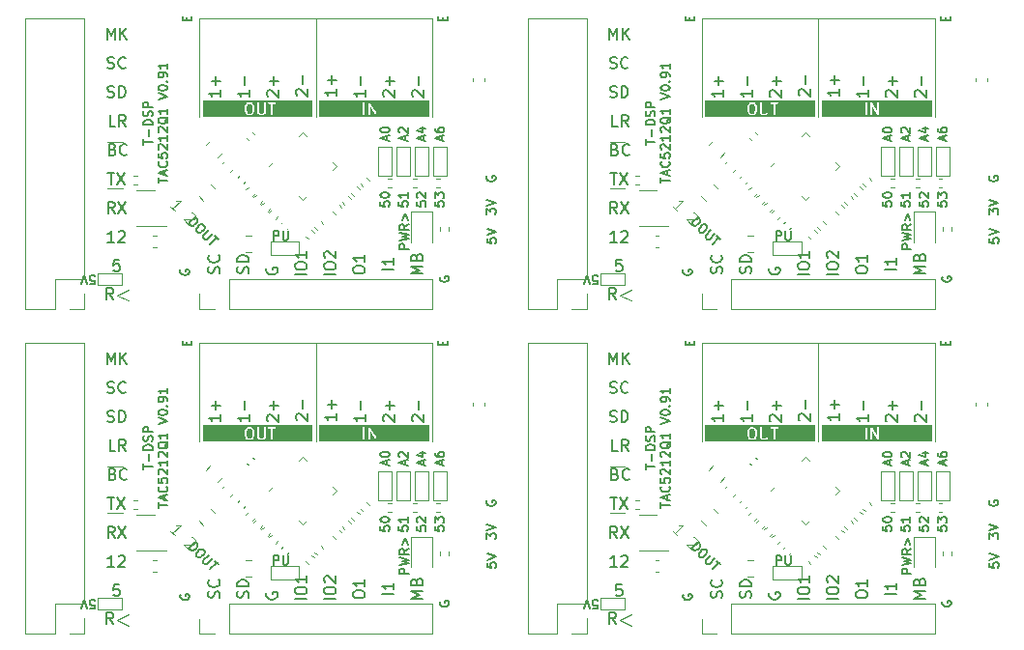
<source format=gto>
G04 #@! TF.GenerationSoftware,KiCad,Pcbnew,9.0.4*
G04 #@! TF.CreationDate,2025-08-20T18:17:53-04:00*
G04 #@! TF.ProjectId,jlc_pcba,6a6c635f-7063-4626-912e-6b696361645f,rev?*
G04 #@! TF.SameCoordinates,Original*
G04 #@! TF.FileFunction,Legend,Top*
G04 #@! TF.FilePolarity,Positive*
%FSLAX46Y46*%
G04 Gerber Fmt 4.6, Leading zero omitted, Abs format (unit mm)*
G04 Created by KiCad (PCBNEW 9.0.4) date 2025-08-20 18:17:53*
%MOMM*%
%LPD*%
G01*
G04 APERTURE LIST*
%ADD10C,0.200000*%
%ADD11C,0.150000*%
%ADD12C,0.100000*%
%ADD13C,0.120000*%
G04 APERTURE END LIST*
D10*
X61995195Y-47019761D02*
X61995195Y-46562618D01*
X62795195Y-46791190D02*
X61995195Y-46791190D01*
X62490433Y-46295951D02*
X62490433Y-45686428D01*
X62795195Y-45305475D02*
X61995195Y-45305475D01*
X61995195Y-45305475D02*
X61995195Y-45114999D01*
X61995195Y-45114999D02*
X62033290Y-45000713D01*
X62033290Y-45000713D02*
X62109480Y-44924523D01*
X62109480Y-44924523D02*
X62185671Y-44886428D01*
X62185671Y-44886428D02*
X62338052Y-44848332D01*
X62338052Y-44848332D02*
X62452338Y-44848332D01*
X62452338Y-44848332D02*
X62604719Y-44886428D01*
X62604719Y-44886428D02*
X62680909Y-44924523D01*
X62680909Y-44924523D02*
X62757100Y-45000713D01*
X62757100Y-45000713D02*
X62795195Y-45114999D01*
X62795195Y-45114999D02*
X62795195Y-45305475D01*
X62757100Y-44543571D02*
X62795195Y-44429285D01*
X62795195Y-44429285D02*
X62795195Y-44238809D01*
X62795195Y-44238809D02*
X62757100Y-44162618D01*
X62757100Y-44162618D02*
X62719004Y-44124523D01*
X62719004Y-44124523D02*
X62642814Y-44086428D01*
X62642814Y-44086428D02*
X62566623Y-44086428D01*
X62566623Y-44086428D02*
X62490433Y-44124523D01*
X62490433Y-44124523D02*
X62452338Y-44162618D01*
X62452338Y-44162618D02*
X62414242Y-44238809D01*
X62414242Y-44238809D02*
X62376147Y-44391190D01*
X62376147Y-44391190D02*
X62338052Y-44467380D01*
X62338052Y-44467380D02*
X62299957Y-44505475D01*
X62299957Y-44505475D02*
X62223766Y-44543571D01*
X62223766Y-44543571D02*
X62147576Y-44543571D01*
X62147576Y-44543571D02*
X62071385Y-44505475D01*
X62071385Y-44505475D02*
X62033290Y-44467380D01*
X62033290Y-44467380D02*
X61995195Y-44391190D01*
X61995195Y-44391190D02*
X61995195Y-44200713D01*
X61995195Y-44200713D02*
X62033290Y-44086428D01*
X62795195Y-43743570D02*
X61995195Y-43743570D01*
X61995195Y-43743570D02*
X61995195Y-43438808D01*
X61995195Y-43438808D02*
X62033290Y-43362618D01*
X62033290Y-43362618D02*
X62071385Y-43324523D01*
X62071385Y-43324523D02*
X62147576Y-43286427D01*
X62147576Y-43286427D02*
X62261861Y-43286427D01*
X62261861Y-43286427D02*
X62338052Y-43324523D01*
X62338052Y-43324523D02*
X62376147Y-43362618D01*
X62376147Y-43362618D02*
X62414242Y-43438808D01*
X62414242Y-43438808D02*
X62414242Y-43743570D01*
X63283150Y-50391190D02*
X63283150Y-49934047D01*
X64083150Y-50162619D02*
X63283150Y-50162619D01*
X63854578Y-49705476D02*
X63854578Y-49324523D01*
X64083150Y-49781666D02*
X63283150Y-49514999D01*
X63283150Y-49514999D02*
X64083150Y-49248333D01*
X64006959Y-48524523D02*
X64045055Y-48562619D01*
X64045055Y-48562619D02*
X64083150Y-48676904D01*
X64083150Y-48676904D02*
X64083150Y-48753095D01*
X64083150Y-48753095D02*
X64045055Y-48867381D01*
X64045055Y-48867381D02*
X63968864Y-48943571D01*
X63968864Y-48943571D02*
X63892674Y-48981666D01*
X63892674Y-48981666D02*
X63740293Y-49019762D01*
X63740293Y-49019762D02*
X63626007Y-49019762D01*
X63626007Y-49019762D02*
X63473626Y-48981666D01*
X63473626Y-48981666D02*
X63397435Y-48943571D01*
X63397435Y-48943571D02*
X63321245Y-48867381D01*
X63321245Y-48867381D02*
X63283150Y-48753095D01*
X63283150Y-48753095D02*
X63283150Y-48676904D01*
X63283150Y-48676904D02*
X63321245Y-48562619D01*
X63321245Y-48562619D02*
X63359340Y-48524523D01*
X63283150Y-47800714D02*
X63283150Y-48181666D01*
X63283150Y-48181666D02*
X63664102Y-48219762D01*
X63664102Y-48219762D02*
X63626007Y-48181666D01*
X63626007Y-48181666D02*
X63587912Y-48105476D01*
X63587912Y-48105476D02*
X63587912Y-47915000D01*
X63587912Y-47915000D02*
X63626007Y-47838809D01*
X63626007Y-47838809D02*
X63664102Y-47800714D01*
X63664102Y-47800714D02*
X63740293Y-47762619D01*
X63740293Y-47762619D02*
X63930769Y-47762619D01*
X63930769Y-47762619D02*
X64006959Y-47800714D01*
X64006959Y-47800714D02*
X64045055Y-47838809D01*
X64045055Y-47838809D02*
X64083150Y-47915000D01*
X64083150Y-47915000D02*
X64083150Y-48105476D01*
X64083150Y-48105476D02*
X64045055Y-48181666D01*
X64045055Y-48181666D02*
X64006959Y-48219762D01*
X63359340Y-47457857D02*
X63321245Y-47419761D01*
X63321245Y-47419761D02*
X63283150Y-47343571D01*
X63283150Y-47343571D02*
X63283150Y-47153095D01*
X63283150Y-47153095D02*
X63321245Y-47076904D01*
X63321245Y-47076904D02*
X63359340Y-47038809D01*
X63359340Y-47038809D02*
X63435531Y-47000714D01*
X63435531Y-47000714D02*
X63511721Y-47000714D01*
X63511721Y-47000714D02*
X63626007Y-47038809D01*
X63626007Y-47038809D02*
X64083150Y-47495952D01*
X64083150Y-47495952D02*
X64083150Y-47000714D01*
X64083150Y-46238809D02*
X64083150Y-46695952D01*
X64083150Y-46467380D02*
X63283150Y-46467380D01*
X63283150Y-46467380D02*
X63397435Y-46543571D01*
X63397435Y-46543571D02*
X63473626Y-46619761D01*
X63473626Y-46619761D02*
X63511721Y-46695952D01*
X63359340Y-45934047D02*
X63321245Y-45895951D01*
X63321245Y-45895951D02*
X63283150Y-45819761D01*
X63283150Y-45819761D02*
X63283150Y-45629285D01*
X63283150Y-45629285D02*
X63321245Y-45553094D01*
X63321245Y-45553094D02*
X63359340Y-45514999D01*
X63359340Y-45514999D02*
X63435531Y-45476904D01*
X63435531Y-45476904D02*
X63511721Y-45476904D01*
X63511721Y-45476904D02*
X63626007Y-45514999D01*
X63626007Y-45514999D02*
X64083150Y-45972142D01*
X64083150Y-45972142D02*
X64083150Y-45476904D01*
X64159340Y-44600713D02*
X64121245Y-44676903D01*
X64121245Y-44676903D02*
X64045055Y-44753094D01*
X64045055Y-44753094D02*
X63930769Y-44867380D01*
X63930769Y-44867380D02*
X63892674Y-44943570D01*
X63892674Y-44943570D02*
X63892674Y-45019761D01*
X64083150Y-44981665D02*
X64045055Y-45057856D01*
X64045055Y-45057856D02*
X63968864Y-45134046D01*
X63968864Y-45134046D02*
X63816483Y-45172142D01*
X63816483Y-45172142D02*
X63549816Y-45172142D01*
X63549816Y-45172142D02*
X63397435Y-45134046D01*
X63397435Y-45134046D02*
X63321245Y-45057856D01*
X63321245Y-45057856D02*
X63283150Y-44981665D01*
X63283150Y-44981665D02*
X63283150Y-44829284D01*
X63283150Y-44829284D02*
X63321245Y-44753094D01*
X63321245Y-44753094D02*
X63397435Y-44676903D01*
X63397435Y-44676903D02*
X63549816Y-44638808D01*
X63549816Y-44638808D02*
X63816483Y-44638808D01*
X63816483Y-44638808D02*
X63968864Y-44676903D01*
X63968864Y-44676903D02*
X64045055Y-44753094D01*
X64045055Y-44753094D02*
X64083150Y-44829284D01*
X64083150Y-44829284D02*
X64083150Y-44981665D01*
X64083150Y-43876904D02*
X64083150Y-44334047D01*
X64083150Y-44105475D02*
X63283150Y-44105475D01*
X63283150Y-44105475D02*
X63397435Y-44181666D01*
X63397435Y-44181666D02*
X63473626Y-44257856D01*
X63473626Y-44257856D02*
X63511721Y-44334047D01*
X63283150Y-43038808D02*
X64083150Y-42772141D01*
X64083150Y-42772141D02*
X63283150Y-42505475D01*
X63283150Y-42086427D02*
X63283150Y-42010237D01*
X63283150Y-42010237D02*
X63321245Y-41934046D01*
X63321245Y-41934046D02*
X63359340Y-41895951D01*
X63359340Y-41895951D02*
X63435531Y-41857856D01*
X63435531Y-41857856D02*
X63587912Y-41819761D01*
X63587912Y-41819761D02*
X63778388Y-41819761D01*
X63778388Y-41819761D02*
X63930769Y-41857856D01*
X63930769Y-41857856D02*
X64006959Y-41895951D01*
X64006959Y-41895951D02*
X64045055Y-41934046D01*
X64045055Y-41934046D02*
X64083150Y-42010237D01*
X64083150Y-42010237D02*
X64083150Y-42086427D01*
X64083150Y-42086427D02*
X64045055Y-42162618D01*
X64045055Y-42162618D02*
X64006959Y-42200713D01*
X64006959Y-42200713D02*
X63930769Y-42238808D01*
X63930769Y-42238808D02*
X63778388Y-42276904D01*
X63778388Y-42276904D02*
X63587912Y-42276904D01*
X63587912Y-42276904D02*
X63435531Y-42238808D01*
X63435531Y-42238808D02*
X63359340Y-42200713D01*
X63359340Y-42200713D02*
X63321245Y-42162618D01*
X63321245Y-42162618D02*
X63283150Y-42086427D01*
X64006959Y-41476903D02*
X64045055Y-41438808D01*
X64045055Y-41438808D02*
X64083150Y-41476903D01*
X64083150Y-41476903D02*
X64045055Y-41514999D01*
X64045055Y-41514999D02*
X64006959Y-41476903D01*
X64006959Y-41476903D02*
X64083150Y-41476903D01*
X64083150Y-41057856D02*
X64083150Y-40905475D01*
X64083150Y-40905475D02*
X64045055Y-40829285D01*
X64045055Y-40829285D02*
X64006959Y-40791189D01*
X64006959Y-40791189D02*
X63892674Y-40714999D01*
X63892674Y-40714999D02*
X63740293Y-40676904D01*
X63740293Y-40676904D02*
X63435531Y-40676904D01*
X63435531Y-40676904D02*
X63359340Y-40714999D01*
X63359340Y-40714999D02*
X63321245Y-40753094D01*
X63321245Y-40753094D02*
X63283150Y-40829285D01*
X63283150Y-40829285D02*
X63283150Y-40981666D01*
X63283150Y-40981666D02*
X63321245Y-41057856D01*
X63321245Y-41057856D02*
X63359340Y-41095951D01*
X63359340Y-41095951D02*
X63435531Y-41134047D01*
X63435531Y-41134047D02*
X63626007Y-41134047D01*
X63626007Y-41134047D02*
X63702197Y-41095951D01*
X63702197Y-41095951D02*
X63740293Y-41057856D01*
X63740293Y-41057856D02*
X63778388Y-40981666D01*
X63778388Y-40981666D02*
X63778388Y-40829285D01*
X63778388Y-40829285D02*
X63740293Y-40753094D01*
X63740293Y-40753094D02*
X63702197Y-40714999D01*
X63702197Y-40714999D02*
X63626007Y-40676904D01*
X64083150Y-39914999D02*
X64083150Y-40372142D01*
X64083150Y-40143570D02*
X63283150Y-40143570D01*
X63283150Y-40143570D02*
X63397435Y-40219761D01*
X63397435Y-40219761D02*
X63473626Y-40295951D01*
X63473626Y-40295951D02*
X63511721Y-40372142D01*
X61995195Y-18559761D02*
X61995195Y-18102618D01*
X62795195Y-18331190D02*
X61995195Y-18331190D01*
X62490433Y-17835951D02*
X62490433Y-17226428D01*
X62795195Y-16845475D02*
X61995195Y-16845475D01*
X61995195Y-16845475D02*
X61995195Y-16654999D01*
X61995195Y-16654999D02*
X62033290Y-16540713D01*
X62033290Y-16540713D02*
X62109480Y-16464523D01*
X62109480Y-16464523D02*
X62185671Y-16426428D01*
X62185671Y-16426428D02*
X62338052Y-16388332D01*
X62338052Y-16388332D02*
X62452338Y-16388332D01*
X62452338Y-16388332D02*
X62604719Y-16426428D01*
X62604719Y-16426428D02*
X62680909Y-16464523D01*
X62680909Y-16464523D02*
X62757100Y-16540713D01*
X62757100Y-16540713D02*
X62795195Y-16654999D01*
X62795195Y-16654999D02*
X62795195Y-16845475D01*
X62757100Y-16083571D02*
X62795195Y-15969285D01*
X62795195Y-15969285D02*
X62795195Y-15778809D01*
X62795195Y-15778809D02*
X62757100Y-15702618D01*
X62757100Y-15702618D02*
X62719004Y-15664523D01*
X62719004Y-15664523D02*
X62642814Y-15626428D01*
X62642814Y-15626428D02*
X62566623Y-15626428D01*
X62566623Y-15626428D02*
X62490433Y-15664523D01*
X62490433Y-15664523D02*
X62452338Y-15702618D01*
X62452338Y-15702618D02*
X62414242Y-15778809D01*
X62414242Y-15778809D02*
X62376147Y-15931190D01*
X62376147Y-15931190D02*
X62338052Y-16007380D01*
X62338052Y-16007380D02*
X62299957Y-16045475D01*
X62299957Y-16045475D02*
X62223766Y-16083571D01*
X62223766Y-16083571D02*
X62147576Y-16083571D01*
X62147576Y-16083571D02*
X62071385Y-16045475D01*
X62071385Y-16045475D02*
X62033290Y-16007380D01*
X62033290Y-16007380D02*
X61995195Y-15931190D01*
X61995195Y-15931190D02*
X61995195Y-15740713D01*
X61995195Y-15740713D02*
X62033290Y-15626428D01*
X62795195Y-15283570D02*
X61995195Y-15283570D01*
X61995195Y-15283570D02*
X61995195Y-14978808D01*
X61995195Y-14978808D02*
X62033290Y-14902618D01*
X62033290Y-14902618D02*
X62071385Y-14864523D01*
X62071385Y-14864523D02*
X62147576Y-14826427D01*
X62147576Y-14826427D02*
X62261861Y-14826427D01*
X62261861Y-14826427D02*
X62338052Y-14864523D01*
X62338052Y-14864523D02*
X62376147Y-14902618D01*
X62376147Y-14902618D02*
X62414242Y-14978808D01*
X62414242Y-14978808D02*
X62414242Y-15283570D01*
X63283150Y-21931190D02*
X63283150Y-21474047D01*
X64083150Y-21702619D02*
X63283150Y-21702619D01*
X63854578Y-21245476D02*
X63854578Y-20864523D01*
X64083150Y-21321666D02*
X63283150Y-21054999D01*
X63283150Y-21054999D02*
X64083150Y-20788333D01*
X64006959Y-20064523D02*
X64045055Y-20102619D01*
X64045055Y-20102619D02*
X64083150Y-20216904D01*
X64083150Y-20216904D02*
X64083150Y-20293095D01*
X64083150Y-20293095D02*
X64045055Y-20407381D01*
X64045055Y-20407381D02*
X63968864Y-20483571D01*
X63968864Y-20483571D02*
X63892674Y-20521666D01*
X63892674Y-20521666D02*
X63740293Y-20559762D01*
X63740293Y-20559762D02*
X63626007Y-20559762D01*
X63626007Y-20559762D02*
X63473626Y-20521666D01*
X63473626Y-20521666D02*
X63397435Y-20483571D01*
X63397435Y-20483571D02*
X63321245Y-20407381D01*
X63321245Y-20407381D02*
X63283150Y-20293095D01*
X63283150Y-20293095D02*
X63283150Y-20216904D01*
X63283150Y-20216904D02*
X63321245Y-20102619D01*
X63321245Y-20102619D02*
X63359340Y-20064523D01*
X63283150Y-19340714D02*
X63283150Y-19721666D01*
X63283150Y-19721666D02*
X63664102Y-19759762D01*
X63664102Y-19759762D02*
X63626007Y-19721666D01*
X63626007Y-19721666D02*
X63587912Y-19645476D01*
X63587912Y-19645476D02*
X63587912Y-19455000D01*
X63587912Y-19455000D02*
X63626007Y-19378809D01*
X63626007Y-19378809D02*
X63664102Y-19340714D01*
X63664102Y-19340714D02*
X63740293Y-19302619D01*
X63740293Y-19302619D02*
X63930769Y-19302619D01*
X63930769Y-19302619D02*
X64006959Y-19340714D01*
X64006959Y-19340714D02*
X64045055Y-19378809D01*
X64045055Y-19378809D02*
X64083150Y-19455000D01*
X64083150Y-19455000D02*
X64083150Y-19645476D01*
X64083150Y-19645476D02*
X64045055Y-19721666D01*
X64045055Y-19721666D02*
X64006959Y-19759762D01*
X63359340Y-18997857D02*
X63321245Y-18959761D01*
X63321245Y-18959761D02*
X63283150Y-18883571D01*
X63283150Y-18883571D02*
X63283150Y-18693095D01*
X63283150Y-18693095D02*
X63321245Y-18616904D01*
X63321245Y-18616904D02*
X63359340Y-18578809D01*
X63359340Y-18578809D02*
X63435531Y-18540714D01*
X63435531Y-18540714D02*
X63511721Y-18540714D01*
X63511721Y-18540714D02*
X63626007Y-18578809D01*
X63626007Y-18578809D02*
X64083150Y-19035952D01*
X64083150Y-19035952D02*
X64083150Y-18540714D01*
X64083150Y-17778809D02*
X64083150Y-18235952D01*
X64083150Y-18007380D02*
X63283150Y-18007380D01*
X63283150Y-18007380D02*
X63397435Y-18083571D01*
X63397435Y-18083571D02*
X63473626Y-18159761D01*
X63473626Y-18159761D02*
X63511721Y-18235952D01*
X63359340Y-17474047D02*
X63321245Y-17435951D01*
X63321245Y-17435951D02*
X63283150Y-17359761D01*
X63283150Y-17359761D02*
X63283150Y-17169285D01*
X63283150Y-17169285D02*
X63321245Y-17093094D01*
X63321245Y-17093094D02*
X63359340Y-17054999D01*
X63359340Y-17054999D02*
X63435531Y-17016904D01*
X63435531Y-17016904D02*
X63511721Y-17016904D01*
X63511721Y-17016904D02*
X63626007Y-17054999D01*
X63626007Y-17054999D02*
X64083150Y-17512142D01*
X64083150Y-17512142D02*
X64083150Y-17016904D01*
X64159340Y-16140713D02*
X64121245Y-16216903D01*
X64121245Y-16216903D02*
X64045055Y-16293094D01*
X64045055Y-16293094D02*
X63930769Y-16407380D01*
X63930769Y-16407380D02*
X63892674Y-16483570D01*
X63892674Y-16483570D02*
X63892674Y-16559761D01*
X64083150Y-16521665D02*
X64045055Y-16597856D01*
X64045055Y-16597856D02*
X63968864Y-16674046D01*
X63968864Y-16674046D02*
X63816483Y-16712142D01*
X63816483Y-16712142D02*
X63549816Y-16712142D01*
X63549816Y-16712142D02*
X63397435Y-16674046D01*
X63397435Y-16674046D02*
X63321245Y-16597856D01*
X63321245Y-16597856D02*
X63283150Y-16521665D01*
X63283150Y-16521665D02*
X63283150Y-16369284D01*
X63283150Y-16369284D02*
X63321245Y-16293094D01*
X63321245Y-16293094D02*
X63397435Y-16216903D01*
X63397435Y-16216903D02*
X63549816Y-16178808D01*
X63549816Y-16178808D02*
X63816483Y-16178808D01*
X63816483Y-16178808D02*
X63968864Y-16216903D01*
X63968864Y-16216903D02*
X64045055Y-16293094D01*
X64045055Y-16293094D02*
X64083150Y-16369284D01*
X64083150Y-16369284D02*
X64083150Y-16521665D01*
X64083150Y-15416904D02*
X64083150Y-15874047D01*
X64083150Y-15645475D02*
X63283150Y-15645475D01*
X63283150Y-15645475D02*
X63397435Y-15721666D01*
X63397435Y-15721666D02*
X63473626Y-15797856D01*
X63473626Y-15797856D02*
X63511721Y-15874047D01*
X63283150Y-14578808D02*
X64083150Y-14312141D01*
X64083150Y-14312141D02*
X63283150Y-14045475D01*
X63283150Y-13626427D02*
X63283150Y-13550237D01*
X63283150Y-13550237D02*
X63321245Y-13474046D01*
X63321245Y-13474046D02*
X63359340Y-13435951D01*
X63359340Y-13435951D02*
X63435531Y-13397856D01*
X63435531Y-13397856D02*
X63587912Y-13359761D01*
X63587912Y-13359761D02*
X63778388Y-13359761D01*
X63778388Y-13359761D02*
X63930769Y-13397856D01*
X63930769Y-13397856D02*
X64006959Y-13435951D01*
X64006959Y-13435951D02*
X64045055Y-13474046D01*
X64045055Y-13474046D02*
X64083150Y-13550237D01*
X64083150Y-13550237D02*
X64083150Y-13626427D01*
X64083150Y-13626427D02*
X64045055Y-13702618D01*
X64045055Y-13702618D02*
X64006959Y-13740713D01*
X64006959Y-13740713D02*
X63930769Y-13778808D01*
X63930769Y-13778808D02*
X63778388Y-13816904D01*
X63778388Y-13816904D02*
X63587912Y-13816904D01*
X63587912Y-13816904D02*
X63435531Y-13778808D01*
X63435531Y-13778808D02*
X63359340Y-13740713D01*
X63359340Y-13740713D02*
X63321245Y-13702618D01*
X63321245Y-13702618D02*
X63283150Y-13626427D01*
X64006959Y-13016903D02*
X64045055Y-12978808D01*
X64045055Y-12978808D02*
X64083150Y-13016903D01*
X64083150Y-13016903D02*
X64045055Y-13054999D01*
X64045055Y-13054999D02*
X64006959Y-13016903D01*
X64006959Y-13016903D02*
X64083150Y-13016903D01*
X64083150Y-12597856D02*
X64083150Y-12445475D01*
X64083150Y-12445475D02*
X64045055Y-12369285D01*
X64045055Y-12369285D02*
X64006959Y-12331189D01*
X64006959Y-12331189D02*
X63892674Y-12254999D01*
X63892674Y-12254999D02*
X63740293Y-12216904D01*
X63740293Y-12216904D02*
X63435531Y-12216904D01*
X63435531Y-12216904D02*
X63359340Y-12254999D01*
X63359340Y-12254999D02*
X63321245Y-12293094D01*
X63321245Y-12293094D02*
X63283150Y-12369285D01*
X63283150Y-12369285D02*
X63283150Y-12521666D01*
X63283150Y-12521666D02*
X63321245Y-12597856D01*
X63321245Y-12597856D02*
X63359340Y-12635951D01*
X63359340Y-12635951D02*
X63435531Y-12674047D01*
X63435531Y-12674047D02*
X63626007Y-12674047D01*
X63626007Y-12674047D02*
X63702197Y-12635951D01*
X63702197Y-12635951D02*
X63740293Y-12597856D01*
X63740293Y-12597856D02*
X63778388Y-12521666D01*
X63778388Y-12521666D02*
X63778388Y-12369285D01*
X63778388Y-12369285D02*
X63740293Y-12293094D01*
X63740293Y-12293094D02*
X63702197Y-12254999D01*
X63702197Y-12254999D02*
X63626007Y-12216904D01*
X64083150Y-11454999D02*
X64083150Y-11912142D01*
X64083150Y-11683570D02*
X63283150Y-11683570D01*
X63283150Y-11683570D02*
X63397435Y-11759761D01*
X63397435Y-11759761D02*
X63473626Y-11835951D01*
X63473626Y-11835951D02*
X63511721Y-11912142D01*
X17995195Y-47019761D02*
X17995195Y-46562618D01*
X18795195Y-46791190D02*
X17995195Y-46791190D01*
X18490433Y-46295951D02*
X18490433Y-45686428D01*
X18795195Y-45305475D02*
X17995195Y-45305475D01*
X17995195Y-45305475D02*
X17995195Y-45114999D01*
X17995195Y-45114999D02*
X18033290Y-45000713D01*
X18033290Y-45000713D02*
X18109480Y-44924523D01*
X18109480Y-44924523D02*
X18185671Y-44886428D01*
X18185671Y-44886428D02*
X18338052Y-44848332D01*
X18338052Y-44848332D02*
X18452338Y-44848332D01*
X18452338Y-44848332D02*
X18604719Y-44886428D01*
X18604719Y-44886428D02*
X18680909Y-44924523D01*
X18680909Y-44924523D02*
X18757100Y-45000713D01*
X18757100Y-45000713D02*
X18795195Y-45114999D01*
X18795195Y-45114999D02*
X18795195Y-45305475D01*
X18757100Y-44543571D02*
X18795195Y-44429285D01*
X18795195Y-44429285D02*
X18795195Y-44238809D01*
X18795195Y-44238809D02*
X18757100Y-44162618D01*
X18757100Y-44162618D02*
X18719004Y-44124523D01*
X18719004Y-44124523D02*
X18642814Y-44086428D01*
X18642814Y-44086428D02*
X18566623Y-44086428D01*
X18566623Y-44086428D02*
X18490433Y-44124523D01*
X18490433Y-44124523D02*
X18452338Y-44162618D01*
X18452338Y-44162618D02*
X18414242Y-44238809D01*
X18414242Y-44238809D02*
X18376147Y-44391190D01*
X18376147Y-44391190D02*
X18338052Y-44467380D01*
X18338052Y-44467380D02*
X18299957Y-44505475D01*
X18299957Y-44505475D02*
X18223766Y-44543571D01*
X18223766Y-44543571D02*
X18147576Y-44543571D01*
X18147576Y-44543571D02*
X18071385Y-44505475D01*
X18071385Y-44505475D02*
X18033290Y-44467380D01*
X18033290Y-44467380D02*
X17995195Y-44391190D01*
X17995195Y-44391190D02*
X17995195Y-44200713D01*
X17995195Y-44200713D02*
X18033290Y-44086428D01*
X18795195Y-43743570D02*
X17995195Y-43743570D01*
X17995195Y-43743570D02*
X17995195Y-43438808D01*
X17995195Y-43438808D02*
X18033290Y-43362618D01*
X18033290Y-43362618D02*
X18071385Y-43324523D01*
X18071385Y-43324523D02*
X18147576Y-43286427D01*
X18147576Y-43286427D02*
X18261861Y-43286427D01*
X18261861Y-43286427D02*
X18338052Y-43324523D01*
X18338052Y-43324523D02*
X18376147Y-43362618D01*
X18376147Y-43362618D02*
X18414242Y-43438808D01*
X18414242Y-43438808D02*
X18414242Y-43743570D01*
X19283150Y-50391190D02*
X19283150Y-49934047D01*
X20083150Y-50162619D02*
X19283150Y-50162619D01*
X19854578Y-49705476D02*
X19854578Y-49324523D01*
X20083150Y-49781666D02*
X19283150Y-49514999D01*
X19283150Y-49514999D02*
X20083150Y-49248333D01*
X20006959Y-48524523D02*
X20045055Y-48562619D01*
X20045055Y-48562619D02*
X20083150Y-48676904D01*
X20083150Y-48676904D02*
X20083150Y-48753095D01*
X20083150Y-48753095D02*
X20045055Y-48867381D01*
X20045055Y-48867381D02*
X19968864Y-48943571D01*
X19968864Y-48943571D02*
X19892674Y-48981666D01*
X19892674Y-48981666D02*
X19740293Y-49019762D01*
X19740293Y-49019762D02*
X19626007Y-49019762D01*
X19626007Y-49019762D02*
X19473626Y-48981666D01*
X19473626Y-48981666D02*
X19397435Y-48943571D01*
X19397435Y-48943571D02*
X19321245Y-48867381D01*
X19321245Y-48867381D02*
X19283150Y-48753095D01*
X19283150Y-48753095D02*
X19283150Y-48676904D01*
X19283150Y-48676904D02*
X19321245Y-48562619D01*
X19321245Y-48562619D02*
X19359340Y-48524523D01*
X19283150Y-47800714D02*
X19283150Y-48181666D01*
X19283150Y-48181666D02*
X19664102Y-48219762D01*
X19664102Y-48219762D02*
X19626007Y-48181666D01*
X19626007Y-48181666D02*
X19587912Y-48105476D01*
X19587912Y-48105476D02*
X19587912Y-47915000D01*
X19587912Y-47915000D02*
X19626007Y-47838809D01*
X19626007Y-47838809D02*
X19664102Y-47800714D01*
X19664102Y-47800714D02*
X19740293Y-47762619D01*
X19740293Y-47762619D02*
X19930769Y-47762619D01*
X19930769Y-47762619D02*
X20006959Y-47800714D01*
X20006959Y-47800714D02*
X20045055Y-47838809D01*
X20045055Y-47838809D02*
X20083150Y-47915000D01*
X20083150Y-47915000D02*
X20083150Y-48105476D01*
X20083150Y-48105476D02*
X20045055Y-48181666D01*
X20045055Y-48181666D02*
X20006959Y-48219762D01*
X19359340Y-47457857D02*
X19321245Y-47419761D01*
X19321245Y-47419761D02*
X19283150Y-47343571D01*
X19283150Y-47343571D02*
X19283150Y-47153095D01*
X19283150Y-47153095D02*
X19321245Y-47076904D01*
X19321245Y-47076904D02*
X19359340Y-47038809D01*
X19359340Y-47038809D02*
X19435531Y-47000714D01*
X19435531Y-47000714D02*
X19511721Y-47000714D01*
X19511721Y-47000714D02*
X19626007Y-47038809D01*
X19626007Y-47038809D02*
X20083150Y-47495952D01*
X20083150Y-47495952D02*
X20083150Y-47000714D01*
X20083150Y-46238809D02*
X20083150Y-46695952D01*
X20083150Y-46467380D02*
X19283150Y-46467380D01*
X19283150Y-46467380D02*
X19397435Y-46543571D01*
X19397435Y-46543571D02*
X19473626Y-46619761D01*
X19473626Y-46619761D02*
X19511721Y-46695952D01*
X19359340Y-45934047D02*
X19321245Y-45895951D01*
X19321245Y-45895951D02*
X19283150Y-45819761D01*
X19283150Y-45819761D02*
X19283150Y-45629285D01*
X19283150Y-45629285D02*
X19321245Y-45553094D01*
X19321245Y-45553094D02*
X19359340Y-45514999D01*
X19359340Y-45514999D02*
X19435531Y-45476904D01*
X19435531Y-45476904D02*
X19511721Y-45476904D01*
X19511721Y-45476904D02*
X19626007Y-45514999D01*
X19626007Y-45514999D02*
X20083150Y-45972142D01*
X20083150Y-45972142D02*
X20083150Y-45476904D01*
X20159340Y-44600713D02*
X20121245Y-44676903D01*
X20121245Y-44676903D02*
X20045055Y-44753094D01*
X20045055Y-44753094D02*
X19930769Y-44867380D01*
X19930769Y-44867380D02*
X19892674Y-44943570D01*
X19892674Y-44943570D02*
X19892674Y-45019761D01*
X20083150Y-44981665D02*
X20045055Y-45057856D01*
X20045055Y-45057856D02*
X19968864Y-45134046D01*
X19968864Y-45134046D02*
X19816483Y-45172142D01*
X19816483Y-45172142D02*
X19549816Y-45172142D01*
X19549816Y-45172142D02*
X19397435Y-45134046D01*
X19397435Y-45134046D02*
X19321245Y-45057856D01*
X19321245Y-45057856D02*
X19283150Y-44981665D01*
X19283150Y-44981665D02*
X19283150Y-44829284D01*
X19283150Y-44829284D02*
X19321245Y-44753094D01*
X19321245Y-44753094D02*
X19397435Y-44676903D01*
X19397435Y-44676903D02*
X19549816Y-44638808D01*
X19549816Y-44638808D02*
X19816483Y-44638808D01*
X19816483Y-44638808D02*
X19968864Y-44676903D01*
X19968864Y-44676903D02*
X20045055Y-44753094D01*
X20045055Y-44753094D02*
X20083150Y-44829284D01*
X20083150Y-44829284D02*
X20083150Y-44981665D01*
X20083150Y-43876904D02*
X20083150Y-44334047D01*
X20083150Y-44105475D02*
X19283150Y-44105475D01*
X19283150Y-44105475D02*
X19397435Y-44181666D01*
X19397435Y-44181666D02*
X19473626Y-44257856D01*
X19473626Y-44257856D02*
X19511721Y-44334047D01*
X19283150Y-43038808D02*
X20083150Y-42772141D01*
X20083150Y-42772141D02*
X19283150Y-42505475D01*
X19283150Y-42086427D02*
X19283150Y-42010237D01*
X19283150Y-42010237D02*
X19321245Y-41934046D01*
X19321245Y-41934046D02*
X19359340Y-41895951D01*
X19359340Y-41895951D02*
X19435531Y-41857856D01*
X19435531Y-41857856D02*
X19587912Y-41819761D01*
X19587912Y-41819761D02*
X19778388Y-41819761D01*
X19778388Y-41819761D02*
X19930769Y-41857856D01*
X19930769Y-41857856D02*
X20006959Y-41895951D01*
X20006959Y-41895951D02*
X20045055Y-41934046D01*
X20045055Y-41934046D02*
X20083150Y-42010237D01*
X20083150Y-42010237D02*
X20083150Y-42086427D01*
X20083150Y-42086427D02*
X20045055Y-42162618D01*
X20045055Y-42162618D02*
X20006959Y-42200713D01*
X20006959Y-42200713D02*
X19930769Y-42238808D01*
X19930769Y-42238808D02*
X19778388Y-42276904D01*
X19778388Y-42276904D02*
X19587912Y-42276904D01*
X19587912Y-42276904D02*
X19435531Y-42238808D01*
X19435531Y-42238808D02*
X19359340Y-42200713D01*
X19359340Y-42200713D02*
X19321245Y-42162618D01*
X19321245Y-42162618D02*
X19283150Y-42086427D01*
X20006959Y-41476903D02*
X20045055Y-41438808D01*
X20045055Y-41438808D02*
X20083150Y-41476903D01*
X20083150Y-41476903D02*
X20045055Y-41514999D01*
X20045055Y-41514999D02*
X20006959Y-41476903D01*
X20006959Y-41476903D02*
X20083150Y-41476903D01*
X20083150Y-41057856D02*
X20083150Y-40905475D01*
X20083150Y-40905475D02*
X20045055Y-40829285D01*
X20045055Y-40829285D02*
X20006959Y-40791189D01*
X20006959Y-40791189D02*
X19892674Y-40714999D01*
X19892674Y-40714999D02*
X19740293Y-40676904D01*
X19740293Y-40676904D02*
X19435531Y-40676904D01*
X19435531Y-40676904D02*
X19359340Y-40714999D01*
X19359340Y-40714999D02*
X19321245Y-40753094D01*
X19321245Y-40753094D02*
X19283150Y-40829285D01*
X19283150Y-40829285D02*
X19283150Y-40981666D01*
X19283150Y-40981666D02*
X19321245Y-41057856D01*
X19321245Y-41057856D02*
X19359340Y-41095951D01*
X19359340Y-41095951D02*
X19435531Y-41134047D01*
X19435531Y-41134047D02*
X19626007Y-41134047D01*
X19626007Y-41134047D02*
X19702197Y-41095951D01*
X19702197Y-41095951D02*
X19740293Y-41057856D01*
X19740293Y-41057856D02*
X19778388Y-40981666D01*
X19778388Y-40981666D02*
X19778388Y-40829285D01*
X19778388Y-40829285D02*
X19740293Y-40753094D01*
X19740293Y-40753094D02*
X19702197Y-40714999D01*
X19702197Y-40714999D02*
X19626007Y-40676904D01*
X20083150Y-39914999D02*
X20083150Y-40372142D01*
X20083150Y-40143570D02*
X19283150Y-40143570D01*
X19283150Y-40143570D02*
X19397435Y-40219761D01*
X19397435Y-40219761D02*
X19473626Y-40295951D01*
X19473626Y-40295951D02*
X19511721Y-40372142D01*
X17995195Y-18559761D02*
X17995195Y-18102618D01*
X18795195Y-18331190D02*
X17995195Y-18331190D01*
X18490433Y-17835951D02*
X18490433Y-17226428D01*
X18795195Y-16845475D02*
X17995195Y-16845475D01*
X17995195Y-16845475D02*
X17995195Y-16654999D01*
X17995195Y-16654999D02*
X18033290Y-16540713D01*
X18033290Y-16540713D02*
X18109480Y-16464523D01*
X18109480Y-16464523D02*
X18185671Y-16426428D01*
X18185671Y-16426428D02*
X18338052Y-16388332D01*
X18338052Y-16388332D02*
X18452338Y-16388332D01*
X18452338Y-16388332D02*
X18604719Y-16426428D01*
X18604719Y-16426428D02*
X18680909Y-16464523D01*
X18680909Y-16464523D02*
X18757100Y-16540713D01*
X18757100Y-16540713D02*
X18795195Y-16654999D01*
X18795195Y-16654999D02*
X18795195Y-16845475D01*
X18757100Y-16083571D02*
X18795195Y-15969285D01*
X18795195Y-15969285D02*
X18795195Y-15778809D01*
X18795195Y-15778809D02*
X18757100Y-15702618D01*
X18757100Y-15702618D02*
X18719004Y-15664523D01*
X18719004Y-15664523D02*
X18642814Y-15626428D01*
X18642814Y-15626428D02*
X18566623Y-15626428D01*
X18566623Y-15626428D02*
X18490433Y-15664523D01*
X18490433Y-15664523D02*
X18452338Y-15702618D01*
X18452338Y-15702618D02*
X18414242Y-15778809D01*
X18414242Y-15778809D02*
X18376147Y-15931190D01*
X18376147Y-15931190D02*
X18338052Y-16007380D01*
X18338052Y-16007380D02*
X18299957Y-16045475D01*
X18299957Y-16045475D02*
X18223766Y-16083571D01*
X18223766Y-16083571D02*
X18147576Y-16083571D01*
X18147576Y-16083571D02*
X18071385Y-16045475D01*
X18071385Y-16045475D02*
X18033290Y-16007380D01*
X18033290Y-16007380D02*
X17995195Y-15931190D01*
X17995195Y-15931190D02*
X17995195Y-15740713D01*
X17995195Y-15740713D02*
X18033290Y-15626428D01*
X18795195Y-15283570D02*
X17995195Y-15283570D01*
X17995195Y-15283570D02*
X17995195Y-14978808D01*
X17995195Y-14978808D02*
X18033290Y-14902618D01*
X18033290Y-14902618D02*
X18071385Y-14864523D01*
X18071385Y-14864523D02*
X18147576Y-14826427D01*
X18147576Y-14826427D02*
X18261861Y-14826427D01*
X18261861Y-14826427D02*
X18338052Y-14864523D01*
X18338052Y-14864523D02*
X18376147Y-14902618D01*
X18376147Y-14902618D02*
X18414242Y-14978808D01*
X18414242Y-14978808D02*
X18414242Y-15283570D01*
X19283150Y-21931190D02*
X19283150Y-21474047D01*
X20083150Y-21702619D02*
X19283150Y-21702619D01*
X19854578Y-21245476D02*
X19854578Y-20864523D01*
X20083150Y-21321666D02*
X19283150Y-21054999D01*
X19283150Y-21054999D02*
X20083150Y-20788333D01*
X20006959Y-20064523D02*
X20045055Y-20102619D01*
X20045055Y-20102619D02*
X20083150Y-20216904D01*
X20083150Y-20216904D02*
X20083150Y-20293095D01*
X20083150Y-20293095D02*
X20045055Y-20407381D01*
X20045055Y-20407381D02*
X19968864Y-20483571D01*
X19968864Y-20483571D02*
X19892674Y-20521666D01*
X19892674Y-20521666D02*
X19740293Y-20559762D01*
X19740293Y-20559762D02*
X19626007Y-20559762D01*
X19626007Y-20559762D02*
X19473626Y-20521666D01*
X19473626Y-20521666D02*
X19397435Y-20483571D01*
X19397435Y-20483571D02*
X19321245Y-20407381D01*
X19321245Y-20407381D02*
X19283150Y-20293095D01*
X19283150Y-20293095D02*
X19283150Y-20216904D01*
X19283150Y-20216904D02*
X19321245Y-20102619D01*
X19321245Y-20102619D02*
X19359340Y-20064523D01*
X19283150Y-19340714D02*
X19283150Y-19721666D01*
X19283150Y-19721666D02*
X19664102Y-19759762D01*
X19664102Y-19759762D02*
X19626007Y-19721666D01*
X19626007Y-19721666D02*
X19587912Y-19645476D01*
X19587912Y-19645476D02*
X19587912Y-19455000D01*
X19587912Y-19455000D02*
X19626007Y-19378809D01*
X19626007Y-19378809D02*
X19664102Y-19340714D01*
X19664102Y-19340714D02*
X19740293Y-19302619D01*
X19740293Y-19302619D02*
X19930769Y-19302619D01*
X19930769Y-19302619D02*
X20006959Y-19340714D01*
X20006959Y-19340714D02*
X20045055Y-19378809D01*
X20045055Y-19378809D02*
X20083150Y-19455000D01*
X20083150Y-19455000D02*
X20083150Y-19645476D01*
X20083150Y-19645476D02*
X20045055Y-19721666D01*
X20045055Y-19721666D02*
X20006959Y-19759762D01*
X19359340Y-18997857D02*
X19321245Y-18959761D01*
X19321245Y-18959761D02*
X19283150Y-18883571D01*
X19283150Y-18883571D02*
X19283150Y-18693095D01*
X19283150Y-18693095D02*
X19321245Y-18616904D01*
X19321245Y-18616904D02*
X19359340Y-18578809D01*
X19359340Y-18578809D02*
X19435531Y-18540714D01*
X19435531Y-18540714D02*
X19511721Y-18540714D01*
X19511721Y-18540714D02*
X19626007Y-18578809D01*
X19626007Y-18578809D02*
X20083150Y-19035952D01*
X20083150Y-19035952D02*
X20083150Y-18540714D01*
X20083150Y-17778809D02*
X20083150Y-18235952D01*
X20083150Y-18007380D02*
X19283150Y-18007380D01*
X19283150Y-18007380D02*
X19397435Y-18083571D01*
X19397435Y-18083571D02*
X19473626Y-18159761D01*
X19473626Y-18159761D02*
X19511721Y-18235952D01*
X19359340Y-17474047D02*
X19321245Y-17435951D01*
X19321245Y-17435951D02*
X19283150Y-17359761D01*
X19283150Y-17359761D02*
X19283150Y-17169285D01*
X19283150Y-17169285D02*
X19321245Y-17093094D01*
X19321245Y-17093094D02*
X19359340Y-17054999D01*
X19359340Y-17054999D02*
X19435531Y-17016904D01*
X19435531Y-17016904D02*
X19511721Y-17016904D01*
X19511721Y-17016904D02*
X19626007Y-17054999D01*
X19626007Y-17054999D02*
X20083150Y-17512142D01*
X20083150Y-17512142D02*
X20083150Y-17016904D01*
X20159340Y-16140713D02*
X20121245Y-16216903D01*
X20121245Y-16216903D02*
X20045055Y-16293094D01*
X20045055Y-16293094D02*
X19930769Y-16407380D01*
X19930769Y-16407380D02*
X19892674Y-16483570D01*
X19892674Y-16483570D02*
X19892674Y-16559761D01*
X20083150Y-16521665D02*
X20045055Y-16597856D01*
X20045055Y-16597856D02*
X19968864Y-16674046D01*
X19968864Y-16674046D02*
X19816483Y-16712142D01*
X19816483Y-16712142D02*
X19549816Y-16712142D01*
X19549816Y-16712142D02*
X19397435Y-16674046D01*
X19397435Y-16674046D02*
X19321245Y-16597856D01*
X19321245Y-16597856D02*
X19283150Y-16521665D01*
X19283150Y-16521665D02*
X19283150Y-16369284D01*
X19283150Y-16369284D02*
X19321245Y-16293094D01*
X19321245Y-16293094D02*
X19397435Y-16216903D01*
X19397435Y-16216903D02*
X19549816Y-16178808D01*
X19549816Y-16178808D02*
X19816483Y-16178808D01*
X19816483Y-16178808D02*
X19968864Y-16216903D01*
X19968864Y-16216903D02*
X20045055Y-16293094D01*
X20045055Y-16293094D02*
X20083150Y-16369284D01*
X20083150Y-16369284D02*
X20083150Y-16521665D01*
X20083150Y-15416904D02*
X20083150Y-15874047D01*
X20083150Y-15645475D02*
X19283150Y-15645475D01*
X19283150Y-15645475D02*
X19397435Y-15721666D01*
X19397435Y-15721666D02*
X19473626Y-15797856D01*
X19473626Y-15797856D02*
X19511721Y-15874047D01*
X19283150Y-14578808D02*
X20083150Y-14312141D01*
X20083150Y-14312141D02*
X19283150Y-14045475D01*
X19283150Y-13626427D02*
X19283150Y-13550237D01*
X19283150Y-13550237D02*
X19321245Y-13474046D01*
X19321245Y-13474046D02*
X19359340Y-13435951D01*
X19359340Y-13435951D02*
X19435531Y-13397856D01*
X19435531Y-13397856D02*
X19587912Y-13359761D01*
X19587912Y-13359761D02*
X19778388Y-13359761D01*
X19778388Y-13359761D02*
X19930769Y-13397856D01*
X19930769Y-13397856D02*
X20006959Y-13435951D01*
X20006959Y-13435951D02*
X20045055Y-13474046D01*
X20045055Y-13474046D02*
X20083150Y-13550237D01*
X20083150Y-13550237D02*
X20083150Y-13626427D01*
X20083150Y-13626427D02*
X20045055Y-13702618D01*
X20045055Y-13702618D02*
X20006959Y-13740713D01*
X20006959Y-13740713D02*
X19930769Y-13778808D01*
X19930769Y-13778808D02*
X19778388Y-13816904D01*
X19778388Y-13816904D02*
X19587912Y-13816904D01*
X19587912Y-13816904D02*
X19435531Y-13778808D01*
X19435531Y-13778808D02*
X19359340Y-13740713D01*
X19359340Y-13740713D02*
X19321245Y-13702618D01*
X19321245Y-13702618D02*
X19283150Y-13626427D01*
X20006959Y-13016903D02*
X20045055Y-12978808D01*
X20045055Y-12978808D02*
X20083150Y-13016903D01*
X20083150Y-13016903D02*
X20045055Y-13054999D01*
X20045055Y-13054999D02*
X20006959Y-13016903D01*
X20006959Y-13016903D02*
X20083150Y-13016903D01*
X20083150Y-12597856D02*
X20083150Y-12445475D01*
X20083150Y-12445475D02*
X20045055Y-12369285D01*
X20045055Y-12369285D02*
X20006959Y-12331189D01*
X20006959Y-12331189D02*
X19892674Y-12254999D01*
X19892674Y-12254999D02*
X19740293Y-12216904D01*
X19740293Y-12216904D02*
X19435531Y-12216904D01*
X19435531Y-12216904D02*
X19359340Y-12254999D01*
X19359340Y-12254999D02*
X19321245Y-12293094D01*
X19321245Y-12293094D02*
X19283150Y-12369285D01*
X19283150Y-12369285D02*
X19283150Y-12521666D01*
X19283150Y-12521666D02*
X19321245Y-12597856D01*
X19321245Y-12597856D02*
X19359340Y-12635951D01*
X19359340Y-12635951D02*
X19435531Y-12674047D01*
X19435531Y-12674047D02*
X19626007Y-12674047D01*
X19626007Y-12674047D02*
X19702197Y-12635951D01*
X19702197Y-12635951D02*
X19740293Y-12597856D01*
X19740293Y-12597856D02*
X19778388Y-12521666D01*
X19778388Y-12521666D02*
X19778388Y-12369285D01*
X19778388Y-12369285D02*
X19740293Y-12293094D01*
X19740293Y-12293094D02*
X19702197Y-12254999D01*
X19702197Y-12254999D02*
X19626007Y-12216904D01*
X20083150Y-11454999D02*
X20083150Y-11912142D01*
X20083150Y-11683570D02*
X19283150Y-11683570D01*
X19283150Y-11683570D02*
X19397435Y-11759761D01*
X19397435Y-11759761D02*
X19473626Y-11835951D01*
X19473626Y-11835951D02*
X19511721Y-11912142D01*
D11*
X29406660Y-55409295D02*
X29406660Y-54609295D01*
X29406660Y-54609295D02*
X29711422Y-54609295D01*
X29711422Y-54609295D02*
X29787612Y-54647390D01*
X29787612Y-54647390D02*
X29825707Y-54685485D01*
X29825707Y-54685485D02*
X29863803Y-54761676D01*
X29863803Y-54761676D02*
X29863803Y-54875961D01*
X29863803Y-54875961D02*
X29825707Y-54952152D01*
X29825707Y-54952152D02*
X29787612Y-54990247D01*
X29787612Y-54990247D02*
X29711422Y-55028342D01*
X29711422Y-55028342D02*
X29406660Y-55028342D01*
X30206660Y-54609295D02*
X30206660Y-55256914D01*
X30206660Y-55256914D02*
X30244755Y-55333104D01*
X30244755Y-55333104D02*
X30282850Y-55371200D01*
X30282850Y-55371200D02*
X30359041Y-55409295D01*
X30359041Y-55409295D02*
X30511422Y-55409295D01*
X30511422Y-55409295D02*
X30587612Y-55371200D01*
X30587612Y-55371200D02*
X30625707Y-55333104D01*
X30625707Y-55333104D02*
X30663803Y-55256914D01*
X30663803Y-55256914D02*
X30663803Y-54609295D01*
X44210747Y-36125839D02*
X44210747Y-35859173D01*
X44629795Y-35744887D02*
X44629795Y-36125839D01*
X44629795Y-36125839D02*
X43829795Y-36125839D01*
X43829795Y-36125839D02*
X43829795Y-35744887D01*
X13347387Y-30802704D02*
X13728339Y-30802704D01*
X13728339Y-30802704D02*
X13766435Y-30421752D01*
X13766435Y-30421752D02*
X13728339Y-30459847D01*
X13728339Y-30459847D02*
X13652149Y-30497942D01*
X13652149Y-30497942D02*
X13461673Y-30497942D01*
X13461673Y-30497942D02*
X13385482Y-30459847D01*
X13385482Y-30459847D02*
X13347387Y-30421752D01*
X13347387Y-30421752D02*
X13309292Y-30345561D01*
X13309292Y-30345561D02*
X13309292Y-30155085D01*
X13309292Y-30155085D02*
X13347387Y-30078895D01*
X13347387Y-30078895D02*
X13385482Y-30040800D01*
X13385482Y-30040800D02*
X13461673Y-30002704D01*
X13461673Y-30002704D02*
X13652149Y-30002704D01*
X13652149Y-30002704D02*
X13728339Y-30040800D01*
X13728339Y-30040800D02*
X13766435Y-30078895D01*
X13080720Y-30802704D02*
X12814053Y-30002704D01*
X12814053Y-30002704D02*
X12547387Y-30802704D01*
X41211795Y-27715839D02*
X40411795Y-27715839D01*
X40411795Y-27715839D02*
X40411795Y-27411077D01*
X40411795Y-27411077D02*
X40449890Y-27334887D01*
X40449890Y-27334887D02*
X40487985Y-27296792D01*
X40487985Y-27296792D02*
X40564176Y-27258696D01*
X40564176Y-27258696D02*
X40678461Y-27258696D01*
X40678461Y-27258696D02*
X40754652Y-27296792D01*
X40754652Y-27296792D02*
X40792747Y-27334887D01*
X40792747Y-27334887D02*
X40830842Y-27411077D01*
X40830842Y-27411077D02*
X40830842Y-27715839D01*
X40411795Y-26992030D02*
X41211795Y-26801554D01*
X41211795Y-26801554D02*
X40640366Y-26649173D01*
X40640366Y-26649173D02*
X41211795Y-26496792D01*
X41211795Y-26496792D02*
X40411795Y-26306316D01*
X41211795Y-25544410D02*
X40830842Y-25811077D01*
X41211795Y-26001553D02*
X40411795Y-26001553D01*
X40411795Y-26001553D02*
X40411795Y-25696791D01*
X40411795Y-25696791D02*
X40449890Y-25620601D01*
X40449890Y-25620601D02*
X40487985Y-25582506D01*
X40487985Y-25582506D02*
X40564176Y-25544410D01*
X40564176Y-25544410D02*
X40678461Y-25544410D01*
X40678461Y-25544410D02*
X40754652Y-25582506D01*
X40754652Y-25582506D02*
X40792747Y-25620601D01*
X40792747Y-25620601D02*
X40830842Y-25696791D01*
X40830842Y-25696791D02*
X40830842Y-26001553D01*
X40678461Y-25201553D02*
X40907033Y-24592030D01*
X40907033Y-24592030D02*
X41135604Y-25201553D01*
D12*
X20739995Y-24374383D02*
X20335934Y-23970322D01*
X20537964Y-24172352D02*
X21245071Y-23465246D01*
X21245071Y-23465246D02*
X21076712Y-23498917D01*
X21076712Y-23498917D02*
X20942025Y-23498917D01*
X20942025Y-23498917D02*
X20841010Y-23465246D01*
X22187880Y-24542742D02*
X22255224Y-24542742D01*
X22255224Y-24542742D02*
X22356239Y-24576414D01*
X22356239Y-24576414D02*
X22524598Y-24744772D01*
X22524598Y-24744772D02*
X22558269Y-24845788D01*
X22558269Y-24845788D02*
X22558269Y-24913131D01*
X22558269Y-24913131D02*
X22524598Y-25014146D01*
X22524598Y-25014146D02*
X22457254Y-25081490D01*
X22457254Y-25081490D02*
X22322567Y-25148833D01*
X22322567Y-25148833D02*
X21514445Y-25148833D01*
X21514445Y-25148833D02*
X21952178Y-25586566D01*
D11*
X21981470Y-25481333D02*
X22547156Y-24915648D01*
X22547156Y-24915648D02*
X22681843Y-25050335D01*
X22681843Y-25050335D02*
X22735717Y-25158084D01*
X22735717Y-25158084D02*
X22735717Y-25265834D01*
X22735717Y-25265834D02*
X22708780Y-25346646D01*
X22708780Y-25346646D02*
X22627968Y-25481333D01*
X22627968Y-25481333D02*
X22547156Y-25562145D01*
X22547156Y-25562145D02*
X22412469Y-25642957D01*
X22412469Y-25642957D02*
X22331656Y-25669895D01*
X22331656Y-25669895D02*
X22223907Y-25669895D01*
X22223907Y-25669895D02*
X22116157Y-25616020D01*
X22116157Y-25616020D02*
X21981470Y-25481333D01*
X23220591Y-25589083D02*
X23328340Y-25696832D01*
X23328340Y-25696832D02*
X23355278Y-25777644D01*
X23355278Y-25777644D02*
X23355278Y-25885394D01*
X23355278Y-25885394D02*
X23274465Y-26020081D01*
X23274465Y-26020081D02*
X23085904Y-26208643D01*
X23085904Y-26208643D02*
X22951217Y-26289455D01*
X22951217Y-26289455D02*
X22843467Y-26289455D01*
X22843467Y-26289455D02*
X22762655Y-26262518D01*
X22762655Y-26262518D02*
X22654905Y-26154768D01*
X22654905Y-26154768D02*
X22627968Y-26073956D01*
X22627968Y-26073956D02*
X22627968Y-25966206D01*
X22627968Y-25966206D02*
X22708780Y-25831519D01*
X22708780Y-25831519D02*
X22897342Y-25642957D01*
X22897342Y-25642957D02*
X23032029Y-25562145D01*
X23032029Y-25562145D02*
X23139778Y-25562145D01*
X23139778Y-25562145D02*
X23220591Y-25589083D01*
X23705464Y-26073956D02*
X23247528Y-26531892D01*
X23247528Y-26531892D02*
X23220590Y-26612704D01*
X23220590Y-26612704D02*
X23220590Y-26666579D01*
X23220590Y-26666579D02*
X23247528Y-26747391D01*
X23247528Y-26747391D02*
X23355278Y-26855140D01*
X23355278Y-26855140D02*
X23436090Y-26882078D01*
X23436090Y-26882078D02*
X23489965Y-26882078D01*
X23489965Y-26882078D02*
X23570777Y-26855140D01*
X23570777Y-26855140D02*
X24028713Y-26397205D01*
X24217274Y-26585766D02*
X24540523Y-26909015D01*
X23813213Y-27313076D02*
X24378899Y-26747391D01*
X57347387Y-59262704D02*
X57728339Y-59262704D01*
X57728339Y-59262704D02*
X57766435Y-58881752D01*
X57766435Y-58881752D02*
X57728339Y-58919847D01*
X57728339Y-58919847D02*
X57652149Y-58957942D01*
X57652149Y-58957942D02*
X57461673Y-58957942D01*
X57461673Y-58957942D02*
X57385482Y-58919847D01*
X57385482Y-58919847D02*
X57347387Y-58881752D01*
X57347387Y-58881752D02*
X57309292Y-58805561D01*
X57309292Y-58805561D02*
X57309292Y-58615085D01*
X57309292Y-58615085D02*
X57347387Y-58538895D01*
X57347387Y-58538895D02*
X57385482Y-58500800D01*
X57385482Y-58500800D02*
X57461673Y-58462704D01*
X57461673Y-58462704D02*
X57652149Y-58462704D01*
X57652149Y-58462704D02*
X57728339Y-58500800D01*
X57728339Y-58500800D02*
X57766435Y-58538895D01*
X57080720Y-59262704D02*
X56814053Y-58462704D01*
X56814053Y-58462704D02*
X56547387Y-59262704D01*
X84329795Y-23552619D02*
X84329795Y-23933571D01*
X84329795Y-23933571D02*
X84710747Y-23971667D01*
X84710747Y-23971667D02*
X84672652Y-23933571D01*
X84672652Y-23933571D02*
X84634557Y-23857381D01*
X84634557Y-23857381D02*
X84634557Y-23666905D01*
X84634557Y-23666905D02*
X84672652Y-23590714D01*
X84672652Y-23590714D02*
X84710747Y-23552619D01*
X84710747Y-23552619D02*
X84786938Y-23514524D01*
X84786938Y-23514524D02*
X84977414Y-23514524D01*
X84977414Y-23514524D02*
X85053604Y-23552619D01*
X85053604Y-23552619D02*
X85091700Y-23590714D01*
X85091700Y-23590714D02*
X85129795Y-23666905D01*
X85129795Y-23666905D02*
X85129795Y-23857381D01*
X85129795Y-23857381D02*
X85091700Y-23933571D01*
X85091700Y-23933571D02*
X85053604Y-23971667D01*
X85129795Y-22752619D02*
X85129795Y-23209762D01*
X85129795Y-22981190D02*
X84329795Y-22981190D01*
X84329795Y-22981190D02*
X84444080Y-23057381D01*
X84444080Y-23057381D02*
X84520271Y-23133571D01*
X84520271Y-23133571D02*
X84558366Y-23209762D01*
X84901223Y-18181189D02*
X84901223Y-17800236D01*
X85129795Y-18257379D02*
X84329795Y-17990712D01*
X84329795Y-17990712D02*
X85129795Y-17724046D01*
X84405985Y-17495475D02*
X84367890Y-17457379D01*
X84367890Y-17457379D02*
X84329795Y-17381189D01*
X84329795Y-17381189D02*
X84329795Y-17190713D01*
X84329795Y-17190713D02*
X84367890Y-17114522D01*
X84367890Y-17114522D02*
X84405985Y-17076427D01*
X84405985Y-17076427D02*
X84482176Y-17038332D01*
X84482176Y-17038332D02*
X84558366Y-17038332D01*
X84558366Y-17038332D02*
X84672652Y-17076427D01*
X84672652Y-17076427D02*
X85129795Y-17533570D01*
X85129795Y-17533570D02*
X85129795Y-17038332D01*
X14806667Y-37799819D02*
X14806667Y-36799819D01*
X14806667Y-36799819D02*
X15140000Y-37514104D01*
X15140000Y-37514104D02*
X15473333Y-36799819D01*
X15473333Y-36799819D02*
X15473333Y-37799819D01*
X15949524Y-37799819D02*
X15949524Y-36799819D01*
X16520952Y-37799819D02*
X16092381Y-37228390D01*
X16520952Y-36799819D02*
X15949524Y-37371247D01*
X15878095Y-57119819D02*
X15401905Y-57119819D01*
X15401905Y-57119819D02*
X15354286Y-57596009D01*
X15354286Y-57596009D02*
X15401905Y-57548390D01*
X15401905Y-57548390D02*
X15497143Y-57500771D01*
X15497143Y-57500771D02*
X15735238Y-57500771D01*
X15735238Y-57500771D02*
X15830476Y-57548390D01*
X15830476Y-57548390D02*
X15878095Y-57596009D01*
X15878095Y-57596009D02*
X15925714Y-57691247D01*
X15925714Y-57691247D02*
X15925714Y-57929342D01*
X15925714Y-57929342D02*
X15878095Y-58024580D01*
X15878095Y-58024580D02*
X15830476Y-58072200D01*
X15830476Y-58072200D02*
X15735238Y-58119819D01*
X15735238Y-58119819D02*
X15497143Y-58119819D01*
X15497143Y-58119819D02*
X15401905Y-58072200D01*
X15401905Y-58072200D02*
X15354286Y-58024580D01*
X37434819Y-42248333D02*
X37434819Y-42819761D01*
X37434819Y-42534047D02*
X36434819Y-42534047D01*
X36434819Y-42534047D02*
X36577676Y-42629285D01*
X36577676Y-42629285D02*
X36672914Y-42724523D01*
X36672914Y-42724523D02*
X36720533Y-42819761D01*
X37053866Y-41819761D02*
X37053866Y-41057857D01*
X27167200Y-58300713D02*
X27214819Y-58157856D01*
X27214819Y-58157856D02*
X27214819Y-57919761D01*
X27214819Y-57919761D02*
X27167200Y-57824523D01*
X27167200Y-57824523D02*
X27119580Y-57776904D01*
X27119580Y-57776904D02*
X27024342Y-57729285D01*
X27024342Y-57729285D02*
X26929104Y-57729285D01*
X26929104Y-57729285D02*
X26833866Y-57776904D01*
X26833866Y-57776904D02*
X26786247Y-57824523D01*
X26786247Y-57824523D02*
X26738628Y-57919761D01*
X26738628Y-57919761D02*
X26691009Y-58110237D01*
X26691009Y-58110237D02*
X26643390Y-58205475D01*
X26643390Y-58205475D02*
X26595771Y-58253094D01*
X26595771Y-58253094D02*
X26500533Y-58300713D01*
X26500533Y-58300713D02*
X26405295Y-58300713D01*
X26405295Y-58300713D02*
X26310057Y-58253094D01*
X26310057Y-58253094D02*
X26262438Y-58205475D01*
X26262438Y-58205475D02*
X26214819Y-58110237D01*
X26214819Y-58110237D02*
X26214819Y-57872142D01*
X26214819Y-57872142D02*
X26262438Y-57729285D01*
X27214819Y-57300713D02*
X26214819Y-57300713D01*
X26214819Y-57300713D02*
X26214819Y-57062618D01*
X26214819Y-57062618D02*
X26262438Y-56919761D01*
X26262438Y-56919761D02*
X26357676Y-56824523D01*
X26357676Y-56824523D02*
X26452914Y-56776904D01*
X26452914Y-56776904D02*
X26643390Y-56729285D01*
X26643390Y-56729285D02*
X26786247Y-56729285D01*
X26786247Y-56729285D02*
X26976723Y-56776904D01*
X26976723Y-56776904D02*
X27071961Y-56824523D01*
X27071961Y-56824523D02*
X27167200Y-56919761D01*
X27167200Y-56919761D02*
X27214819Y-57062618D01*
X27214819Y-57062618D02*
X27214819Y-57300713D01*
X34894819Y-42153333D02*
X34894819Y-42724761D01*
X34894819Y-42439047D02*
X33894819Y-42439047D01*
X33894819Y-42439047D02*
X34037676Y-42534285D01*
X34037676Y-42534285D02*
X34132914Y-42629523D01*
X34132914Y-42629523D02*
X34180533Y-42724761D01*
X34513866Y-41724761D02*
X34513866Y-40962857D01*
X34894819Y-41343809D02*
X34132914Y-41343809D01*
X24734819Y-42248333D02*
X24734819Y-42819761D01*
X24734819Y-42534047D02*
X23734819Y-42534047D01*
X23734819Y-42534047D02*
X23877676Y-42629285D01*
X23877676Y-42629285D02*
X23972914Y-42724523D01*
X23972914Y-42724523D02*
X24020533Y-42819761D01*
X24353866Y-41819761D02*
X24353866Y-41057857D01*
X24734819Y-41438809D02*
X23972914Y-41438809D01*
X15359523Y-60574819D02*
X15026190Y-60098628D01*
X14788095Y-60574819D02*
X14788095Y-59574819D01*
X14788095Y-59574819D02*
X15169047Y-59574819D01*
X15169047Y-59574819D02*
X15264285Y-59622438D01*
X15264285Y-59622438D02*
X15311904Y-59670057D01*
X15311904Y-59670057D02*
X15359523Y-59765295D01*
X15359523Y-59765295D02*
X15359523Y-59908152D01*
X15359523Y-59908152D02*
X15311904Y-60003390D01*
X15311904Y-60003390D02*
X15264285Y-60051009D01*
X15264285Y-60051009D02*
X15169047Y-60098628D01*
X15169047Y-60098628D02*
X14788095Y-60098628D01*
X14854286Y-40292200D02*
X14997143Y-40339819D01*
X14997143Y-40339819D02*
X15235238Y-40339819D01*
X15235238Y-40339819D02*
X15330476Y-40292200D01*
X15330476Y-40292200D02*
X15378095Y-40244580D01*
X15378095Y-40244580D02*
X15425714Y-40149342D01*
X15425714Y-40149342D02*
X15425714Y-40054104D01*
X15425714Y-40054104D02*
X15378095Y-39958866D01*
X15378095Y-39958866D02*
X15330476Y-39911247D01*
X15330476Y-39911247D02*
X15235238Y-39863628D01*
X15235238Y-39863628D02*
X15044762Y-39816009D01*
X15044762Y-39816009D02*
X14949524Y-39768390D01*
X14949524Y-39768390D02*
X14901905Y-39720771D01*
X14901905Y-39720771D02*
X14854286Y-39625533D01*
X14854286Y-39625533D02*
X14854286Y-39530295D01*
X14854286Y-39530295D02*
X14901905Y-39435057D01*
X14901905Y-39435057D02*
X14949524Y-39387438D01*
X14949524Y-39387438D02*
X15044762Y-39339819D01*
X15044762Y-39339819D02*
X15282857Y-39339819D01*
X15282857Y-39339819D02*
X15425714Y-39387438D01*
X16425714Y-40244580D02*
X16378095Y-40292200D01*
X16378095Y-40292200D02*
X16235238Y-40339819D01*
X16235238Y-40339819D02*
X16140000Y-40339819D01*
X16140000Y-40339819D02*
X15997143Y-40292200D01*
X15997143Y-40292200D02*
X15901905Y-40196961D01*
X15901905Y-40196961D02*
X15854286Y-40101723D01*
X15854286Y-40101723D02*
X15806667Y-39911247D01*
X15806667Y-39911247D02*
X15806667Y-39768390D01*
X15806667Y-39768390D02*
X15854286Y-39577914D01*
X15854286Y-39577914D02*
X15901905Y-39482676D01*
X15901905Y-39482676D02*
X15997143Y-39387438D01*
X15997143Y-39387438D02*
X16140000Y-39339819D01*
X16140000Y-39339819D02*
X16235238Y-39339819D01*
X16235238Y-39339819D02*
X16378095Y-39387438D01*
X16378095Y-39387438D02*
X16425714Y-39435057D01*
X42454819Y-58348332D02*
X41454819Y-58348332D01*
X41454819Y-58348332D02*
X42169104Y-58014999D01*
X42169104Y-58014999D02*
X41454819Y-57681666D01*
X41454819Y-57681666D02*
X42454819Y-57681666D01*
X41931009Y-56872142D02*
X41978628Y-56729285D01*
X41978628Y-56729285D02*
X42026247Y-56681666D01*
X42026247Y-56681666D02*
X42121485Y-56634047D01*
X42121485Y-56634047D02*
X42264342Y-56634047D01*
X42264342Y-56634047D02*
X42359580Y-56681666D01*
X42359580Y-56681666D02*
X42407200Y-56729285D01*
X42407200Y-56729285D02*
X42454819Y-56824523D01*
X42454819Y-56824523D02*
X42454819Y-57205475D01*
X42454819Y-57205475D02*
X41454819Y-57205475D01*
X41454819Y-57205475D02*
X41454819Y-56872142D01*
X41454819Y-56872142D02*
X41502438Y-56776904D01*
X41502438Y-56776904D02*
X41550057Y-56729285D01*
X41550057Y-56729285D02*
X41645295Y-56681666D01*
X41645295Y-56681666D02*
X41740533Y-56681666D01*
X41740533Y-56681666D02*
X41835771Y-56729285D01*
X41835771Y-56729285D02*
X41883390Y-56776904D01*
X41883390Y-56776904D02*
X41931009Y-56872142D01*
X41931009Y-56872142D02*
X41931009Y-57205475D01*
G36*
X27441287Y-43484077D02*
G01*
X27513229Y-43556019D01*
X27553571Y-43717386D01*
X27553571Y-44032251D01*
X27513229Y-44193617D01*
X27441286Y-44265561D01*
X27372771Y-44299819D01*
X27217705Y-44299819D01*
X27149189Y-44265561D01*
X27077246Y-44193617D01*
X27036905Y-44032251D01*
X27036905Y-43717386D01*
X27077246Y-43556019D01*
X27149189Y-43484077D01*
X27217705Y-43449819D01*
X27372771Y-43449819D01*
X27441287Y-43484077D01*
G37*
G36*
X29718003Y-44560930D02*
G01*
X26775794Y-44560930D01*
X26775794Y-43708152D01*
X26886905Y-43708152D01*
X26886905Y-44041485D01*
X26887156Y-44044038D01*
X26886994Y-44045131D01*
X26887803Y-44050604D01*
X26888346Y-44056117D01*
X26888768Y-44057138D01*
X26889144Y-44059675D01*
X26936763Y-44250151D01*
X26941710Y-44263997D01*
X26945029Y-44268476D01*
X26947163Y-44273628D01*
X26956491Y-44284994D01*
X27051729Y-44380233D01*
X27057479Y-44384953D01*
X27058778Y-44386450D01*
X27061032Y-44387869D01*
X27063094Y-44389561D01*
X27064926Y-44390319D01*
X27071221Y-44394282D01*
X27166459Y-44441901D01*
X27180190Y-44447156D01*
X27182879Y-44447347D01*
X27185368Y-44448378D01*
X27200000Y-44449819D01*
X27390476Y-44449819D01*
X27405108Y-44448378D01*
X27407597Y-44447346D01*
X27410285Y-44447156D01*
X27424017Y-44441901D01*
X27519255Y-44394282D01*
X27525554Y-44390317D01*
X27527382Y-44389560D01*
X27529438Y-44387871D01*
X27531698Y-44386450D01*
X27532997Y-44384951D01*
X27538747Y-44380233D01*
X27633986Y-44284993D01*
X27643313Y-44273628D01*
X27645446Y-44268476D01*
X27648766Y-44263997D01*
X27653713Y-44250151D01*
X27701332Y-44059675D01*
X27701707Y-44057138D01*
X27702130Y-44056117D01*
X27702672Y-44050604D01*
X27703482Y-44045131D01*
X27703319Y-44044038D01*
X27703571Y-44041485D01*
X27703571Y-43708152D01*
X27703319Y-43705598D01*
X27703482Y-43704506D01*
X27702672Y-43699032D01*
X27702130Y-43693520D01*
X27701707Y-43692498D01*
X27701332Y-43689962D01*
X27653713Y-43499486D01*
X27648766Y-43485640D01*
X27645447Y-43481161D01*
X27643313Y-43476008D01*
X27633985Y-43464643D01*
X27544161Y-43374819D01*
X27982143Y-43374819D01*
X27982143Y-44184342D01*
X27983584Y-44198974D01*
X27984615Y-44201463D01*
X27984806Y-44204151D01*
X27990061Y-44217883D01*
X28037680Y-44313121D01*
X28041643Y-44319417D01*
X28042401Y-44321247D01*
X28044090Y-44323305D01*
X28045512Y-44325564D01*
X28047010Y-44326863D01*
X28051728Y-44332612D01*
X28099347Y-44380232D01*
X28105096Y-44384950D01*
X28106397Y-44386450D01*
X28108656Y-44387872D01*
X28110713Y-44389560D01*
X28112540Y-44390317D01*
X28118840Y-44394282D01*
X28214078Y-44441901D01*
X28227809Y-44447156D01*
X28230498Y-44447347D01*
X28232987Y-44448378D01*
X28247619Y-44449819D01*
X28438095Y-44449819D01*
X28452727Y-44448378D01*
X28455216Y-44447346D01*
X28457904Y-44447156D01*
X28471636Y-44441901D01*
X28566874Y-44394282D01*
X28573173Y-44390317D01*
X28575001Y-44389560D01*
X28577057Y-44387872D01*
X28579317Y-44386450D01*
X28580617Y-44384950D01*
X28586367Y-44380232D01*
X28633985Y-44332613D01*
X28638703Y-44326863D01*
X28640202Y-44325564D01*
X28641623Y-44323305D01*
X28643313Y-44321247D01*
X28644070Y-44319417D01*
X28648034Y-44313121D01*
X28695653Y-44217883D01*
X28700908Y-44204152D01*
X28701099Y-44201462D01*
X28702130Y-44198974D01*
X28703571Y-44184342D01*
X28703571Y-43374819D01*
X28702130Y-43360187D01*
X28888346Y-43360187D01*
X28888346Y-43389451D01*
X28899545Y-43416487D01*
X28920237Y-43437179D01*
X28947273Y-43448378D01*
X28961905Y-43449819D01*
X29172619Y-43449819D01*
X29172619Y-44374819D01*
X29174060Y-44389451D01*
X29185259Y-44416487D01*
X29205951Y-44437179D01*
X29232987Y-44448378D01*
X29262251Y-44448378D01*
X29289287Y-44437179D01*
X29309979Y-44416487D01*
X29321178Y-44389451D01*
X29322619Y-44374819D01*
X29322619Y-43449819D01*
X29533333Y-43449819D01*
X29547965Y-43448378D01*
X29575001Y-43437179D01*
X29595693Y-43416487D01*
X29606892Y-43389451D01*
X29606892Y-43360187D01*
X29595693Y-43333151D01*
X29575001Y-43312459D01*
X29547965Y-43301260D01*
X29533333Y-43299819D01*
X28961905Y-43299819D01*
X28947273Y-43301260D01*
X28920237Y-43312459D01*
X28899545Y-43333151D01*
X28888346Y-43360187D01*
X28702130Y-43360187D01*
X28690931Y-43333151D01*
X28670239Y-43312459D01*
X28643203Y-43301260D01*
X28613939Y-43301260D01*
X28586903Y-43312459D01*
X28566211Y-43333151D01*
X28555012Y-43360187D01*
X28553571Y-43374819D01*
X28553571Y-44166637D01*
X28519312Y-44235153D01*
X28488905Y-44265561D01*
X28420390Y-44299819D01*
X28265324Y-44299819D01*
X28196808Y-44265561D01*
X28166401Y-44235153D01*
X28132143Y-44166637D01*
X28132143Y-43374819D01*
X28130702Y-43360187D01*
X28119503Y-43333151D01*
X28098811Y-43312459D01*
X28071775Y-43301260D01*
X28042511Y-43301260D01*
X28015475Y-43312459D01*
X27994783Y-43333151D01*
X27983584Y-43360187D01*
X27982143Y-43374819D01*
X27544161Y-43374819D01*
X27538747Y-43369405D01*
X27532997Y-43364686D01*
X27531698Y-43363188D01*
X27529438Y-43361766D01*
X27527382Y-43360078D01*
X27525554Y-43359320D01*
X27519255Y-43355356D01*
X27424017Y-43307737D01*
X27410285Y-43302482D01*
X27407597Y-43302291D01*
X27405108Y-43301260D01*
X27390476Y-43299819D01*
X27200000Y-43299819D01*
X27185368Y-43301260D01*
X27182879Y-43302290D01*
X27180190Y-43302482D01*
X27166459Y-43307737D01*
X27071221Y-43355356D01*
X27064926Y-43359318D01*
X27063094Y-43360077D01*
X27061032Y-43361768D01*
X27058778Y-43363188D01*
X27057479Y-43364684D01*
X27051729Y-43369405D01*
X26956491Y-43464643D01*
X26947164Y-43476008D01*
X26945030Y-43481158D01*
X26941710Y-43485640D01*
X26936763Y-43499486D01*
X26889144Y-43689962D01*
X26888768Y-43692498D01*
X26888346Y-43693520D01*
X26887803Y-43699032D01*
X26886994Y-43704506D01*
X26887156Y-43705598D01*
X26886905Y-43708152D01*
X26775794Y-43708152D01*
X26775794Y-43188708D01*
X29718003Y-43188708D01*
X29718003Y-44560930D01*
G37*
X28802438Y-57853095D02*
X28754819Y-57948333D01*
X28754819Y-57948333D02*
X28754819Y-58091190D01*
X28754819Y-58091190D02*
X28802438Y-58234047D01*
X28802438Y-58234047D02*
X28897676Y-58329285D01*
X28897676Y-58329285D02*
X28992914Y-58376904D01*
X28992914Y-58376904D02*
X29183390Y-58424523D01*
X29183390Y-58424523D02*
X29326247Y-58424523D01*
X29326247Y-58424523D02*
X29516723Y-58376904D01*
X29516723Y-58376904D02*
X29611961Y-58329285D01*
X29611961Y-58329285D02*
X29707200Y-58234047D01*
X29707200Y-58234047D02*
X29754819Y-58091190D01*
X29754819Y-58091190D02*
X29754819Y-57995952D01*
X29754819Y-57995952D02*
X29707200Y-57853095D01*
X29707200Y-57853095D02*
X29659580Y-57805476D01*
X29659580Y-57805476D02*
X29326247Y-57805476D01*
X29326247Y-57805476D02*
X29326247Y-57995952D01*
X31450057Y-42724761D02*
X31402438Y-42677142D01*
X31402438Y-42677142D02*
X31354819Y-42581904D01*
X31354819Y-42581904D02*
X31354819Y-42343809D01*
X31354819Y-42343809D02*
X31402438Y-42248571D01*
X31402438Y-42248571D02*
X31450057Y-42200952D01*
X31450057Y-42200952D02*
X31545295Y-42153333D01*
X31545295Y-42153333D02*
X31640533Y-42153333D01*
X31640533Y-42153333D02*
X31783390Y-42200952D01*
X31783390Y-42200952D02*
X32354819Y-42772380D01*
X32354819Y-42772380D02*
X32354819Y-42153333D01*
X31973866Y-41724761D02*
X31973866Y-40962857D01*
X14878095Y-49499819D02*
X15449523Y-49499819D01*
X15163809Y-50499819D02*
X15163809Y-49499819D01*
X15687619Y-49499819D02*
X16354285Y-50499819D01*
X16354285Y-49499819D02*
X15687619Y-50499819D01*
X36374819Y-58086428D02*
X36374819Y-57895952D01*
X36374819Y-57895952D02*
X36422438Y-57800714D01*
X36422438Y-57800714D02*
X36517676Y-57705476D01*
X36517676Y-57705476D02*
X36708152Y-57657857D01*
X36708152Y-57657857D02*
X37041485Y-57657857D01*
X37041485Y-57657857D02*
X37231961Y-57705476D01*
X37231961Y-57705476D02*
X37327200Y-57800714D01*
X37327200Y-57800714D02*
X37374819Y-57895952D01*
X37374819Y-57895952D02*
X37374819Y-58086428D01*
X37374819Y-58086428D02*
X37327200Y-58181666D01*
X37327200Y-58181666D02*
X37231961Y-58276904D01*
X37231961Y-58276904D02*
X37041485Y-58324523D01*
X37041485Y-58324523D02*
X36708152Y-58324523D01*
X36708152Y-58324523D02*
X36517676Y-58276904D01*
X36517676Y-58276904D02*
X36422438Y-58181666D01*
X36422438Y-58181666D02*
X36374819Y-58086428D01*
X37374819Y-56705476D02*
X37374819Y-57276904D01*
X37374819Y-56991190D02*
X36374819Y-56991190D01*
X36374819Y-56991190D02*
X36517676Y-57086428D01*
X36517676Y-57086428D02*
X36612914Y-57181666D01*
X36612914Y-57181666D02*
X36660533Y-57276904D01*
X14854286Y-42832200D02*
X14997143Y-42879819D01*
X14997143Y-42879819D02*
X15235238Y-42879819D01*
X15235238Y-42879819D02*
X15330476Y-42832200D01*
X15330476Y-42832200D02*
X15378095Y-42784580D01*
X15378095Y-42784580D02*
X15425714Y-42689342D01*
X15425714Y-42689342D02*
X15425714Y-42594104D01*
X15425714Y-42594104D02*
X15378095Y-42498866D01*
X15378095Y-42498866D02*
X15330476Y-42451247D01*
X15330476Y-42451247D02*
X15235238Y-42403628D01*
X15235238Y-42403628D02*
X15044762Y-42356009D01*
X15044762Y-42356009D02*
X14949524Y-42308390D01*
X14949524Y-42308390D02*
X14901905Y-42260771D01*
X14901905Y-42260771D02*
X14854286Y-42165533D01*
X14854286Y-42165533D02*
X14854286Y-42070295D01*
X14854286Y-42070295D02*
X14901905Y-41975057D01*
X14901905Y-41975057D02*
X14949524Y-41927438D01*
X14949524Y-41927438D02*
X15044762Y-41879819D01*
X15044762Y-41879819D02*
X15282857Y-41879819D01*
X15282857Y-41879819D02*
X15425714Y-41927438D01*
X15854286Y-42879819D02*
X15854286Y-41879819D01*
X15854286Y-41879819D02*
X16092381Y-41879819D01*
X16092381Y-41879819D02*
X16235238Y-41927438D01*
X16235238Y-41927438D02*
X16330476Y-42022676D01*
X16330476Y-42022676D02*
X16378095Y-42117914D01*
X16378095Y-42117914D02*
X16425714Y-42308390D01*
X16425714Y-42308390D02*
X16425714Y-42451247D01*
X16425714Y-42451247D02*
X16378095Y-42641723D01*
X16378095Y-42641723D02*
X16330476Y-42736961D01*
X16330476Y-42736961D02*
X16235238Y-42832200D01*
X16235238Y-42832200D02*
X16092381Y-42879819D01*
X16092381Y-42879819D02*
X15854286Y-42879819D01*
X15473333Y-53039819D02*
X15140000Y-52563628D01*
X14901905Y-53039819D02*
X14901905Y-52039819D01*
X14901905Y-52039819D02*
X15282857Y-52039819D01*
X15282857Y-52039819D02*
X15378095Y-52087438D01*
X15378095Y-52087438D02*
X15425714Y-52135057D01*
X15425714Y-52135057D02*
X15473333Y-52230295D01*
X15473333Y-52230295D02*
X15473333Y-52373152D01*
X15473333Y-52373152D02*
X15425714Y-52468390D01*
X15425714Y-52468390D02*
X15378095Y-52516009D01*
X15378095Y-52516009D02*
X15282857Y-52563628D01*
X15282857Y-52563628D02*
X14901905Y-52563628D01*
X15806667Y-52039819D02*
X16473333Y-53039819D01*
X16473333Y-52039819D02*
X15806667Y-53039819D01*
X28910057Y-42819761D02*
X28862438Y-42772142D01*
X28862438Y-42772142D02*
X28814819Y-42676904D01*
X28814819Y-42676904D02*
X28814819Y-42438809D01*
X28814819Y-42438809D02*
X28862438Y-42343571D01*
X28862438Y-42343571D02*
X28910057Y-42295952D01*
X28910057Y-42295952D02*
X29005295Y-42248333D01*
X29005295Y-42248333D02*
X29100533Y-42248333D01*
X29100533Y-42248333D02*
X29243390Y-42295952D01*
X29243390Y-42295952D02*
X29814819Y-42867380D01*
X29814819Y-42867380D02*
X29814819Y-42248333D01*
X29433866Y-41819761D02*
X29433866Y-41057857D01*
X29814819Y-41438809D02*
X29052914Y-41438809D01*
X24627200Y-58300713D02*
X24674819Y-58157856D01*
X24674819Y-58157856D02*
X24674819Y-57919761D01*
X24674819Y-57919761D02*
X24627200Y-57824523D01*
X24627200Y-57824523D02*
X24579580Y-57776904D01*
X24579580Y-57776904D02*
X24484342Y-57729285D01*
X24484342Y-57729285D02*
X24389104Y-57729285D01*
X24389104Y-57729285D02*
X24293866Y-57776904D01*
X24293866Y-57776904D02*
X24246247Y-57824523D01*
X24246247Y-57824523D02*
X24198628Y-57919761D01*
X24198628Y-57919761D02*
X24151009Y-58110237D01*
X24151009Y-58110237D02*
X24103390Y-58205475D01*
X24103390Y-58205475D02*
X24055771Y-58253094D01*
X24055771Y-58253094D02*
X23960533Y-58300713D01*
X23960533Y-58300713D02*
X23865295Y-58300713D01*
X23865295Y-58300713D02*
X23770057Y-58253094D01*
X23770057Y-58253094D02*
X23722438Y-58205475D01*
X23722438Y-58205475D02*
X23674819Y-58110237D01*
X23674819Y-58110237D02*
X23674819Y-57872142D01*
X23674819Y-57872142D02*
X23722438Y-57729285D01*
X24579580Y-56729285D02*
X24627200Y-56776904D01*
X24627200Y-56776904D02*
X24674819Y-56919761D01*
X24674819Y-56919761D02*
X24674819Y-57014999D01*
X24674819Y-57014999D02*
X24627200Y-57157856D01*
X24627200Y-57157856D02*
X24531961Y-57253094D01*
X24531961Y-57253094D02*
X24436723Y-57300713D01*
X24436723Y-57300713D02*
X24246247Y-57348332D01*
X24246247Y-57348332D02*
X24103390Y-57348332D01*
X24103390Y-57348332D02*
X23912914Y-57300713D01*
X23912914Y-57300713D02*
X23817676Y-57253094D01*
X23817676Y-57253094D02*
X23722438Y-57157856D01*
X23722438Y-57157856D02*
X23674819Y-57014999D01*
X23674819Y-57014999D02*
X23674819Y-56919761D01*
X23674819Y-56919761D02*
X23722438Y-56776904D01*
X23722438Y-56776904D02*
X23770057Y-56729285D01*
X39070057Y-42819761D02*
X39022438Y-42772142D01*
X39022438Y-42772142D02*
X38974819Y-42676904D01*
X38974819Y-42676904D02*
X38974819Y-42438809D01*
X38974819Y-42438809D02*
X39022438Y-42343571D01*
X39022438Y-42343571D02*
X39070057Y-42295952D01*
X39070057Y-42295952D02*
X39165295Y-42248333D01*
X39165295Y-42248333D02*
X39260533Y-42248333D01*
X39260533Y-42248333D02*
X39403390Y-42295952D01*
X39403390Y-42295952D02*
X39974819Y-42867380D01*
X39974819Y-42867380D02*
X39974819Y-42248333D01*
X39593866Y-41819761D02*
X39593866Y-41057857D01*
X39974819Y-41438809D02*
X39212914Y-41438809D01*
X34834819Y-58419999D02*
X33834819Y-58419999D01*
X33834819Y-57753333D02*
X33834819Y-57562857D01*
X33834819Y-57562857D02*
X33882438Y-57467619D01*
X33882438Y-57467619D02*
X33977676Y-57372381D01*
X33977676Y-57372381D02*
X34168152Y-57324762D01*
X34168152Y-57324762D02*
X34501485Y-57324762D01*
X34501485Y-57324762D02*
X34691961Y-57372381D01*
X34691961Y-57372381D02*
X34787200Y-57467619D01*
X34787200Y-57467619D02*
X34834819Y-57562857D01*
X34834819Y-57562857D02*
X34834819Y-57753333D01*
X34834819Y-57753333D02*
X34787200Y-57848571D01*
X34787200Y-57848571D02*
X34691961Y-57943809D01*
X34691961Y-57943809D02*
X34501485Y-57991428D01*
X34501485Y-57991428D02*
X34168152Y-57991428D01*
X34168152Y-57991428D02*
X33977676Y-57943809D01*
X33977676Y-57943809D02*
X33882438Y-57848571D01*
X33882438Y-57848571D02*
X33834819Y-57753333D01*
X33930057Y-56943809D02*
X33882438Y-56896190D01*
X33882438Y-56896190D02*
X33834819Y-56800952D01*
X33834819Y-56800952D02*
X33834819Y-56562857D01*
X33834819Y-56562857D02*
X33882438Y-56467619D01*
X33882438Y-56467619D02*
X33930057Y-56420000D01*
X33930057Y-56420000D02*
X34025295Y-56372381D01*
X34025295Y-56372381D02*
X34120533Y-56372381D01*
X34120533Y-56372381D02*
X34263390Y-56420000D01*
X34263390Y-56420000D02*
X34834819Y-56991428D01*
X34834819Y-56991428D02*
X34834819Y-56372381D01*
X48082295Y-55222380D02*
X48082295Y-55603332D01*
X48082295Y-55603332D02*
X48463247Y-55641428D01*
X48463247Y-55641428D02*
X48425152Y-55603332D01*
X48425152Y-55603332D02*
X48387057Y-55527142D01*
X48387057Y-55527142D02*
X48387057Y-55336666D01*
X48387057Y-55336666D02*
X48425152Y-55260475D01*
X48425152Y-55260475D02*
X48463247Y-55222380D01*
X48463247Y-55222380D02*
X48539438Y-55184285D01*
X48539438Y-55184285D02*
X48729914Y-55184285D01*
X48729914Y-55184285D02*
X48806104Y-55222380D01*
X48806104Y-55222380D02*
X48844200Y-55260475D01*
X48844200Y-55260475D02*
X48882295Y-55336666D01*
X48882295Y-55336666D02*
X48882295Y-55527142D01*
X48882295Y-55527142D02*
X48844200Y-55603332D01*
X48844200Y-55603332D02*
X48806104Y-55641428D01*
X48082295Y-54955713D02*
X48882295Y-54689046D01*
X48882295Y-54689046D02*
X48082295Y-54422380D01*
G36*
X38509920Y-44560747D02*
G01*
X37090080Y-44560747D01*
X37090080Y-43374819D01*
X37201191Y-43374819D01*
X37201191Y-44374819D01*
X37202632Y-44389451D01*
X37213831Y-44416487D01*
X37234523Y-44437179D01*
X37261559Y-44448378D01*
X37290823Y-44448378D01*
X37317859Y-44437179D01*
X37338551Y-44416487D01*
X37349750Y-44389451D01*
X37351191Y-44374819D01*
X37351191Y-43374819D01*
X37677381Y-43374819D01*
X37677381Y-44374819D01*
X37678822Y-44389451D01*
X37690021Y-44416487D01*
X37710713Y-44437179D01*
X37737749Y-44448378D01*
X37767013Y-44448378D01*
X37794049Y-44437179D01*
X37814741Y-44416487D01*
X37825940Y-44389451D01*
X37827381Y-44374819D01*
X37827381Y-43657235D01*
X38258691Y-44412030D01*
X38260880Y-44415114D01*
X38261449Y-44416487D01*
X38262846Y-44417884D01*
X38267201Y-44424019D01*
X38275089Y-44430127D01*
X38282141Y-44437179D01*
X38286559Y-44439009D01*
X38290339Y-44441936D01*
X38299960Y-44444560D01*
X38309177Y-44448378D01*
X38313958Y-44448378D01*
X38318570Y-44449636D01*
X38328467Y-44448378D01*
X38338441Y-44448378D01*
X38342856Y-44446548D01*
X38347600Y-44445946D01*
X38356264Y-44440995D01*
X38365477Y-44437179D01*
X38368855Y-44433800D01*
X38373009Y-44431427D01*
X38379118Y-44423537D01*
X38386169Y-44416487D01*
X38387998Y-44412070D01*
X38390926Y-44408290D01*
X38393550Y-44398666D01*
X38397368Y-44389451D01*
X38398104Y-44381968D01*
X38398626Y-44380058D01*
X38398438Y-44378582D01*
X38398809Y-44374819D01*
X38398809Y-43374819D01*
X38397368Y-43360187D01*
X38386169Y-43333151D01*
X38365477Y-43312459D01*
X38338441Y-43301260D01*
X38309177Y-43301260D01*
X38282141Y-43312459D01*
X38261449Y-43333151D01*
X38250250Y-43360187D01*
X38248809Y-43374819D01*
X38248809Y-44092402D01*
X37817499Y-43337609D01*
X37815310Y-43334525D01*
X37814741Y-43333151D01*
X37813341Y-43331751D01*
X37808989Y-43325619D01*
X37801099Y-43319509D01*
X37794049Y-43312459D01*
X37789632Y-43310629D01*
X37785852Y-43307702D01*
X37776228Y-43305077D01*
X37767013Y-43301260D01*
X37762232Y-43301260D01*
X37757620Y-43300002D01*
X37747723Y-43301260D01*
X37737749Y-43301260D01*
X37733333Y-43303089D01*
X37728590Y-43303692D01*
X37719925Y-43308642D01*
X37710713Y-43312459D01*
X37707334Y-43315837D01*
X37703181Y-43318211D01*
X37697071Y-43326100D01*
X37690021Y-43333151D01*
X37688191Y-43337567D01*
X37685264Y-43341348D01*
X37682639Y-43350971D01*
X37678822Y-43360187D01*
X37678085Y-43367669D01*
X37677564Y-43369580D01*
X37677751Y-43371055D01*
X37677381Y-43374819D01*
X37351191Y-43374819D01*
X37349750Y-43360187D01*
X37338551Y-43333151D01*
X37317859Y-43312459D01*
X37290823Y-43301260D01*
X37261559Y-43301260D01*
X37234523Y-43312459D01*
X37213831Y-43333151D01*
X37202632Y-43360187D01*
X37201191Y-43374819D01*
X37090080Y-43374819D01*
X37090080Y-43188891D01*
X38509920Y-43188891D01*
X38509920Y-44560747D01*
G37*
X15449523Y-55579819D02*
X14878095Y-55579819D01*
X15163809Y-55579819D02*
X15163809Y-54579819D01*
X15163809Y-54579819D02*
X15068571Y-54722676D01*
X15068571Y-54722676D02*
X14973333Y-54817914D01*
X14973333Y-54817914D02*
X14878095Y-54865533D01*
X15830476Y-54675057D02*
X15878095Y-54627438D01*
X15878095Y-54627438D02*
X15973333Y-54579819D01*
X15973333Y-54579819D02*
X16211428Y-54579819D01*
X16211428Y-54579819D02*
X16306666Y-54627438D01*
X16306666Y-54627438D02*
X16354285Y-54675057D01*
X16354285Y-54675057D02*
X16401904Y-54770295D01*
X16401904Y-54770295D02*
X16401904Y-54865533D01*
X16401904Y-54865533D02*
X16354285Y-55008390D01*
X16354285Y-55008390D02*
X15782857Y-55579819D01*
X15782857Y-55579819D02*
X16401904Y-55579819D01*
X39914819Y-57991189D02*
X38914819Y-57991189D01*
X39914819Y-56991190D02*
X39914819Y-57562618D01*
X39914819Y-57276904D02*
X38914819Y-57276904D01*
X38914819Y-57276904D02*
X39057676Y-57372142D01*
X39057676Y-57372142D02*
X39152914Y-57467380D01*
X39152914Y-57467380D02*
X39200533Y-57562618D01*
X15306428Y-47436009D02*
X15449285Y-47483628D01*
X15449285Y-47483628D02*
X15496904Y-47531247D01*
X15496904Y-47531247D02*
X15544523Y-47626485D01*
X15544523Y-47626485D02*
X15544523Y-47769342D01*
X15544523Y-47769342D02*
X15496904Y-47864580D01*
X15496904Y-47864580D02*
X15449285Y-47912200D01*
X15449285Y-47912200D02*
X15354047Y-47959819D01*
X15354047Y-47959819D02*
X14973095Y-47959819D01*
X14973095Y-47959819D02*
X14973095Y-46959819D01*
X14973095Y-46959819D02*
X15306428Y-46959819D01*
X15306428Y-46959819D02*
X15401666Y-47007438D01*
X15401666Y-47007438D02*
X15449285Y-47055057D01*
X15449285Y-47055057D02*
X15496904Y-47150295D01*
X15496904Y-47150295D02*
X15496904Y-47245533D01*
X15496904Y-47245533D02*
X15449285Y-47340771D01*
X15449285Y-47340771D02*
X15401666Y-47388390D01*
X15401666Y-47388390D02*
X15306428Y-47436009D01*
X15306428Y-47436009D02*
X14973095Y-47436009D01*
X16544523Y-47864580D02*
X16496904Y-47912200D01*
X16496904Y-47912200D02*
X16354047Y-47959819D01*
X16354047Y-47959819D02*
X16258809Y-47959819D01*
X16258809Y-47959819D02*
X16115952Y-47912200D01*
X16115952Y-47912200D02*
X16020714Y-47816961D01*
X16020714Y-47816961D02*
X15973095Y-47721723D01*
X15973095Y-47721723D02*
X15925476Y-47531247D01*
X15925476Y-47531247D02*
X15925476Y-47388390D01*
X15925476Y-47388390D02*
X15973095Y-47197914D01*
X15973095Y-47197914D02*
X16020714Y-47102676D01*
X16020714Y-47102676D02*
X16115952Y-47007438D01*
X16115952Y-47007438D02*
X16258809Y-46959819D01*
X16258809Y-46959819D02*
X16354047Y-46959819D01*
X16354047Y-46959819D02*
X16496904Y-47007438D01*
X16496904Y-47007438D02*
X16544523Y-47055057D01*
X27274819Y-42248333D02*
X27274819Y-42819761D01*
X27274819Y-42534047D02*
X26274819Y-42534047D01*
X26274819Y-42534047D02*
X26417676Y-42629285D01*
X26417676Y-42629285D02*
X26512914Y-42724523D01*
X26512914Y-42724523D02*
X26560533Y-42819761D01*
X26893866Y-41819761D02*
X26893866Y-41057857D01*
X32294819Y-58419999D02*
X31294819Y-58419999D01*
X31294819Y-57753333D02*
X31294819Y-57562857D01*
X31294819Y-57562857D02*
X31342438Y-57467619D01*
X31342438Y-57467619D02*
X31437676Y-57372381D01*
X31437676Y-57372381D02*
X31628152Y-57324762D01*
X31628152Y-57324762D02*
X31961485Y-57324762D01*
X31961485Y-57324762D02*
X32151961Y-57372381D01*
X32151961Y-57372381D02*
X32247200Y-57467619D01*
X32247200Y-57467619D02*
X32294819Y-57562857D01*
X32294819Y-57562857D02*
X32294819Y-57753333D01*
X32294819Y-57753333D02*
X32247200Y-57848571D01*
X32247200Y-57848571D02*
X32151961Y-57943809D01*
X32151961Y-57943809D02*
X31961485Y-57991428D01*
X31961485Y-57991428D02*
X31628152Y-57991428D01*
X31628152Y-57991428D02*
X31437676Y-57943809D01*
X31437676Y-57943809D02*
X31342438Y-57848571D01*
X31342438Y-57848571D02*
X31294819Y-57753333D01*
X32294819Y-56372381D02*
X32294819Y-56943809D01*
X32294819Y-56658095D02*
X31294819Y-56658095D01*
X31294819Y-56658095D02*
X31437676Y-56753333D01*
X31437676Y-56753333D02*
X31532914Y-56848571D01*
X31532914Y-56848571D02*
X31580533Y-56943809D01*
X48052295Y-53129523D02*
X48052295Y-52634285D01*
X48052295Y-52634285D02*
X48357057Y-52900951D01*
X48357057Y-52900951D02*
X48357057Y-52786666D01*
X48357057Y-52786666D02*
X48395152Y-52710475D01*
X48395152Y-52710475D02*
X48433247Y-52672380D01*
X48433247Y-52672380D02*
X48509438Y-52634285D01*
X48509438Y-52634285D02*
X48699914Y-52634285D01*
X48699914Y-52634285D02*
X48776104Y-52672380D01*
X48776104Y-52672380D02*
X48814200Y-52710475D01*
X48814200Y-52710475D02*
X48852295Y-52786666D01*
X48852295Y-52786666D02*
X48852295Y-53015237D01*
X48852295Y-53015237D02*
X48814200Y-53091428D01*
X48814200Y-53091428D02*
X48776104Y-53129523D01*
X48052295Y-52405713D02*
X48852295Y-52139046D01*
X48852295Y-52139046D02*
X48052295Y-51872380D01*
X41610057Y-42819761D02*
X41562438Y-42772142D01*
X41562438Y-42772142D02*
X41514819Y-42676904D01*
X41514819Y-42676904D02*
X41514819Y-42438809D01*
X41514819Y-42438809D02*
X41562438Y-42343571D01*
X41562438Y-42343571D02*
X41610057Y-42295952D01*
X41610057Y-42295952D02*
X41705295Y-42248333D01*
X41705295Y-42248333D02*
X41800533Y-42248333D01*
X41800533Y-42248333D02*
X41943390Y-42295952D01*
X41943390Y-42295952D02*
X42514819Y-42867380D01*
X42514819Y-42867380D02*
X42514819Y-42248333D01*
X42133866Y-41819761D02*
X42133866Y-41057857D01*
X48075390Y-49785476D02*
X48037295Y-49861666D01*
X48037295Y-49861666D02*
X48037295Y-49975952D01*
X48037295Y-49975952D02*
X48075390Y-50090238D01*
X48075390Y-50090238D02*
X48151580Y-50166428D01*
X48151580Y-50166428D02*
X48227771Y-50204523D01*
X48227771Y-50204523D02*
X48380152Y-50242619D01*
X48380152Y-50242619D02*
X48494438Y-50242619D01*
X48494438Y-50242619D02*
X48646819Y-50204523D01*
X48646819Y-50204523D02*
X48723009Y-50166428D01*
X48723009Y-50166428D02*
X48799200Y-50090238D01*
X48799200Y-50090238D02*
X48837295Y-49975952D01*
X48837295Y-49975952D02*
X48837295Y-49899761D01*
X48837295Y-49899761D02*
X48799200Y-49785476D01*
X48799200Y-49785476D02*
X48761104Y-49747380D01*
X48761104Y-49747380D02*
X48494438Y-49747380D01*
X48494438Y-49747380D02*
X48494438Y-49899761D01*
X15544523Y-45419819D02*
X15068333Y-45419819D01*
X15068333Y-45419819D02*
X15068333Y-44419819D01*
X16449285Y-45419819D02*
X16115952Y-44943628D01*
X15877857Y-45419819D02*
X15877857Y-44419819D01*
X15877857Y-44419819D02*
X16258809Y-44419819D01*
X16258809Y-44419819D02*
X16354047Y-44467438D01*
X16354047Y-44467438D02*
X16401666Y-44515057D01*
X16401666Y-44515057D02*
X16449285Y-44610295D01*
X16449285Y-44610295D02*
X16449285Y-44753152D01*
X16449285Y-44753152D02*
X16401666Y-44848390D01*
X16401666Y-44848390D02*
X16354047Y-44896009D01*
X16354047Y-44896009D02*
X16258809Y-44943628D01*
X16258809Y-44943628D02*
X15877857Y-44943628D01*
X38729795Y-23552619D02*
X38729795Y-23933571D01*
X38729795Y-23933571D02*
X39110747Y-23971667D01*
X39110747Y-23971667D02*
X39072652Y-23933571D01*
X39072652Y-23933571D02*
X39034557Y-23857381D01*
X39034557Y-23857381D02*
X39034557Y-23666905D01*
X39034557Y-23666905D02*
X39072652Y-23590714D01*
X39072652Y-23590714D02*
X39110747Y-23552619D01*
X39110747Y-23552619D02*
X39186938Y-23514524D01*
X39186938Y-23514524D02*
X39377414Y-23514524D01*
X39377414Y-23514524D02*
X39453604Y-23552619D01*
X39453604Y-23552619D02*
X39491700Y-23590714D01*
X39491700Y-23590714D02*
X39529795Y-23666905D01*
X39529795Y-23666905D02*
X39529795Y-23857381D01*
X39529795Y-23857381D02*
X39491700Y-23933571D01*
X39491700Y-23933571D02*
X39453604Y-23971667D01*
X38729795Y-23019285D02*
X38729795Y-22943095D01*
X38729795Y-22943095D02*
X38767890Y-22866904D01*
X38767890Y-22866904D02*
X38805985Y-22828809D01*
X38805985Y-22828809D02*
X38882176Y-22790714D01*
X38882176Y-22790714D02*
X39034557Y-22752619D01*
X39034557Y-22752619D02*
X39225033Y-22752619D01*
X39225033Y-22752619D02*
X39377414Y-22790714D01*
X39377414Y-22790714D02*
X39453604Y-22828809D01*
X39453604Y-22828809D02*
X39491700Y-22866904D01*
X39491700Y-22866904D02*
X39529795Y-22943095D01*
X39529795Y-22943095D02*
X39529795Y-23019285D01*
X39529795Y-23019285D02*
X39491700Y-23095476D01*
X39491700Y-23095476D02*
X39453604Y-23133571D01*
X39453604Y-23133571D02*
X39377414Y-23171666D01*
X39377414Y-23171666D02*
X39225033Y-23209762D01*
X39225033Y-23209762D02*
X39034557Y-23209762D01*
X39034557Y-23209762D02*
X38882176Y-23171666D01*
X38882176Y-23171666D02*
X38805985Y-23133571D01*
X38805985Y-23133571D02*
X38767890Y-23095476D01*
X38767890Y-23095476D02*
X38729795Y-23019285D01*
X39301223Y-18181189D02*
X39301223Y-17800236D01*
X39529795Y-18257379D02*
X38729795Y-17990712D01*
X38729795Y-17990712D02*
X39529795Y-17724046D01*
X38729795Y-17304998D02*
X38729795Y-17228808D01*
X38729795Y-17228808D02*
X38767890Y-17152617D01*
X38767890Y-17152617D02*
X38805985Y-17114522D01*
X38805985Y-17114522D02*
X38882176Y-17076427D01*
X38882176Y-17076427D02*
X39034557Y-17038332D01*
X39034557Y-17038332D02*
X39225033Y-17038332D01*
X39225033Y-17038332D02*
X39377414Y-17076427D01*
X39377414Y-17076427D02*
X39453604Y-17114522D01*
X39453604Y-17114522D02*
X39491700Y-17152617D01*
X39491700Y-17152617D02*
X39529795Y-17228808D01*
X39529795Y-17228808D02*
X39529795Y-17304998D01*
X39529795Y-17304998D02*
X39491700Y-17381189D01*
X39491700Y-17381189D02*
X39453604Y-17419284D01*
X39453604Y-17419284D02*
X39377414Y-17457379D01*
X39377414Y-17457379D02*
X39225033Y-17495475D01*
X39225033Y-17495475D02*
X39034557Y-17495475D01*
X39034557Y-17495475D02*
X38882176Y-17457379D01*
X38882176Y-17457379D02*
X38805985Y-17419284D01*
X38805985Y-17419284D02*
X38767890Y-17381189D01*
X38767890Y-17381189D02*
X38729795Y-17304998D01*
X65267890Y-29546792D02*
X65229795Y-29622982D01*
X65229795Y-29622982D02*
X65229795Y-29737268D01*
X65229795Y-29737268D02*
X65267890Y-29851554D01*
X65267890Y-29851554D02*
X65344080Y-29927744D01*
X65344080Y-29927744D02*
X65420271Y-29965839D01*
X65420271Y-29965839D02*
X65572652Y-30003935D01*
X65572652Y-30003935D02*
X65686938Y-30003935D01*
X65686938Y-30003935D02*
X65839319Y-29965839D01*
X65839319Y-29965839D02*
X65915509Y-29927744D01*
X65915509Y-29927744D02*
X65991700Y-29851554D01*
X65991700Y-29851554D02*
X66029795Y-29737268D01*
X66029795Y-29737268D02*
X66029795Y-29661077D01*
X66029795Y-29661077D02*
X65991700Y-29546792D01*
X65991700Y-29546792D02*
X65953604Y-29508696D01*
X65953604Y-29508696D02*
X65686938Y-29508696D01*
X65686938Y-29508696D02*
X65686938Y-29661077D01*
X41929795Y-52012619D02*
X41929795Y-52393571D01*
X41929795Y-52393571D02*
X42310747Y-52431667D01*
X42310747Y-52431667D02*
X42272652Y-52393571D01*
X42272652Y-52393571D02*
X42234557Y-52317381D01*
X42234557Y-52317381D02*
X42234557Y-52126905D01*
X42234557Y-52126905D02*
X42272652Y-52050714D01*
X42272652Y-52050714D02*
X42310747Y-52012619D01*
X42310747Y-52012619D02*
X42386938Y-51974524D01*
X42386938Y-51974524D02*
X42577414Y-51974524D01*
X42577414Y-51974524D02*
X42653604Y-52012619D01*
X42653604Y-52012619D02*
X42691700Y-52050714D01*
X42691700Y-52050714D02*
X42729795Y-52126905D01*
X42729795Y-52126905D02*
X42729795Y-52317381D01*
X42729795Y-52317381D02*
X42691700Y-52393571D01*
X42691700Y-52393571D02*
X42653604Y-52431667D01*
X42005985Y-51669762D02*
X41967890Y-51631666D01*
X41967890Y-51631666D02*
X41929795Y-51555476D01*
X41929795Y-51555476D02*
X41929795Y-51365000D01*
X41929795Y-51365000D02*
X41967890Y-51288809D01*
X41967890Y-51288809D02*
X42005985Y-51250714D01*
X42005985Y-51250714D02*
X42082176Y-51212619D01*
X42082176Y-51212619D02*
X42158366Y-51212619D01*
X42158366Y-51212619D02*
X42272652Y-51250714D01*
X42272652Y-51250714D02*
X42729795Y-51707857D01*
X42729795Y-51707857D02*
X42729795Y-51212619D01*
X42501223Y-46641189D02*
X42501223Y-46260236D01*
X42729795Y-46717379D02*
X41929795Y-46450712D01*
X41929795Y-46450712D02*
X42729795Y-46184046D01*
X42196461Y-45574522D02*
X42729795Y-45574522D01*
X41891700Y-45764998D02*
X42463128Y-45955475D01*
X42463128Y-45955475D02*
X42463128Y-45460236D01*
X73406660Y-26949295D02*
X73406660Y-26149295D01*
X73406660Y-26149295D02*
X73711422Y-26149295D01*
X73711422Y-26149295D02*
X73787612Y-26187390D01*
X73787612Y-26187390D02*
X73825707Y-26225485D01*
X73825707Y-26225485D02*
X73863803Y-26301676D01*
X73863803Y-26301676D02*
X73863803Y-26415961D01*
X73863803Y-26415961D02*
X73825707Y-26492152D01*
X73825707Y-26492152D02*
X73787612Y-26530247D01*
X73787612Y-26530247D02*
X73711422Y-26568342D01*
X73711422Y-26568342D02*
X73406660Y-26568342D01*
X74206660Y-26149295D02*
X74206660Y-26796914D01*
X74206660Y-26796914D02*
X74244755Y-26873104D01*
X74244755Y-26873104D02*
X74282850Y-26911200D01*
X74282850Y-26911200D02*
X74359041Y-26949295D01*
X74359041Y-26949295D02*
X74511422Y-26949295D01*
X74511422Y-26949295D02*
X74587612Y-26911200D01*
X74587612Y-26911200D02*
X74625707Y-26873104D01*
X74625707Y-26873104D02*
X74663803Y-26796914D01*
X74663803Y-26796914D02*
X74663803Y-26149295D01*
D12*
X20739995Y-52834383D02*
X20335934Y-52430322D01*
X20537964Y-52632352D02*
X21245071Y-51925246D01*
X21245071Y-51925246D02*
X21076712Y-51958917D01*
X21076712Y-51958917D02*
X20942025Y-51958917D01*
X20942025Y-51958917D02*
X20841010Y-51925246D01*
X22187880Y-53002742D02*
X22255224Y-53002742D01*
X22255224Y-53002742D02*
X22356239Y-53036414D01*
X22356239Y-53036414D02*
X22524598Y-53204772D01*
X22524598Y-53204772D02*
X22558269Y-53305788D01*
X22558269Y-53305788D02*
X22558269Y-53373131D01*
X22558269Y-53373131D02*
X22524598Y-53474146D01*
X22524598Y-53474146D02*
X22457254Y-53541490D01*
X22457254Y-53541490D02*
X22322567Y-53608833D01*
X22322567Y-53608833D02*
X21514445Y-53608833D01*
X21514445Y-53608833D02*
X21952178Y-54046566D01*
D11*
X21981470Y-53941333D02*
X22547156Y-53375648D01*
X22547156Y-53375648D02*
X22681843Y-53510335D01*
X22681843Y-53510335D02*
X22735717Y-53618084D01*
X22735717Y-53618084D02*
X22735717Y-53725834D01*
X22735717Y-53725834D02*
X22708780Y-53806646D01*
X22708780Y-53806646D02*
X22627968Y-53941333D01*
X22627968Y-53941333D02*
X22547156Y-54022145D01*
X22547156Y-54022145D02*
X22412469Y-54102957D01*
X22412469Y-54102957D02*
X22331656Y-54129895D01*
X22331656Y-54129895D02*
X22223907Y-54129895D01*
X22223907Y-54129895D02*
X22116157Y-54076020D01*
X22116157Y-54076020D02*
X21981470Y-53941333D01*
X23220591Y-54049083D02*
X23328340Y-54156832D01*
X23328340Y-54156832D02*
X23355278Y-54237644D01*
X23355278Y-54237644D02*
X23355278Y-54345394D01*
X23355278Y-54345394D02*
X23274465Y-54480081D01*
X23274465Y-54480081D02*
X23085904Y-54668643D01*
X23085904Y-54668643D02*
X22951217Y-54749455D01*
X22951217Y-54749455D02*
X22843467Y-54749455D01*
X22843467Y-54749455D02*
X22762655Y-54722518D01*
X22762655Y-54722518D02*
X22654905Y-54614768D01*
X22654905Y-54614768D02*
X22627968Y-54533956D01*
X22627968Y-54533956D02*
X22627968Y-54426206D01*
X22627968Y-54426206D02*
X22708780Y-54291519D01*
X22708780Y-54291519D02*
X22897342Y-54102957D01*
X22897342Y-54102957D02*
X23032029Y-54022145D01*
X23032029Y-54022145D02*
X23139778Y-54022145D01*
X23139778Y-54022145D02*
X23220591Y-54049083D01*
X23705464Y-54533956D02*
X23247528Y-54991892D01*
X23247528Y-54991892D02*
X23220590Y-55072704D01*
X23220590Y-55072704D02*
X23220590Y-55126579D01*
X23220590Y-55126579D02*
X23247528Y-55207391D01*
X23247528Y-55207391D02*
X23355278Y-55315140D01*
X23355278Y-55315140D02*
X23436090Y-55342078D01*
X23436090Y-55342078D02*
X23489965Y-55342078D01*
X23489965Y-55342078D02*
X23570777Y-55315140D01*
X23570777Y-55315140D02*
X24028713Y-54857205D01*
X24217274Y-55045766D02*
X24540523Y-55369015D01*
X23813213Y-55773076D02*
X24378899Y-55207391D01*
X41211795Y-56175839D02*
X40411795Y-56175839D01*
X40411795Y-56175839D02*
X40411795Y-55871077D01*
X40411795Y-55871077D02*
X40449890Y-55794887D01*
X40449890Y-55794887D02*
X40487985Y-55756792D01*
X40487985Y-55756792D02*
X40564176Y-55718696D01*
X40564176Y-55718696D02*
X40678461Y-55718696D01*
X40678461Y-55718696D02*
X40754652Y-55756792D01*
X40754652Y-55756792D02*
X40792747Y-55794887D01*
X40792747Y-55794887D02*
X40830842Y-55871077D01*
X40830842Y-55871077D02*
X40830842Y-56175839D01*
X40411795Y-55452030D02*
X41211795Y-55261554D01*
X41211795Y-55261554D02*
X40640366Y-55109173D01*
X40640366Y-55109173D02*
X41211795Y-54956792D01*
X41211795Y-54956792D02*
X40411795Y-54766316D01*
X41211795Y-54004410D02*
X40830842Y-54271077D01*
X41211795Y-54461553D02*
X40411795Y-54461553D01*
X40411795Y-54461553D02*
X40411795Y-54156791D01*
X40411795Y-54156791D02*
X40449890Y-54080601D01*
X40449890Y-54080601D02*
X40487985Y-54042506D01*
X40487985Y-54042506D02*
X40564176Y-54004410D01*
X40564176Y-54004410D02*
X40678461Y-54004410D01*
X40678461Y-54004410D02*
X40754652Y-54042506D01*
X40754652Y-54042506D02*
X40792747Y-54080601D01*
X40792747Y-54080601D02*
X40830842Y-54156791D01*
X40830842Y-54156791D02*
X40830842Y-54461553D01*
X40678461Y-53661553D02*
X40907033Y-53052030D01*
X40907033Y-53052030D02*
X41135604Y-53661553D01*
X87529795Y-23552619D02*
X87529795Y-23933571D01*
X87529795Y-23933571D02*
X87910747Y-23971667D01*
X87910747Y-23971667D02*
X87872652Y-23933571D01*
X87872652Y-23933571D02*
X87834557Y-23857381D01*
X87834557Y-23857381D02*
X87834557Y-23666905D01*
X87834557Y-23666905D02*
X87872652Y-23590714D01*
X87872652Y-23590714D02*
X87910747Y-23552619D01*
X87910747Y-23552619D02*
X87986938Y-23514524D01*
X87986938Y-23514524D02*
X88177414Y-23514524D01*
X88177414Y-23514524D02*
X88253604Y-23552619D01*
X88253604Y-23552619D02*
X88291700Y-23590714D01*
X88291700Y-23590714D02*
X88329795Y-23666905D01*
X88329795Y-23666905D02*
X88329795Y-23857381D01*
X88329795Y-23857381D02*
X88291700Y-23933571D01*
X88291700Y-23933571D02*
X88253604Y-23971667D01*
X87529795Y-23247857D02*
X87529795Y-22752619D01*
X87529795Y-22752619D02*
X87834557Y-23019285D01*
X87834557Y-23019285D02*
X87834557Y-22905000D01*
X87834557Y-22905000D02*
X87872652Y-22828809D01*
X87872652Y-22828809D02*
X87910747Y-22790714D01*
X87910747Y-22790714D02*
X87986938Y-22752619D01*
X87986938Y-22752619D02*
X88177414Y-22752619D01*
X88177414Y-22752619D02*
X88253604Y-22790714D01*
X88253604Y-22790714D02*
X88291700Y-22828809D01*
X88291700Y-22828809D02*
X88329795Y-22905000D01*
X88329795Y-22905000D02*
X88329795Y-23133571D01*
X88329795Y-23133571D02*
X88291700Y-23209762D01*
X88291700Y-23209762D02*
X88253604Y-23247857D01*
X88101223Y-18181189D02*
X88101223Y-17800236D01*
X88329795Y-18257379D02*
X87529795Y-17990712D01*
X87529795Y-17990712D02*
X88329795Y-17724046D01*
X87529795Y-17114522D02*
X87529795Y-17266903D01*
X87529795Y-17266903D02*
X87567890Y-17343094D01*
X87567890Y-17343094D02*
X87605985Y-17381189D01*
X87605985Y-17381189D02*
X87720271Y-17457379D01*
X87720271Y-17457379D02*
X87872652Y-17495475D01*
X87872652Y-17495475D02*
X88177414Y-17495475D01*
X88177414Y-17495475D02*
X88253604Y-17457379D01*
X88253604Y-17457379D02*
X88291700Y-17419284D01*
X88291700Y-17419284D02*
X88329795Y-17343094D01*
X88329795Y-17343094D02*
X88329795Y-17190713D01*
X88329795Y-17190713D02*
X88291700Y-17114522D01*
X88291700Y-17114522D02*
X88253604Y-17076427D01*
X88253604Y-17076427D02*
X88177414Y-17038332D01*
X88177414Y-17038332D02*
X87986938Y-17038332D01*
X87986938Y-17038332D02*
X87910747Y-17076427D01*
X87910747Y-17076427D02*
X87872652Y-17114522D01*
X87872652Y-17114522D02*
X87834557Y-17190713D01*
X87834557Y-17190713D02*
X87834557Y-17343094D01*
X87834557Y-17343094D02*
X87872652Y-17419284D01*
X87872652Y-17419284D02*
X87910747Y-17457379D01*
X87910747Y-17457379D02*
X87986938Y-17495475D01*
X57347387Y-30802704D02*
X57728339Y-30802704D01*
X57728339Y-30802704D02*
X57766435Y-30421752D01*
X57766435Y-30421752D02*
X57728339Y-30459847D01*
X57728339Y-30459847D02*
X57652149Y-30497942D01*
X57652149Y-30497942D02*
X57461673Y-30497942D01*
X57461673Y-30497942D02*
X57385482Y-30459847D01*
X57385482Y-30459847D02*
X57347387Y-30421752D01*
X57347387Y-30421752D02*
X57309292Y-30345561D01*
X57309292Y-30345561D02*
X57309292Y-30155085D01*
X57309292Y-30155085D02*
X57347387Y-30078895D01*
X57347387Y-30078895D02*
X57385482Y-30040800D01*
X57385482Y-30040800D02*
X57461673Y-30002704D01*
X57461673Y-30002704D02*
X57652149Y-30002704D01*
X57652149Y-30002704D02*
X57728339Y-30040800D01*
X57728339Y-30040800D02*
X57766435Y-30078895D01*
X57080720Y-30802704D02*
X56814053Y-30002704D01*
X56814053Y-30002704D02*
X56547387Y-30802704D01*
X21810747Y-7665839D02*
X21810747Y-7399173D01*
X22229795Y-7284887D02*
X22229795Y-7665839D01*
X22229795Y-7665839D02*
X21429795Y-7665839D01*
X21429795Y-7665839D02*
X21429795Y-7284887D01*
X21267890Y-29546792D02*
X21229795Y-29622982D01*
X21229795Y-29622982D02*
X21229795Y-29737268D01*
X21229795Y-29737268D02*
X21267890Y-29851554D01*
X21267890Y-29851554D02*
X21344080Y-29927744D01*
X21344080Y-29927744D02*
X21420271Y-29965839D01*
X21420271Y-29965839D02*
X21572652Y-30003935D01*
X21572652Y-30003935D02*
X21686938Y-30003935D01*
X21686938Y-30003935D02*
X21839319Y-29965839D01*
X21839319Y-29965839D02*
X21915509Y-29927744D01*
X21915509Y-29927744D02*
X21991700Y-29851554D01*
X21991700Y-29851554D02*
X22029795Y-29737268D01*
X22029795Y-29737268D02*
X22029795Y-29661077D01*
X22029795Y-29661077D02*
X21991700Y-29546792D01*
X21991700Y-29546792D02*
X21953604Y-29508696D01*
X21953604Y-29508696D02*
X21686938Y-29508696D01*
X21686938Y-29508696D02*
X21686938Y-29661077D01*
X43529795Y-52012619D02*
X43529795Y-52393571D01*
X43529795Y-52393571D02*
X43910747Y-52431667D01*
X43910747Y-52431667D02*
X43872652Y-52393571D01*
X43872652Y-52393571D02*
X43834557Y-52317381D01*
X43834557Y-52317381D02*
X43834557Y-52126905D01*
X43834557Y-52126905D02*
X43872652Y-52050714D01*
X43872652Y-52050714D02*
X43910747Y-52012619D01*
X43910747Y-52012619D02*
X43986938Y-51974524D01*
X43986938Y-51974524D02*
X44177414Y-51974524D01*
X44177414Y-51974524D02*
X44253604Y-52012619D01*
X44253604Y-52012619D02*
X44291700Y-52050714D01*
X44291700Y-52050714D02*
X44329795Y-52126905D01*
X44329795Y-52126905D02*
X44329795Y-52317381D01*
X44329795Y-52317381D02*
X44291700Y-52393571D01*
X44291700Y-52393571D02*
X44253604Y-52431667D01*
X43529795Y-51707857D02*
X43529795Y-51212619D01*
X43529795Y-51212619D02*
X43834557Y-51479285D01*
X43834557Y-51479285D02*
X43834557Y-51365000D01*
X43834557Y-51365000D02*
X43872652Y-51288809D01*
X43872652Y-51288809D02*
X43910747Y-51250714D01*
X43910747Y-51250714D02*
X43986938Y-51212619D01*
X43986938Y-51212619D02*
X44177414Y-51212619D01*
X44177414Y-51212619D02*
X44253604Y-51250714D01*
X44253604Y-51250714D02*
X44291700Y-51288809D01*
X44291700Y-51288809D02*
X44329795Y-51365000D01*
X44329795Y-51365000D02*
X44329795Y-51593571D01*
X44329795Y-51593571D02*
X44291700Y-51669762D01*
X44291700Y-51669762D02*
X44253604Y-51707857D01*
X44101223Y-46641189D02*
X44101223Y-46260236D01*
X44329795Y-46717379D02*
X43529795Y-46450712D01*
X43529795Y-46450712D02*
X44329795Y-46184046D01*
X43529795Y-45574522D02*
X43529795Y-45726903D01*
X43529795Y-45726903D02*
X43567890Y-45803094D01*
X43567890Y-45803094D02*
X43605985Y-45841189D01*
X43605985Y-45841189D02*
X43720271Y-45917379D01*
X43720271Y-45917379D02*
X43872652Y-45955475D01*
X43872652Y-45955475D02*
X44177414Y-45955475D01*
X44177414Y-45955475D02*
X44253604Y-45917379D01*
X44253604Y-45917379D02*
X44291700Y-45879284D01*
X44291700Y-45879284D02*
X44329795Y-45803094D01*
X44329795Y-45803094D02*
X44329795Y-45650713D01*
X44329795Y-45650713D02*
X44291700Y-45574522D01*
X44291700Y-45574522D02*
X44253604Y-45536427D01*
X44253604Y-45536427D02*
X44177414Y-45498332D01*
X44177414Y-45498332D02*
X43986938Y-45498332D01*
X43986938Y-45498332D02*
X43910747Y-45536427D01*
X43910747Y-45536427D02*
X43872652Y-45574522D01*
X43872652Y-45574522D02*
X43834557Y-45650713D01*
X43834557Y-45650713D02*
X43834557Y-45803094D01*
X43834557Y-45803094D02*
X43872652Y-45879284D01*
X43872652Y-45879284D02*
X43910747Y-45917379D01*
X43910747Y-45917379D02*
X43986938Y-45955475D01*
X41929795Y-23552619D02*
X41929795Y-23933571D01*
X41929795Y-23933571D02*
X42310747Y-23971667D01*
X42310747Y-23971667D02*
X42272652Y-23933571D01*
X42272652Y-23933571D02*
X42234557Y-23857381D01*
X42234557Y-23857381D02*
X42234557Y-23666905D01*
X42234557Y-23666905D02*
X42272652Y-23590714D01*
X42272652Y-23590714D02*
X42310747Y-23552619D01*
X42310747Y-23552619D02*
X42386938Y-23514524D01*
X42386938Y-23514524D02*
X42577414Y-23514524D01*
X42577414Y-23514524D02*
X42653604Y-23552619D01*
X42653604Y-23552619D02*
X42691700Y-23590714D01*
X42691700Y-23590714D02*
X42729795Y-23666905D01*
X42729795Y-23666905D02*
X42729795Y-23857381D01*
X42729795Y-23857381D02*
X42691700Y-23933571D01*
X42691700Y-23933571D02*
X42653604Y-23971667D01*
X42005985Y-23209762D02*
X41967890Y-23171666D01*
X41967890Y-23171666D02*
X41929795Y-23095476D01*
X41929795Y-23095476D02*
X41929795Y-22905000D01*
X41929795Y-22905000D02*
X41967890Y-22828809D01*
X41967890Y-22828809D02*
X42005985Y-22790714D01*
X42005985Y-22790714D02*
X42082176Y-22752619D01*
X42082176Y-22752619D02*
X42158366Y-22752619D01*
X42158366Y-22752619D02*
X42272652Y-22790714D01*
X42272652Y-22790714D02*
X42729795Y-23247857D01*
X42729795Y-23247857D02*
X42729795Y-22752619D01*
X42501223Y-18181189D02*
X42501223Y-17800236D01*
X42729795Y-18257379D02*
X41929795Y-17990712D01*
X41929795Y-17990712D02*
X42729795Y-17724046D01*
X42196461Y-17114522D02*
X42729795Y-17114522D01*
X41891700Y-17304998D02*
X42463128Y-17495475D01*
X42463128Y-17495475D02*
X42463128Y-17000236D01*
X40329795Y-23552619D02*
X40329795Y-23933571D01*
X40329795Y-23933571D02*
X40710747Y-23971667D01*
X40710747Y-23971667D02*
X40672652Y-23933571D01*
X40672652Y-23933571D02*
X40634557Y-23857381D01*
X40634557Y-23857381D02*
X40634557Y-23666905D01*
X40634557Y-23666905D02*
X40672652Y-23590714D01*
X40672652Y-23590714D02*
X40710747Y-23552619D01*
X40710747Y-23552619D02*
X40786938Y-23514524D01*
X40786938Y-23514524D02*
X40977414Y-23514524D01*
X40977414Y-23514524D02*
X41053604Y-23552619D01*
X41053604Y-23552619D02*
X41091700Y-23590714D01*
X41091700Y-23590714D02*
X41129795Y-23666905D01*
X41129795Y-23666905D02*
X41129795Y-23857381D01*
X41129795Y-23857381D02*
X41091700Y-23933571D01*
X41091700Y-23933571D02*
X41053604Y-23971667D01*
X41129795Y-22752619D02*
X41129795Y-23209762D01*
X41129795Y-22981190D02*
X40329795Y-22981190D01*
X40329795Y-22981190D02*
X40444080Y-23057381D01*
X40444080Y-23057381D02*
X40520271Y-23133571D01*
X40520271Y-23133571D02*
X40558366Y-23209762D01*
X40901223Y-18181189D02*
X40901223Y-17800236D01*
X41129795Y-18257379D02*
X40329795Y-17990712D01*
X40329795Y-17990712D02*
X41129795Y-17724046D01*
X40405985Y-17495475D02*
X40367890Y-17457379D01*
X40367890Y-17457379D02*
X40329795Y-17381189D01*
X40329795Y-17381189D02*
X40329795Y-17190713D01*
X40329795Y-17190713D02*
X40367890Y-17114522D01*
X40367890Y-17114522D02*
X40405985Y-17076427D01*
X40405985Y-17076427D02*
X40482176Y-17038332D01*
X40482176Y-17038332D02*
X40558366Y-17038332D01*
X40558366Y-17038332D02*
X40672652Y-17076427D01*
X40672652Y-17076427D02*
X41129795Y-17533570D01*
X41129795Y-17533570D02*
X41129795Y-17038332D01*
X65810747Y-7665839D02*
X65810747Y-7399173D01*
X66229795Y-7284887D02*
X66229795Y-7665839D01*
X66229795Y-7665839D02*
X65429795Y-7665839D01*
X65429795Y-7665839D02*
X65429795Y-7284887D01*
X85929795Y-23552619D02*
X85929795Y-23933571D01*
X85929795Y-23933571D02*
X86310747Y-23971667D01*
X86310747Y-23971667D02*
X86272652Y-23933571D01*
X86272652Y-23933571D02*
X86234557Y-23857381D01*
X86234557Y-23857381D02*
X86234557Y-23666905D01*
X86234557Y-23666905D02*
X86272652Y-23590714D01*
X86272652Y-23590714D02*
X86310747Y-23552619D01*
X86310747Y-23552619D02*
X86386938Y-23514524D01*
X86386938Y-23514524D02*
X86577414Y-23514524D01*
X86577414Y-23514524D02*
X86653604Y-23552619D01*
X86653604Y-23552619D02*
X86691700Y-23590714D01*
X86691700Y-23590714D02*
X86729795Y-23666905D01*
X86729795Y-23666905D02*
X86729795Y-23857381D01*
X86729795Y-23857381D02*
X86691700Y-23933571D01*
X86691700Y-23933571D02*
X86653604Y-23971667D01*
X86005985Y-23209762D02*
X85967890Y-23171666D01*
X85967890Y-23171666D02*
X85929795Y-23095476D01*
X85929795Y-23095476D02*
X85929795Y-22905000D01*
X85929795Y-22905000D02*
X85967890Y-22828809D01*
X85967890Y-22828809D02*
X86005985Y-22790714D01*
X86005985Y-22790714D02*
X86082176Y-22752619D01*
X86082176Y-22752619D02*
X86158366Y-22752619D01*
X86158366Y-22752619D02*
X86272652Y-22790714D01*
X86272652Y-22790714D02*
X86729795Y-23247857D01*
X86729795Y-23247857D02*
X86729795Y-22752619D01*
X86501223Y-18181189D02*
X86501223Y-17800236D01*
X86729795Y-18257379D02*
X85929795Y-17990712D01*
X85929795Y-17990712D02*
X86729795Y-17724046D01*
X86196461Y-17114522D02*
X86729795Y-17114522D01*
X85891700Y-17304998D02*
X86463128Y-17495475D01*
X86463128Y-17495475D02*
X86463128Y-17000236D01*
D12*
X64739995Y-52834383D02*
X64335934Y-52430322D01*
X64537964Y-52632352D02*
X65245071Y-51925246D01*
X65245071Y-51925246D02*
X65076712Y-51958917D01*
X65076712Y-51958917D02*
X64942025Y-51958917D01*
X64942025Y-51958917D02*
X64841010Y-51925246D01*
X66187880Y-53002742D02*
X66255224Y-53002742D01*
X66255224Y-53002742D02*
X66356239Y-53036414D01*
X66356239Y-53036414D02*
X66524598Y-53204772D01*
X66524598Y-53204772D02*
X66558269Y-53305788D01*
X66558269Y-53305788D02*
X66558269Y-53373131D01*
X66558269Y-53373131D02*
X66524598Y-53474146D01*
X66524598Y-53474146D02*
X66457254Y-53541490D01*
X66457254Y-53541490D02*
X66322567Y-53608833D01*
X66322567Y-53608833D02*
X65514445Y-53608833D01*
X65514445Y-53608833D02*
X65952178Y-54046566D01*
D11*
X65981470Y-53941333D02*
X66547156Y-53375648D01*
X66547156Y-53375648D02*
X66681843Y-53510335D01*
X66681843Y-53510335D02*
X66735717Y-53618084D01*
X66735717Y-53618084D02*
X66735717Y-53725834D01*
X66735717Y-53725834D02*
X66708780Y-53806646D01*
X66708780Y-53806646D02*
X66627968Y-53941333D01*
X66627968Y-53941333D02*
X66547156Y-54022145D01*
X66547156Y-54022145D02*
X66412469Y-54102957D01*
X66412469Y-54102957D02*
X66331656Y-54129895D01*
X66331656Y-54129895D02*
X66223907Y-54129895D01*
X66223907Y-54129895D02*
X66116157Y-54076020D01*
X66116157Y-54076020D02*
X65981470Y-53941333D01*
X67220591Y-54049083D02*
X67328340Y-54156832D01*
X67328340Y-54156832D02*
X67355278Y-54237644D01*
X67355278Y-54237644D02*
X67355278Y-54345394D01*
X67355278Y-54345394D02*
X67274465Y-54480081D01*
X67274465Y-54480081D02*
X67085904Y-54668643D01*
X67085904Y-54668643D02*
X66951217Y-54749455D01*
X66951217Y-54749455D02*
X66843467Y-54749455D01*
X66843467Y-54749455D02*
X66762655Y-54722518D01*
X66762655Y-54722518D02*
X66654905Y-54614768D01*
X66654905Y-54614768D02*
X66627968Y-54533956D01*
X66627968Y-54533956D02*
X66627968Y-54426206D01*
X66627968Y-54426206D02*
X66708780Y-54291519D01*
X66708780Y-54291519D02*
X66897342Y-54102957D01*
X66897342Y-54102957D02*
X67032029Y-54022145D01*
X67032029Y-54022145D02*
X67139778Y-54022145D01*
X67139778Y-54022145D02*
X67220591Y-54049083D01*
X67705464Y-54533956D02*
X67247528Y-54991892D01*
X67247528Y-54991892D02*
X67220590Y-55072704D01*
X67220590Y-55072704D02*
X67220590Y-55126579D01*
X67220590Y-55126579D02*
X67247528Y-55207391D01*
X67247528Y-55207391D02*
X67355278Y-55315140D01*
X67355278Y-55315140D02*
X67436090Y-55342078D01*
X67436090Y-55342078D02*
X67489965Y-55342078D01*
X67489965Y-55342078D02*
X67570777Y-55315140D01*
X67570777Y-55315140D02*
X68028713Y-54857205D01*
X68217274Y-55045766D02*
X68540523Y-55369015D01*
X67813213Y-55773076D02*
X68378899Y-55207391D01*
X85211795Y-27715839D02*
X84411795Y-27715839D01*
X84411795Y-27715839D02*
X84411795Y-27411077D01*
X84411795Y-27411077D02*
X84449890Y-27334887D01*
X84449890Y-27334887D02*
X84487985Y-27296792D01*
X84487985Y-27296792D02*
X84564176Y-27258696D01*
X84564176Y-27258696D02*
X84678461Y-27258696D01*
X84678461Y-27258696D02*
X84754652Y-27296792D01*
X84754652Y-27296792D02*
X84792747Y-27334887D01*
X84792747Y-27334887D02*
X84830842Y-27411077D01*
X84830842Y-27411077D02*
X84830842Y-27715839D01*
X84411795Y-26992030D02*
X85211795Y-26801554D01*
X85211795Y-26801554D02*
X84640366Y-26649173D01*
X84640366Y-26649173D02*
X85211795Y-26496792D01*
X85211795Y-26496792D02*
X84411795Y-26306316D01*
X85211795Y-25544410D02*
X84830842Y-25811077D01*
X85211795Y-26001553D02*
X84411795Y-26001553D01*
X84411795Y-26001553D02*
X84411795Y-25696791D01*
X84411795Y-25696791D02*
X84449890Y-25620601D01*
X84449890Y-25620601D02*
X84487985Y-25582506D01*
X84487985Y-25582506D02*
X84564176Y-25544410D01*
X84564176Y-25544410D02*
X84678461Y-25544410D01*
X84678461Y-25544410D02*
X84754652Y-25582506D01*
X84754652Y-25582506D02*
X84792747Y-25620601D01*
X84792747Y-25620601D02*
X84830842Y-25696791D01*
X84830842Y-25696791D02*
X84830842Y-26001553D01*
X84678461Y-25201553D02*
X84907033Y-24592030D01*
X84907033Y-24592030D02*
X85135604Y-25201553D01*
X88210747Y-7665839D02*
X88210747Y-7399173D01*
X88629795Y-7284887D02*
X88629795Y-7665839D01*
X88629795Y-7665839D02*
X87829795Y-7665839D01*
X87829795Y-7665839D02*
X87829795Y-7284887D01*
X40329795Y-52012619D02*
X40329795Y-52393571D01*
X40329795Y-52393571D02*
X40710747Y-52431667D01*
X40710747Y-52431667D02*
X40672652Y-52393571D01*
X40672652Y-52393571D02*
X40634557Y-52317381D01*
X40634557Y-52317381D02*
X40634557Y-52126905D01*
X40634557Y-52126905D02*
X40672652Y-52050714D01*
X40672652Y-52050714D02*
X40710747Y-52012619D01*
X40710747Y-52012619D02*
X40786938Y-51974524D01*
X40786938Y-51974524D02*
X40977414Y-51974524D01*
X40977414Y-51974524D02*
X41053604Y-52012619D01*
X41053604Y-52012619D02*
X41091700Y-52050714D01*
X41091700Y-52050714D02*
X41129795Y-52126905D01*
X41129795Y-52126905D02*
X41129795Y-52317381D01*
X41129795Y-52317381D02*
X41091700Y-52393571D01*
X41091700Y-52393571D02*
X41053604Y-52431667D01*
X41129795Y-51212619D02*
X41129795Y-51669762D01*
X41129795Y-51441190D02*
X40329795Y-51441190D01*
X40329795Y-51441190D02*
X40444080Y-51517381D01*
X40444080Y-51517381D02*
X40520271Y-51593571D01*
X40520271Y-51593571D02*
X40558366Y-51669762D01*
X40901223Y-46641189D02*
X40901223Y-46260236D01*
X41129795Y-46717379D02*
X40329795Y-46450712D01*
X40329795Y-46450712D02*
X41129795Y-46184046D01*
X40405985Y-45955475D02*
X40367890Y-45917379D01*
X40367890Y-45917379D02*
X40329795Y-45841189D01*
X40329795Y-45841189D02*
X40329795Y-45650713D01*
X40329795Y-45650713D02*
X40367890Y-45574522D01*
X40367890Y-45574522D02*
X40405985Y-45536427D01*
X40405985Y-45536427D02*
X40482176Y-45498332D01*
X40482176Y-45498332D02*
X40558366Y-45498332D01*
X40558366Y-45498332D02*
X40672652Y-45536427D01*
X40672652Y-45536427D02*
X41129795Y-45993570D01*
X41129795Y-45993570D02*
X41129795Y-45498332D01*
X87529795Y-52012619D02*
X87529795Y-52393571D01*
X87529795Y-52393571D02*
X87910747Y-52431667D01*
X87910747Y-52431667D02*
X87872652Y-52393571D01*
X87872652Y-52393571D02*
X87834557Y-52317381D01*
X87834557Y-52317381D02*
X87834557Y-52126905D01*
X87834557Y-52126905D02*
X87872652Y-52050714D01*
X87872652Y-52050714D02*
X87910747Y-52012619D01*
X87910747Y-52012619D02*
X87986938Y-51974524D01*
X87986938Y-51974524D02*
X88177414Y-51974524D01*
X88177414Y-51974524D02*
X88253604Y-52012619D01*
X88253604Y-52012619D02*
X88291700Y-52050714D01*
X88291700Y-52050714D02*
X88329795Y-52126905D01*
X88329795Y-52126905D02*
X88329795Y-52317381D01*
X88329795Y-52317381D02*
X88291700Y-52393571D01*
X88291700Y-52393571D02*
X88253604Y-52431667D01*
X87529795Y-51707857D02*
X87529795Y-51212619D01*
X87529795Y-51212619D02*
X87834557Y-51479285D01*
X87834557Y-51479285D02*
X87834557Y-51365000D01*
X87834557Y-51365000D02*
X87872652Y-51288809D01*
X87872652Y-51288809D02*
X87910747Y-51250714D01*
X87910747Y-51250714D02*
X87986938Y-51212619D01*
X87986938Y-51212619D02*
X88177414Y-51212619D01*
X88177414Y-51212619D02*
X88253604Y-51250714D01*
X88253604Y-51250714D02*
X88291700Y-51288809D01*
X88291700Y-51288809D02*
X88329795Y-51365000D01*
X88329795Y-51365000D02*
X88329795Y-51593571D01*
X88329795Y-51593571D02*
X88291700Y-51669762D01*
X88291700Y-51669762D02*
X88253604Y-51707857D01*
X88101223Y-46641189D02*
X88101223Y-46260236D01*
X88329795Y-46717379D02*
X87529795Y-46450712D01*
X87529795Y-46450712D02*
X88329795Y-46184046D01*
X87529795Y-45574522D02*
X87529795Y-45726903D01*
X87529795Y-45726903D02*
X87567890Y-45803094D01*
X87567890Y-45803094D02*
X87605985Y-45841189D01*
X87605985Y-45841189D02*
X87720271Y-45917379D01*
X87720271Y-45917379D02*
X87872652Y-45955475D01*
X87872652Y-45955475D02*
X88177414Y-45955475D01*
X88177414Y-45955475D02*
X88253604Y-45917379D01*
X88253604Y-45917379D02*
X88291700Y-45879284D01*
X88291700Y-45879284D02*
X88329795Y-45803094D01*
X88329795Y-45803094D02*
X88329795Y-45650713D01*
X88329795Y-45650713D02*
X88291700Y-45574522D01*
X88291700Y-45574522D02*
X88253604Y-45536427D01*
X88253604Y-45536427D02*
X88177414Y-45498332D01*
X88177414Y-45498332D02*
X87986938Y-45498332D01*
X87986938Y-45498332D02*
X87910747Y-45536427D01*
X87910747Y-45536427D02*
X87872652Y-45574522D01*
X87872652Y-45574522D02*
X87834557Y-45650713D01*
X87834557Y-45650713D02*
X87834557Y-45803094D01*
X87834557Y-45803094D02*
X87872652Y-45879284D01*
X87872652Y-45879284D02*
X87910747Y-45917379D01*
X87910747Y-45917379D02*
X87986938Y-45955475D01*
X87967890Y-58606792D02*
X87929795Y-58682982D01*
X87929795Y-58682982D02*
X87929795Y-58797268D01*
X87929795Y-58797268D02*
X87967890Y-58911554D01*
X87967890Y-58911554D02*
X88044080Y-58987744D01*
X88044080Y-58987744D02*
X88120271Y-59025839D01*
X88120271Y-59025839D02*
X88272652Y-59063935D01*
X88272652Y-59063935D02*
X88386938Y-59063935D01*
X88386938Y-59063935D02*
X88539319Y-59025839D01*
X88539319Y-59025839D02*
X88615509Y-58987744D01*
X88615509Y-58987744D02*
X88691700Y-58911554D01*
X88691700Y-58911554D02*
X88729795Y-58797268D01*
X88729795Y-58797268D02*
X88729795Y-58721077D01*
X88729795Y-58721077D02*
X88691700Y-58606792D01*
X88691700Y-58606792D02*
X88653604Y-58568696D01*
X88653604Y-58568696D02*
X88386938Y-58568696D01*
X88386938Y-58568696D02*
X88386938Y-58721077D01*
X43967890Y-30146792D02*
X43929795Y-30222982D01*
X43929795Y-30222982D02*
X43929795Y-30337268D01*
X43929795Y-30337268D02*
X43967890Y-30451554D01*
X43967890Y-30451554D02*
X44044080Y-30527744D01*
X44044080Y-30527744D02*
X44120271Y-30565839D01*
X44120271Y-30565839D02*
X44272652Y-30603935D01*
X44272652Y-30603935D02*
X44386938Y-30603935D01*
X44386938Y-30603935D02*
X44539319Y-30565839D01*
X44539319Y-30565839D02*
X44615509Y-30527744D01*
X44615509Y-30527744D02*
X44691700Y-30451554D01*
X44691700Y-30451554D02*
X44729795Y-30337268D01*
X44729795Y-30337268D02*
X44729795Y-30261077D01*
X44729795Y-30261077D02*
X44691700Y-30146792D01*
X44691700Y-30146792D02*
X44653604Y-30108696D01*
X44653604Y-30108696D02*
X44386938Y-30108696D01*
X44386938Y-30108696D02*
X44386938Y-30261077D01*
X85211795Y-56175839D02*
X84411795Y-56175839D01*
X84411795Y-56175839D02*
X84411795Y-55871077D01*
X84411795Y-55871077D02*
X84449890Y-55794887D01*
X84449890Y-55794887D02*
X84487985Y-55756792D01*
X84487985Y-55756792D02*
X84564176Y-55718696D01*
X84564176Y-55718696D02*
X84678461Y-55718696D01*
X84678461Y-55718696D02*
X84754652Y-55756792D01*
X84754652Y-55756792D02*
X84792747Y-55794887D01*
X84792747Y-55794887D02*
X84830842Y-55871077D01*
X84830842Y-55871077D02*
X84830842Y-56175839D01*
X84411795Y-55452030D02*
X85211795Y-55261554D01*
X85211795Y-55261554D02*
X84640366Y-55109173D01*
X84640366Y-55109173D02*
X85211795Y-54956792D01*
X85211795Y-54956792D02*
X84411795Y-54766316D01*
X85211795Y-54004410D02*
X84830842Y-54271077D01*
X85211795Y-54461553D02*
X84411795Y-54461553D01*
X84411795Y-54461553D02*
X84411795Y-54156791D01*
X84411795Y-54156791D02*
X84449890Y-54080601D01*
X84449890Y-54080601D02*
X84487985Y-54042506D01*
X84487985Y-54042506D02*
X84564176Y-54004410D01*
X84564176Y-54004410D02*
X84678461Y-54004410D01*
X84678461Y-54004410D02*
X84754652Y-54042506D01*
X84754652Y-54042506D02*
X84792747Y-54080601D01*
X84792747Y-54080601D02*
X84830842Y-54156791D01*
X84830842Y-54156791D02*
X84830842Y-54461553D01*
X84678461Y-53661553D02*
X84907033Y-53052030D01*
X84907033Y-53052030D02*
X85135604Y-53661553D01*
X21810747Y-36125839D02*
X21810747Y-35859173D01*
X22229795Y-35744887D02*
X22229795Y-36125839D01*
X22229795Y-36125839D02*
X21429795Y-36125839D01*
X21429795Y-36125839D02*
X21429795Y-35744887D01*
X21267890Y-58006792D02*
X21229795Y-58082982D01*
X21229795Y-58082982D02*
X21229795Y-58197268D01*
X21229795Y-58197268D02*
X21267890Y-58311554D01*
X21267890Y-58311554D02*
X21344080Y-58387744D01*
X21344080Y-58387744D02*
X21420271Y-58425839D01*
X21420271Y-58425839D02*
X21572652Y-58463935D01*
X21572652Y-58463935D02*
X21686938Y-58463935D01*
X21686938Y-58463935D02*
X21839319Y-58425839D01*
X21839319Y-58425839D02*
X21915509Y-58387744D01*
X21915509Y-58387744D02*
X21991700Y-58311554D01*
X21991700Y-58311554D02*
X22029795Y-58197268D01*
X22029795Y-58197268D02*
X22029795Y-58121077D01*
X22029795Y-58121077D02*
X21991700Y-58006792D01*
X21991700Y-58006792D02*
X21953604Y-57968696D01*
X21953604Y-57968696D02*
X21686938Y-57968696D01*
X21686938Y-57968696D02*
X21686938Y-58121077D01*
X24627200Y-29840713D02*
X24674819Y-29697856D01*
X24674819Y-29697856D02*
X24674819Y-29459761D01*
X24674819Y-29459761D02*
X24627200Y-29364523D01*
X24627200Y-29364523D02*
X24579580Y-29316904D01*
X24579580Y-29316904D02*
X24484342Y-29269285D01*
X24484342Y-29269285D02*
X24389104Y-29269285D01*
X24389104Y-29269285D02*
X24293866Y-29316904D01*
X24293866Y-29316904D02*
X24246247Y-29364523D01*
X24246247Y-29364523D02*
X24198628Y-29459761D01*
X24198628Y-29459761D02*
X24151009Y-29650237D01*
X24151009Y-29650237D02*
X24103390Y-29745475D01*
X24103390Y-29745475D02*
X24055771Y-29793094D01*
X24055771Y-29793094D02*
X23960533Y-29840713D01*
X23960533Y-29840713D02*
X23865295Y-29840713D01*
X23865295Y-29840713D02*
X23770057Y-29793094D01*
X23770057Y-29793094D02*
X23722438Y-29745475D01*
X23722438Y-29745475D02*
X23674819Y-29650237D01*
X23674819Y-29650237D02*
X23674819Y-29412142D01*
X23674819Y-29412142D02*
X23722438Y-29269285D01*
X24579580Y-28269285D02*
X24627200Y-28316904D01*
X24627200Y-28316904D02*
X24674819Y-28459761D01*
X24674819Y-28459761D02*
X24674819Y-28554999D01*
X24674819Y-28554999D02*
X24627200Y-28697856D01*
X24627200Y-28697856D02*
X24531961Y-28793094D01*
X24531961Y-28793094D02*
X24436723Y-28840713D01*
X24436723Y-28840713D02*
X24246247Y-28888332D01*
X24246247Y-28888332D02*
X24103390Y-28888332D01*
X24103390Y-28888332D02*
X23912914Y-28840713D01*
X23912914Y-28840713D02*
X23817676Y-28793094D01*
X23817676Y-28793094D02*
X23722438Y-28697856D01*
X23722438Y-28697856D02*
X23674819Y-28554999D01*
X23674819Y-28554999D02*
X23674819Y-28459761D01*
X23674819Y-28459761D02*
X23722438Y-28316904D01*
X23722438Y-28316904D02*
X23770057Y-28269285D01*
X14806667Y-9339819D02*
X14806667Y-8339819D01*
X14806667Y-8339819D02*
X15140000Y-9054104D01*
X15140000Y-9054104D02*
X15473333Y-8339819D01*
X15473333Y-8339819D02*
X15473333Y-9339819D01*
X15949524Y-9339819D02*
X15949524Y-8339819D01*
X16520952Y-9339819D02*
X16092381Y-8768390D01*
X16520952Y-8339819D02*
X15949524Y-8911247D01*
X14878095Y-21039819D02*
X15449523Y-21039819D01*
X15163809Y-22039819D02*
X15163809Y-21039819D01*
X15687619Y-21039819D02*
X16354285Y-22039819D01*
X16354285Y-21039819D02*
X15687619Y-22039819D01*
X27274819Y-13788333D02*
X27274819Y-14359761D01*
X27274819Y-14074047D02*
X26274819Y-14074047D01*
X26274819Y-14074047D02*
X26417676Y-14169285D01*
X26417676Y-14169285D02*
X26512914Y-14264523D01*
X26512914Y-14264523D02*
X26560533Y-14359761D01*
X26893866Y-13359761D02*
X26893866Y-12597857D01*
G36*
X27441287Y-15024077D02*
G01*
X27513229Y-15096019D01*
X27553571Y-15257386D01*
X27553571Y-15572251D01*
X27513229Y-15733617D01*
X27441286Y-15805561D01*
X27372771Y-15839819D01*
X27217705Y-15839819D01*
X27149189Y-15805561D01*
X27077246Y-15733617D01*
X27036905Y-15572251D01*
X27036905Y-15257386D01*
X27077246Y-15096019D01*
X27149189Y-15024077D01*
X27217705Y-14989819D01*
X27372771Y-14989819D01*
X27441287Y-15024077D01*
G37*
G36*
X29718003Y-16100930D02*
G01*
X26775794Y-16100930D01*
X26775794Y-15248152D01*
X26886905Y-15248152D01*
X26886905Y-15581485D01*
X26887156Y-15584038D01*
X26886994Y-15585131D01*
X26887803Y-15590604D01*
X26888346Y-15596117D01*
X26888768Y-15597138D01*
X26889144Y-15599675D01*
X26936763Y-15790151D01*
X26941710Y-15803997D01*
X26945029Y-15808476D01*
X26947163Y-15813628D01*
X26956491Y-15824994D01*
X27051729Y-15920233D01*
X27057479Y-15924953D01*
X27058778Y-15926450D01*
X27061032Y-15927869D01*
X27063094Y-15929561D01*
X27064926Y-15930319D01*
X27071221Y-15934282D01*
X27166459Y-15981901D01*
X27180190Y-15987156D01*
X27182879Y-15987347D01*
X27185368Y-15988378D01*
X27200000Y-15989819D01*
X27390476Y-15989819D01*
X27405108Y-15988378D01*
X27407597Y-15987346D01*
X27410285Y-15987156D01*
X27424017Y-15981901D01*
X27519255Y-15934282D01*
X27525554Y-15930317D01*
X27527382Y-15929560D01*
X27529438Y-15927871D01*
X27531698Y-15926450D01*
X27532997Y-15924951D01*
X27538747Y-15920233D01*
X27633986Y-15824993D01*
X27643313Y-15813628D01*
X27645446Y-15808476D01*
X27648766Y-15803997D01*
X27653713Y-15790151D01*
X27701332Y-15599675D01*
X27701707Y-15597138D01*
X27702130Y-15596117D01*
X27702672Y-15590604D01*
X27703482Y-15585131D01*
X27703319Y-15584038D01*
X27703571Y-15581485D01*
X27703571Y-15248152D01*
X27703319Y-15245598D01*
X27703482Y-15244506D01*
X27702672Y-15239032D01*
X27702130Y-15233520D01*
X27701707Y-15232498D01*
X27701332Y-15229962D01*
X27653713Y-15039486D01*
X27648766Y-15025640D01*
X27645447Y-15021161D01*
X27643313Y-15016008D01*
X27633985Y-15004643D01*
X27544161Y-14914819D01*
X27982143Y-14914819D01*
X27982143Y-15724342D01*
X27983584Y-15738974D01*
X27984615Y-15741463D01*
X27984806Y-15744151D01*
X27990061Y-15757883D01*
X28037680Y-15853121D01*
X28041643Y-15859417D01*
X28042401Y-15861247D01*
X28044090Y-15863305D01*
X28045512Y-15865564D01*
X28047010Y-15866863D01*
X28051728Y-15872612D01*
X28099347Y-15920232D01*
X28105096Y-15924950D01*
X28106397Y-15926450D01*
X28108656Y-15927872D01*
X28110713Y-15929560D01*
X28112540Y-15930317D01*
X28118840Y-15934282D01*
X28214078Y-15981901D01*
X28227809Y-15987156D01*
X28230498Y-15987347D01*
X28232987Y-15988378D01*
X28247619Y-15989819D01*
X28438095Y-15989819D01*
X28452727Y-15988378D01*
X28455216Y-15987346D01*
X28457904Y-15987156D01*
X28471636Y-15981901D01*
X28566874Y-15934282D01*
X28573173Y-15930317D01*
X28575001Y-15929560D01*
X28577057Y-15927872D01*
X28579317Y-15926450D01*
X28580617Y-15924950D01*
X28586367Y-15920232D01*
X28633985Y-15872613D01*
X28638703Y-15866863D01*
X28640202Y-15865564D01*
X28641623Y-15863305D01*
X28643313Y-15861247D01*
X28644070Y-15859417D01*
X28648034Y-15853121D01*
X28695653Y-15757883D01*
X28700908Y-15744152D01*
X28701099Y-15741462D01*
X28702130Y-15738974D01*
X28703571Y-15724342D01*
X28703571Y-14914819D01*
X28702130Y-14900187D01*
X28888346Y-14900187D01*
X28888346Y-14929451D01*
X28899545Y-14956487D01*
X28920237Y-14977179D01*
X28947273Y-14988378D01*
X28961905Y-14989819D01*
X29172619Y-14989819D01*
X29172619Y-15914819D01*
X29174060Y-15929451D01*
X29185259Y-15956487D01*
X29205951Y-15977179D01*
X29232987Y-15988378D01*
X29262251Y-15988378D01*
X29289287Y-15977179D01*
X29309979Y-15956487D01*
X29321178Y-15929451D01*
X29322619Y-15914819D01*
X29322619Y-14989819D01*
X29533333Y-14989819D01*
X29547965Y-14988378D01*
X29575001Y-14977179D01*
X29595693Y-14956487D01*
X29606892Y-14929451D01*
X29606892Y-14900187D01*
X29595693Y-14873151D01*
X29575001Y-14852459D01*
X29547965Y-14841260D01*
X29533333Y-14839819D01*
X28961905Y-14839819D01*
X28947273Y-14841260D01*
X28920237Y-14852459D01*
X28899545Y-14873151D01*
X28888346Y-14900187D01*
X28702130Y-14900187D01*
X28690931Y-14873151D01*
X28670239Y-14852459D01*
X28643203Y-14841260D01*
X28613939Y-14841260D01*
X28586903Y-14852459D01*
X28566211Y-14873151D01*
X28555012Y-14900187D01*
X28553571Y-14914819D01*
X28553571Y-15706637D01*
X28519312Y-15775153D01*
X28488905Y-15805561D01*
X28420390Y-15839819D01*
X28265324Y-15839819D01*
X28196808Y-15805561D01*
X28166401Y-15775153D01*
X28132143Y-15706637D01*
X28132143Y-14914819D01*
X28130702Y-14900187D01*
X28119503Y-14873151D01*
X28098811Y-14852459D01*
X28071775Y-14841260D01*
X28042511Y-14841260D01*
X28015475Y-14852459D01*
X27994783Y-14873151D01*
X27983584Y-14900187D01*
X27982143Y-14914819D01*
X27544161Y-14914819D01*
X27538747Y-14909405D01*
X27532997Y-14904686D01*
X27531698Y-14903188D01*
X27529438Y-14901766D01*
X27527382Y-14900078D01*
X27525554Y-14899320D01*
X27519255Y-14895356D01*
X27424017Y-14847737D01*
X27410285Y-14842482D01*
X27407597Y-14842291D01*
X27405108Y-14841260D01*
X27390476Y-14839819D01*
X27200000Y-14839819D01*
X27185368Y-14841260D01*
X27182879Y-14842290D01*
X27180190Y-14842482D01*
X27166459Y-14847737D01*
X27071221Y-14895356D01*
X27064926Y-14899318D01*
X27063094Y-14900077D01*
X27061032Y-14901768D01*
X27058778Y-14903188D01*
X27057479Y-14904684D01*
X27051729Y-14909405D01*
X26956491Y-15004643D01*
X26947164Y-15016008D01*
X26945030Y-15021158D01*
X26941710Y-15025640D01*
X26936763Y-15039486D01*
X26889144Y-15229962D01*
X26888768Y-15232498D01*
X26888346Y-15233520D01*
X26887803Y-15239032D01*
X26886994Y-15244506D01*
X26887156Y-15245598D01*
X26886905Y-15248152D01*
X26775794Y-15248152D01*
X26775794Y-14728708D01*
X29718003Y-14728708D01*
X29718003Y-16100930D01*
G37*
X24734819Y-13788333D02*
X24734819Y-14359761D01*
X24734819Y-14074047D02*
X23734819Y-14074047D01*
X23734819Y-14074047D02*
X23877676Y-14169285D01*
X23877676Y-14169285D02*
X23972914Y-14264523D01*
X23972914Y-14264523D02*
X24020533Y-14359761D01*
X24353866Y-13359761D02*
X24353866Y-12597857D01*
X24734819Y-12978809D02*
X23972914Y-12978809D01*
X37434819Y-13788333D02*
X37434819Y-14359761D01*
X37434819Y-14074047D02*
X36434819Y-14074047D01*
X36434819Y-14074047D02*
X36577676Y-14169285D01*
X36577676Y-14169285D02*
X36672914Y-14264523D01*
X36672914Y-14264523D02*
X36720533Y-14359761D01*
X37053866Y-13359761D02*
X37053866Y-12597857D01*
X39070057Y-14359761D02*
X39022438Y-14312142D01*
X39022438Y-14312142D02*
X38974819Y-14216904D01*
X38974819Y-14216904D02*
X38974819Y-13978809D01*
X38974819Y-13978809D02*
X39022438Y-13883571D01*
X39022438Y-13883571D02*
X39070057Y-13835952D01*
X39070057Y-13835952D02*
X39165295Y-13788333D01*
X39165295Y-13788333D02*
X39260533Y-13788333D01*
X39260533Y-13788333D02*
X39403390Y-13835952D01*
X39403390Y-13835952D02*
X39974819Y-14407380D01*
X39974819Y-14407380D02*
X39974819Y-13788333D01*
X39593866Y-13359761D02*
X39593866Y-12597857D01*
X39974819Y-12978809D02*
X39212914Y-12978809D01*
X48082295Y-26762380D02*
X48082295Y-27143332D01*
X48082295Y-27143332D02*
X48463247Y-27181428D01*
X48463247Y-27181428D02*
X48425152Y-27143332D01*
X48425152Y-27143332D02*
X48387057Y-27067142D01*
X48387057Y-27067142D02*
X48387057Y-26876666D01*
X48387057Y-26876666D02*
X48425152Y-26800475D01*
X48425152Y-26800475D02*
X48463247Y-26762380D01*
X48463247Y-26762380D02*
X48539438Y-26724285D01*
X48539438Y-26724285D02*
X48729914Y-26724285D01*
X48729914Y-26724285D02*
X48806104Y-26762380D01*
X48806104Y-26762380D02*
X48844200Y-26800475D01*
X48844200Y-26800475D02*
X48882295Y-26876666D01*
X48882295Y-26876666D02*
X48882295Y-27067142D01*
X48882295Y-27067142D02*
X48844200Y-27143332D01*
X48844200Y-27143332D02*
X48806104Y-27181428D01*
X48082295Y-26495713D02*
X48882295Y-26229046D01*
X48882295Y-26229046D02*
X48082295Y-25962380D01*
X32294819Y-29959999D02*
X31294819Y-29959999D01*
X31294819Y-29293333D02*
X31294819Y-29102857D01*
X31294819Y-29102857D02*
X31342438Y-29007619D01*
X31342438Y-29007619D02*
X31437676Y-28912381D01*
X31437676Y-28912381D02*
X31628152Y-28864762D01*
X31628152Y-28864762D02*
X31961485Y-28864762D01*
X31961485Y-28864762D02*
X32151961Y-28912381D01*
X32151961Y-28912381D02*
X32247200Y-29007619D01*
X32247200Y-29007619D02*
X32294819Y-29102857D01*
X32294819Y-29102857D02*
X32294819Y-29293333D01*
X32294819Y-29293333D02*
X32247200Y-29388571D01*
X32247200Y-29388571D02*
X32151961Y-29483809D01*
X32151961Y-29483809D02*
X31961485Y-29531428D01*
X31961485Y-29531428D02*
X31628152Y-29531428D01*
X31628152Y-29531428D02*
X31437676Y-29483809D01*
X31437676Y-29483809D02*
X31342438Y-29388571D01*
X31342438Y-29388571D02*
X31294819Y-29293333D01*
X32294819Y-27912381D02*
X32294819Y-28483809D01*
X32294819Y-28198095D02*
X31294819Y-28198095D01*
X31294819Y-28198095D02*
X31437676Y-28293333D01*
X31437676Y-28293333D02*
X31532914Y-28388571D01*
X31532914Y-28388571D02*
X31580533Y-28483809D01*
X15473333Y-24579819D02*
X15140000Y-24103628D01*
X14901905Y-24579819D02*
X14901905Y-23579819D01*
X14901905Y-23579819D02*
X15282857Y-23579819D01*
X15282857Y-23579819D02*
X15378095Y-23627438D01*
X15378095Y-23627438D02*
X15425714Y-23675057D01*
X15425714Y-23675057D02*
X15473333Y-23770295D01*
X15473333Y-23770295D02*
X15473333Y-23913152D01*
X15473333Y-23913152D02*
X15425714Y-24008390D01*
X15425714Y-24008390D02*
X15378095Y-24056009D01*
X15378095Y-24056009D02*
X15282857Y-24103628D01*
X15282857Y-24103628D02*
X14901905Y-24103628D01*
X15806667Y-23579819D02*
X16473333Y-24579819D01*
X16473333Y-23579819D02*
X15806667Y-24579819D01*
X15449523Y-27119819D02*
X14878095Y-27119819D01*
X15163809Y-27119819D02*
X15163809Y-26119819D01*
X15163809Y-26119819D02*
X15068571Y-26262676D01*
X15068571Y-26262676D02*
X14973333Y-26357914D01*
X14973333Y-26357914D02*
X14878095Y-26405533D01*
X15830476Y-26215057D02*
X15878095Y-26167438D01*
X15878095Y-26167438D02*
X15973333Y-26119819D01*
X15973333Y-26119819D02*
X16211428Y-26119819D01*
X16211428Y-26119819D02*
X16306666Y-26167438D01*
X16306666Y-26167438D02*
X16354285Y-26215057D01*
X16354285Y-26215057D02*
X16401904Y-26310295D01*
X16401904Y-26310295D02*
X16401904Y-26405533D01*
X16401904Y-26405533D02*
X16354285Y-26548390D01*
X16354285Y-26548390D02*
X15782857Y-27119819D01*
X15782857Y-27119819D02*
X16401904Y-27119819D01*
X31450057Y-14264761D02*
X31402438Y-14217142D01*
X31402438Y-14217142D02*
X31354819Y-14121904D01*
X31354819Y-14121904D02*
X31354819Y-13883809D01*
X31354819Y-13883809D02*
X31402438Y-13788571D01*
X31402438Y-13788571D02*
X31450057Y-13740952D01*
X31450057Y-13740952D02*
X31545295Y-13693333D01*
X31545295Y-13693333D02*
X31640533Y-13693333D01*
X31640533Y-13693333D02*
X31783390Y-13740952D01*
X31783390Y-13740952D02*
X32354819Y-14312380D01*
X32354819Y-14312380D02*
X32354819Y-13693333D01*
X31973866Y-13264761D02*
X31973866Y-12502857D01*
X48052295Y-24669523D02*
X48052295Y-24174285D01*
X48052295Y-24174285D02*
X48357057Y-24440951D01*
X48357057Y-24440951D02*
X48357057Y-24326666D01*
X48357057Y-24326666D02*
X48395152Y-24250475D01*
X48395152Y-24250475D02*
X48433247Y-24212380D01*
X48433247Y-24212380D02*
X48509438Y-24174285D01*
X48509438Y-24174285D02*
X48699914Y-24174285D01*
X48699914Y-24174285D02*
X48776104Y-24212380D01*
X48776104Y-24212380D02*
X48814200Y-24250475D01*
X48814200Y-24250475D02*
X48852295Y-24326666D01*
X48852295Y-24326666D02*
X48852295Y-24555237D01*
X48852295Y-24555237D02*
X48814200Y-24631428D01*
X48814200Y-24631428D02*
X48776104Y-24669523D01*
X48052295Y-23945713D02*
X48852295Y-23679046D01*
X48852295Y-23679046D02*
X48052295Y-23412380D01*
X15544523Y-16959819D02*
X15068333Y-16959819D01*
X15068333Y-16959819D02*
X15068333Y-15959819D01*
X16449285Y-16959819D02*
X16115952Y-16483628D01*
X15877857Y-16959819D02*
X15877857Y-15959819D01*
X15877857Y-15959819D02*
X16258809Y-15959819D01*
X16258809Y-15959819D02*
X16354047Y-16007438D01*
X16354047Y-16007438D02*
X16401666Y-16055057D01*
X16401666Y-16055057D02*
X16449285Y-16150295D01*
X16449285Y-16150295D02*
X16449285Y-16293152D01*
X16449285Y-16293152D02*
X16401666Y-16388390D01*
X16401666Y-16388390D02*
X16354047Y-16436009D01*
X16354047Y-16436009D02*
X16258809Y-16483628D01*
X16258809Y-16483628D02*
X15877857Y-16483628D01*
X15306428Y-18976009D02*
X15449285Y-19023628D01*
X15449285Y-19023628D02*
X15496904Y-19071247D01*
X15496904Y-19071247D02*
X15544523Y-19166485D01*
X15544523Y-19166485D02*
X15544523Y-19309342D01*
X15544523Y-19309342D02*
X15496904Y-19404580D01*
X15496904Y-19404580D02*
X15449285Y-19452200D01*
X15449285Y-19452200D02*
X15354047Y-19499819D01*
X15354047Y-19499819D02*
X14973095Y-19499819D01*
X14973095Y-19499819D02*
X14973095Y-18499819D01*
X14973095Y-18499819D02*
X15306428Y-18499819D01*
X15306428Y-18499819D02*
X15401666Y-18547438D01*
X15401666Y-18547438D02*
X15449285Y-18595057D01*
X15449285Y-18595057D02*
X15496904Y-18690295D01*
X15496904Y-18690295D02*
X15496904Y-18785533D01*
X15496904Y-18785533D02*
X15449285Y-18880771D01*
X15449285Y-18880771D02*
X15401666Y-18928390D01*
X15401666Y-18928390D02*
X15306428Y-18976009D01*
X15306428Y-18976009D02*
X14973095Y-18976009D01*
X16544523Y-19404580D02*
X16496904Y-19452200D01*
X16496904Y-19452200D02*
X16354047Y-19499819D01*
X16354047Y-19499819D02*
X16258809Y-19499819D01*
X16258809Y-19499819D02*
X16115952Y-19452200D01*
X16115952Y-19452200D02*
X16020714Y-19356961D01*
X16020714Y-19356961D02*
X15973095Y-19261723D01*
X15973095Y-19261723D02*
X15925476Y-19071247D01*
X15925476Y-19071247D02*
X15925476Y-18928390D01*
X15925476Y-18928390D02*
X15973095Y-18737914D01*
X15973095Y-18737914D02*
X16020714Y-18642676D01*
X16020714Y-18642676D02*
X16115952Y-18547438D01*
X16115952Y-18547438D02*
X16258809Y-18499819D01*
X16258809Y-18499819D02*
X16354047Y-18499819D01*
X16354047Y-18499819D02*
X16496904Y-18547438D01*
X16496904Y-18547438D02*
X16544523Y-18595057D01*
X14854286Y-14372200D02*
X14997143Y-14419819D01*
X14997143Y-14419819D02*
X15235238Y-14419819D01*
X15235238Y-14419819D02*
X15330476Y-14372200D01*
X15330476Y-14372200D02*
X15378095Y-14324580D01*
X15378095Y-14324580D02*
X15425714Y-14229342D01*
X15425714Y-14229342D02*
X15425714Y-14134104D01*
X15425714Y-14134104D02*
X15378095Y-14038866D01*
X15378095Y-14038866D02*
X15330476Y-13991247D01*
X15330476Y-13991247D02*
X15235238Y-13943628D01*
X15235238Y-13943628D02*
X15044762Y-13896009D01*
X15044762Y-13896009D02*
X14949524Y-13848390D01*
X14949524Y-13848390D02*
X14901905Y-13800771D01*
X14901905Y-13800771D02*
X14854286Y-13705533D01*
X14854286Y-13705533D02*
X14854286Y-13610295D01*
X14854286Y-13610295D02*
X14901905Y-13515057D01*
X14901905Y-13515057D02*
X14949524Y-13467438D01*
X14949524Y-13467438D02*
X15044762Y-13419819D01*
X15044762Y-13419819D02*
X15282857Y-13419819D01*
X15282857Y-13419819D02*
X15425714Y-13467438D01*
X15854286Y-14419819D02*
X15854286Y-13419819D01*
X15854286Y-13419819D02*
X16092381Y-13419819D01*
X16092381Y-13419819D02*
X16235238Y-13467438D01*
X16235238Y-13467438D02*
X16330476Y-13562676D01*
X16330476Y-13562676D02*
X16378095Y-13657914D01*
X16378095Y-13657914D02*
X16425714Y-13848390D01*
X16425714Y-13848390D02*
X16425714Y-13991247D01*
X16425714Y-13991247D02*
X16378095Y-14181723D01*
X16378095Y-14181723D02*
X16330476Y-14276961D01*
X16330476Y-14276961D02*
X16235238Y-14372200D01*
X16235238Y-14372200D02*
X16092381Y-14419819D01*
X16092381Y-14419819D02*
X15854286Y-14419819D01*
X41610057Y-14359761D02*
X41562438Y-14312142D01*
X41562438Y-14312142D02*
X41514819Y-14216904D01*
X41514819Y-14216904D02*
X41514819Y-13978809D01*
X41514819Y-13978809D02*
X41562438Y-13883571D01*
X41562438Y-13883571D02*
X41610057Y-13835952D01*
X41610057Y-13835952D02*
X41705295Y-13788333D01*
X41705295Y-13788333D02*
X41800533Y-13788333D01*
X41800533Y-13788333D02*
X41943390Y-13835952D01*
X41943390Y-13835952D02*
X42514819Y-14407380D01*
X42514819Y-14407380D02*
X42514819Y-13788333D01*
X42133866Y-13359761D02*
X42133866Y-12597857D01*
X34834819Y-29959999D02*
X33834819Y-29959999D01*
X33834819Y-29293333D02*
X33834819Y-29102857D01*
X33834819Y-29102857D02*
X33882438Y-29007619D01*
X33882438Y-29007619D02*
X33977676Y-28912381D01*
X33977676Y-28912381D02*
X34168152Y-28864762D01*
X34168152Y-28864762D02*
X34501485Y-28864762D01*
X34501485Y-28864762D02*
X34691961Y-28912381D01*
X34691961Y-28912381D02*
X34787200Y-29007619D01*
X34787200Y-29007619D02*
X34834819Y-29102857D01*
X34834819Y-29102857D02*
X34834819Y-29293333D01*
X34834819Y-29293333D02*
X34787200Y-29388571D01*
X34787200Y-29388571D02*
X34691961Y-29483809D01*
X34691961Y-29483809D02*
X34501485Y-29531428D01*
X34501485Y-29531428D02*
X34168152Y-29531428D01*
X34168152Y-29531428D02*
X33977676Y-29483809D01*
X33977676Y-29483809D02*
X33882438Y-29388571D01*
X33882438Y-29388571D02*
X33834819Y-29293333D01*
X33930057Y-28483809D02*
X33882438Y-28436190D01*
X33882438Y-28436190D02*
X33834819Y-28340952D01*
X33834819Y-28340952D02*
X33834819Y-28102857D01*
X33834819Y-28102857D02*
X33882438Y-28007619D01*
X33882438Y-28007619D02*
X33930057Y-27960000D01*
X33930057Y-27960000D02*
X34025295Y-27912381D01*
X34025295Y-27912381D02*
X34120533Y-27912381D01*
X34120533Y-27912381D02*
X34263390Y-27960000D01*
X34263390Y-27960000D02*
X34834819Y-28531428D01*
X34834819Y-28531428D02*
X34834819Y-27912381D01*
X42454819Y-29888332D02*
X41454819Y-29888332D01*
X41454819Y-29888332D02*
X42169104Y-29554999D01*
X42169104Y-29554999D02*
X41454819Y-29221666D01*
X41454819Y-29221666D02*
X42454819Y-29221666D01*
X41931009Y-28412142D02*
X41978628Y-28269285D01*
X41978628Y-28269285D02*
X42026247Y-28221666D01*
X42026247Y-28221666D02*
X42121485Y-28174047D01*
X42121485Y-28174047D02*
X42264342Y-28174047D01*
X42264342Y-28174047D02*
X42359580Y-28221666D01*
X42359580Y-28221666D02*
X42407200Y-28269285D01*
X42407200Y-28269285D02*
X42454819Y-28364523D01*
X42454819Y-28364523D02*
X42454819Y-28745475D01*
X42454819Y-28745475D02*
X41454819Y-28745475D01*
X41454819Y-28745475D02*
X41454819Y-28412142D01*
X41454819Y-28412142D02*
X41502438Y-28316904D01*
X41502438Y-28316904D02*
X41550057Y-28269285D01*
X41550057Y-28269285D02*
X41645295Y-28221666D01*
X41645295Y-28221666D02*
X41740533Y-28221666D01*
X41740533Y-28221666D02*
X41835771Y-28269285D01*
X41835771Y-28269285D02*
X41883390Y-28316904D01*
X41883390Y-28316904D02*
X41931009Y-28412142D01*
X41931009Y-28412142D02*
X41931009Y-28745475D01*
X39914819Y-29531189D02*
X38914819Y-29531189D01*
X39914819Y-28531190D02*
X39914819Y-29102618D01*
X39914819Y-28816904D02*
X38914819Y-28816904D01*
X38914819Y-28816904D02*
X39057676Y-28912142D01*
X39057676Y-28912142D02*
X39152914Y-29007380D01*
X39152914Y-29007380D02*
X39200533Y-29102618D01*
X28910057Y-14359761D02*
X28862438Y-14312142D01*
X28862438Y-14312142D02*
X28814819Y-14216904D01*
X28814819Y-14216904D02*
X28814819Y-13978809D01*
X28814819Y-13978809D02*
X28862438Y-13883571D01*
X28862438Y-13883571D02*
X28910057Y-13835952D01*
X28910057Y-13835952D02*
X29005295Y-13788333D01*
X29005295Y-13788333D02*
X29100533Y-13788333D01*
X29100533Y-13788333D02*
X29243390Y-13835952D01*
X29243390Y-13835952D02*
X29814819Y-14407380D01*
X29814819Y-14407380D02*
X29814819Y-13788333D01*
X29433866Y-13359761D02*
X29433866Y-12597857D01*
X29814819Y-12978809D02*
X29052914Y-12978809D01*
X14854286Y-11832200D02*
X14997143Y-11879819D01*
X14997143Y-11879819D02*
X15235238Y-11879819D01*
X15235238Y-11879819D02*
X15330476Y-11832200D01*
X15330476Y-11832200D02*
X15378095Y-11784580D01*
X15378095Y-11784580D02*
X15425714Y-11689342D01*
X15425714Y-11689342D02*
X15425714Y-11594104D01*
X15425714Y-11594104D02*
X15378095Y-11498866D01*
X15378095Y-11498866D02*
X15330476Y-11451247D01*
X15330476Y-11451247D02*
X15235238Y-11403628D01*
X15235238Y-11403628D02*
X15044762Y-11356009D01*
X15044762Y-11356009D02*
X14949524Y-11308390D01*
X14949524Y-11308390D02*
X14901905Y-11260771D01*
X14901905Y-11260771D02*
X14854286Y-11165533D01*
X14854286Y-11165533D02*
X14854286Y-11070295D01*
X14854286Y-11070295D02*
X14901905Y-10975057D01*
X14901905Y-10975057D02*
X14949524Y-10927438D01*
X14949524Y-10927438D02*
X15044762Y-10879819D01*
X15044762Y-10879819D02*
X15282857Y-10879819D01*
X15282857Y-10879819D02*
X15425714Y-10927438D01*
X16425714Y-11784580D02*
X16378095Y-11832200D01*
X16378095Y-11832200D02*
X16235238Y-11879819D01*
X16235238Y-11879819D02*
X16140000Y-11879819D01*
X16140000Y-11879819D02*
X15997143Y-11832200D01*
X15997143Y-11832200D02*
X15901905Y-11736961D01*
X15901905Y-11736961D02*
X15854286Y-11641723D01*
X15854286Y-11641723D02*
X15806667Y-11451247D01*
X15806667Y-11451247D02*
X15806667Y-11308390D01*
X15806667Y-11308390D02*
X15854286Y-11117914D01*
X15854286Y-11117914D02*
X15901905Y-11022676D01*
X15901905Y-11022676D02*
X15997143Y-10927438D01*
X15997143Y-10927438D02*
X16140000Y-10879819D01*
X16140000Y-10879819D02*
X16235238Y-10879819D01*
X16235238Y-10879819D02*
X16378095Y-10927438D01*
X16378095Y-10927438D02*
X16425714Y-10975057D01*
X15359523Y-32114819D02*
X15026190Y-31638628D01*
X14788095Y-32114819D02*
X14788095Y-31114819D01*
X14788095Y-31114819D02*
X15169047Y-31114819D01*
X15169047Y-31114819D02*
X15264285Y-31162438D01*
X15264285Y-31162438D02*
X15311904Y-31210057D01*
X15311904Y-31210057D02*
X15359523Y-31305295D01*
X15359523Y-31305295D02*
X15359523Y-31448152D01*
X15359523Y-31448152D02*
X15311904Y-31543390D01*
X15311904Y-31543390D02*
X15264285Y-31591009D01*
X15264285Y-31591009D02*
X15169047Y-31638628D01*
X15169047Y-31638628D02*
X14788095Y-31638628D01*
X15878095Y-28659819D02*
X15401905Y-28659819D01*
X15401905Y-28659819D02*
X15354286Y-29136009D01*
X15354286Y-29136009D02*
X15401905Y-29088390D01*
X15401905Y-29088390D02*
X15497143Y-29040771D01*
X15497143Y-29040771D02*
X15735238Y-29040771D01*
X15735238Y-29040771D02*
X15830476Y-29088390D01*
X15830476Y-29088390D02*
X15878095Y-29136009D01*
X15878095Y-29136009D02*
X15925714Y-29231247D01*
X15925714Y-29231247D02*
X15925714Y-29469342D01*
X15925714Y-29469342D02*
X15878095Y-29564580D01*
X15878095Y-29564580D02*
X15830476Y-29612200D01*
X15830476Y-29612200D02*
X15735238Y-29659819D01*
X15735238Y-29659819D02*
X15497143Y-29659819D01*
X15497143Y-29659819D02*
X15401905Y-29612200D01*
X15401905Y-29612200D02*
X15354286Y-29564580D01*
X27167200Y-29840713D02*
X27214819Y-29697856D01*
X27214819Y-29697856D02*
X27214819Y-29459761D01*
X27214819Y-29459761D02*
X27167200Y-29364523D01*
X27167200Y-29364523D02*
X27119580Y-29316904D01*
X27119580Y-29316904D02*
X27024342Y-29269285D01*
X27024342Y-29269285D02*
X26929104Y-29269285D01*
X26929104Y-29269285D02*
X26833866Y-29316904D01*
X26833866Y-29316904D02*
X26786247Y-29364523D01*
X26786247Y-29364523D02*
X26738628Y-29459761D01*
X26738628Y-29459761D02*
X26691009Y-29650237D01*
X26691009Y-29650237D02*
X26643390Y-29745475D01*
X26643390Y-29745475D02*
X26595771Y-29793094D01*
X26595771Y-29793094D02*
X26500533Y-29840713D01*
X26500533Y-29840713D02*
X26405295Y-29840713D01*
X26405295Y-29840713D02*
X26310057Y-29793094D01*
X26310057Y-29793094D02*
X26262438Y-29745475D01*
X26262438Y-29745475D02*
X26214819Y-29650237D01*
X26214819Y-29650237D02*
X26214819Y-29412142D01*
X26214819Y-29412142D02*
X26262438Y-29269285D01*
X27214819Y-28840713D02*
X26214819Y-28840713D01*
X26214819Y-28840713D02*
X26214819Y-28602618D01*
X26214819Y-28602618D02*
X26262438Y-28459761D01*
X26262438Y-28459761D02*
X26357676Y-28364523D01*
X26357676Y-28364523D02*
X26452914Y-28316904D01*
X26452914Y-28316904D02*
X26643390Y-28269285D01*
X26643390Y-28269285D02*
X26786247Y-28269285D01*
X26786247Y-28269285D02*
X26976723Y-28316904D01*
X26976723Y-28316904D02*
X27071961Y-28364523D01*
X27071961Y-28364523D02*
X27167200Y-28459761D01*
X27167200Y-28459761D02*
X27214819Y-28602618D01*
X27214819Y-28602618D02*
X27214819Y-28840713D01*
X28802438Y-29393095D02*
X28754819Y-29488333D01*
X28754819Y-29488333D02*
X28754819Y-29631190D01*
X28754819Y-29631190D02*
X28802438Y-29774047D01*
X28802438Y-29774047D02*
X28897676Y-29869285D01*
X28897676Y-29869285D02*
X28992914Y-29916904D01*
X28992914Y-29916904D02*
X29183390Y-29964523D01*
X29183390Y-29964523D02*
X29326247Y-29964523D01*
X29326247Y-29964523D02*
X29516723Y-29916904D01*
X29516723Y-29916904D02*
X29611961Y-29869285D01*
X29611961Y-29869285D02*
X29707200Y-29774047D01*
X29707200Y-29774047D02*
X29754819Y-29631190D01*
X29754819Y-29631190D02*
X29754819Y-29535952D01*
X29754819Y-29535952D02*
X29707200Y-29393095D01*
X29707200Y-29393095D02*
X29659580Y-29345476D01*
X29659580Y-29345476D02*
X29326247Y-29345476D01*
X29326247Y-29345476D02*
X29326247Y-29535952D01*
G36*
X38509920Y-16100747D02*
G01*
X37090080Y-16100747D01*
X37090080Y-14914819D01*
X37201191Y-14914819D01*
X37201191Y-15914819D01*
X37202632Y-15929451D01*
X37213831Y-15956487D01*
X37234523Y-15977179D01*
X37261559Y-15988378D01*
X37290823Y-15988378D01*
X37317859Y-15977179D01*
X37338551Y-15956487D01*
X37349750Y-15929451D01*
X37351191Y-15914819D01*
X37351191Y-14914819D01*
X37677381Y-14914819D01*
X37677381Y-15914819D01*
X37678822Y-15929451D01*
X37690021Y-15956487D01*
X37710713Y-15977179D01*
X37737749Y-15988378D01*
X37767013Y-15988378D01*
X37794049Y-15977179D01*
X37814741Y-15956487D01*
X37825940Y-15929451D01*
X37827381Y-15914819D01*
X37827381Y-15197235D01*
X38258691Y-15952030D01*
X38260880Y-15955114D01*
X38261449Y-15956487D01*
X38262846Y-15957884D01*
X38267201Y-15964019D01*
X38275089Y-15970127D01*
X38282141Y-15977179D01*
X38286559Y-15979009D01*
X38290339Y-15981936D01*
X38299960Y-15984560D01*
X38309177Y-15988378D01*
X38313958Y-15988378D01*
X38318570Y-15989636D01*
X38328467Y-15988378D01*
X38338441Y-15988378D01*
X38342856Y-15986548D01*
X38347600Y-15985946D01*
X38356264Y-15980995D01*
X38365477Y-15977179D01*
X38368855Y-15973800D01*
X38373009Y-15971427D01*
X38379118Y-15963537D01*
X38386169Y-15956487D01*
X38387998Y-15952070D01*
X38390926Y-15948290D01*
X38393550Y-15938666D01*
X38397368Y-15929451D01*
X38398104Y-15921968D01*
X38398626Y-15920058D01*
X38398438Y-15918582D01*
X38398809Y-15914819D01*
X38398809Y-14914819D01*
X38397368Y-14900187D01*
X38386169Y-14873151D01*
X38365477Y-14852459D01*
X38338441Y-14841260D01*
X38309177Y-14841260D01*
X38282141Y-14852459D01*
X38261449Y-14873151D01*
X38250250Y-14900187D01*
X38248809Y-14914819D01*
X38248809Y-15632402D01*
X37817499Y-14877609D01*
X37815310Y-14874525D01*
X37814741Y-14873151D01*
X37813341Y-14871751D01*
X37808989Y-14865619D01*
X37801099Y-14859509D01*
X37794049Y-14852459D01*
X37789632Y-14850629D01*
X37785852Y-14847702D01*
X37776228Y-14845077D01*
X37767013Y-14841260D01*
X37762232Y-14841260D01*
X37757620Y-14840002D01*
X37747723Y-14841260D01*
X37737749Y-14841260D01*
X37733333Y-14843089D01*
X37728590Y-14843692D01*
X37719925Y-14848642D01*
X37710713Y-14852459D01*
X37707334Y-14855837D01*
X37703181Y-14858211D01*
X37697071Y-14866100D01*
X37690021Y-14873151D01*
X37688191Y-14877567D01*
X37685264Y-14881348D01*
X37682639Y-14890971D01*
X37678822Y-14900187D01*
X37678085Y-14907669D01*
X37677564Y-14909580D01*
X37677751Y-14911055D01*
X37677381Y-14914819D01*
X37351191Y-14914819D01*
X37349750Y-14900187D01*
X37338551Y-14873151D01*
X37317859Y-14852459D01*
X37290823Y-14841260D01*
X37261559Y-14841260D01*
X37234523Y-14852459D01*
X37213831Y-14873151D01*
X37202632Y-14900187D01*
X37201191Y-14914819D01*
X37090080Y-14914819D01*
X37090080Y-14728891D01*
X38509920Y-14728891D01*
X38509920Y-16100747D01*
G37*
X34894819Y-13693333D02*
X34894819Y-14264761D01*
X34894819Y-13979047D02*
X33894819Y-13979047D01*
X33894819Y-13979047D02*
X34037676Y-14074285D01*
X34037676Y-14074285D02*
X34132914Y-14169523D01*
X34132914Y-14169523D02*
X34180533Y-14264761D01*
X34513866Y-13264761D02*
X34513866Y-12502857D01*
X34894819Y-12883809D02*
X34132914Y-12883809D01*
X48075390Y-21325476D02*
X48037295Y-21401666D01*
X48037295Y-21401666D02*
X48037295Y-21515952D01*
X48037295Y-21515952D02*
X48075390Y-21630238D01*
X48075390Y-21630238D02*
X48151580Y-21706428D01*
X48151580Y-21706428D02*
X48227771Y-21744523D01*
X48227771Y-21744523D02*
X48380152Y-21782619D01*
X48380152Y-21782619D02*
X48494438Y-21782619D01*
X48494438Y-21782619D02*
X48646819Y-21744523D01*
X48646819Y-21744523D02*
X48723009Y-21706428D01*
X48723009Y-21706428D02*
X48799200Y-21630238D01*
X48799200Y-21630238D02*
X48837295Y-21515952D01*
X48837295Y-21515952D02*
X48837295Y-21439761D01*
X48837295Y-21439761D02*
X48799200Y-21325476D01*
X48799200Y-21325476D02*
X48761104Y-21287380D01*
X48761104Y-21287380D02*
X48494438Y-21287380D01*
X48494438Y-21287380D02*
X48494438Y-21439761D01*
X36374819Y-29626428D02*
X36374819Y-29435952D01*
X36374819Y-29435952D02*
X36422438Y-29340714D01*
X36422438Y-29340714D02*
X36517676Y-29245476D01*
X36517676Y-29245476D02*
X36708152Y-29197857D01*
X36708152Y-29197857D02*
X37041485Y-29197857D01*
X37041485Y-29197857D02*
X37231961Y-29245476D01*
X37231961Y-29245476D02*
X37327200Y-29340714D01*
X37327200Y-29340714D02*
X37374819Y-29435952D01*
X37374819Y-29435952D02*
X37374819Y-29626428D01*
X37374819Y-29626428D02*
X37327200Y-29721666D01*
X37327200Y-29721666D02*
X37231961Y-29816904D01*
X37231961Y-29816904D02*
X37041485Y-29864523D01*
X37041485Y-29864523D02*
X36708152Y-29864523D01*
X36708152Y-29864523D02*
X36517676Y-29816904D01*
X36517676Y-29816904D02*
X36422438Y-29721666D01*
X36422438Y-29721666D02*
X36374819Y-29626428D01*
X37374819Y-28245476D02*
X37374819Y-28816904D01*
X37374819Y-28531190D02*
X36374819Y-28531190D01*
X36374819Y-28531190D02*
X36517676Y-28626428D01*
X36517676Y-28626428D02*
X36612914Y-28721666D01*
X36612914Y-28721666D02*
X36660533Y-28816904D01*
X85929795Y-52012619D02*
X85929795Y-52393571D01*
X85929795Y-52393571D02*
X86310747Y-52431667D01*
X86310747Y-52431667D02*
X86272652Y-52393571D01*
X86272652Y-52393571D02*
X86234557Y-52317381D01*
X86234557Y-52317381D02*
X86234557Y-52126905D01*
X86234557Y-52126905D02*
X86272652Y-52050714D01*
X86272652Y-52050714D02*
X86310747Y-52012619D01*
X86310747Y-52012619D02*
X86386938Y-51974524D01*
X86386938Y-51974524D02*
X86577414Y-51974524D01*
X86577414Y-51974524D02*
X86653604Y-52012619D01*
X86653604Y-52012619D02*
X86691700Y-52050714D01*
X86691700Y-52050714D02*
X86729795Y-52126905D01*
X86729795Y-52126905D02*
X86729795Y-52317381D01*
X86729795Y-52317381D02*
X86691700Y-52393571D01*
X86691700Y-52393571D02*
X86653604Y-52431667D01*
X86005985Y-51669762D02*
X85967890Y-51631666D01*
X85967890Y-51631666D02*
X85929795Y-51555476D01*
X85929795Y-51555476D02*
X85929795Y-51365000D01*
X85929795Y-51365000D02*
X85967890Y-51288809D01*
X85967890Y-51288809D02*
X86005985Y-51250714D01*
X86005985Y-51250714D02*
X86082176Y-51212619D01*
X86082176Y-51212619D02*
X86158366Y-51212619D01*
X86158366Y-51212619D02*
X86272652Y-51250714D01*
X86272652Y-51250714D02*
X86729795Y-51707857D01*
X86729795Y-51707857D02*
X86729795Y-51212619D01*
X86501223Y-46641189D02*
X86501223Y-46260236D01*
X86729795Y-46717379D02*
X85929795Y-46450712D01*
X85929795Y-46450712D02*
X86729795Y-46184046D01*
X86196461Y-45574522D02*
X86729795Y-45574522D01*
X85891700Y-45764998D02*
X86463128Y-45955475D01*
X86463128Y-45955475D02*
X86463128Y-45460236D01*
X65810747Y-36125839D02*
X65810747Y-35859173D01*
X66229795Y-35744887D02*
X66229795Y-36125839D01*
X66229795Y-36125839D02*
X65429795Y-36125839D01*
X65429795Y-36125839D02*
X65429795Y-35744887D01*
G36*
X71441287Y-43484077D02*
G01*
X71513229Y-43556019D01*
X71553571Y-43717386D01*
X71553571Y-44032251D01*
X71513229Y-44193617D01*
X71441286Y-44265561D01*
X71372771Y-44299819D01*
X71217705Y-44299819D01*
X71149189Y-44265561D01*
X71077246Y-44193617D01*
X71036905Y-44032251D01*
X71036905Y-43717386D01*
X71077246Y-43556019D01*
X71149189Y-43484077D01*
X71217705Y-43449819D01*
X71372771Y-43449819D01*
X71441287Y-43484077D01*
G37*
G36*
X73718003Y-44560930D02*
G01*
X70775794Y-44560930D01*
X70775794Y-43708152D01*
X70886905Y-43708152D01*
X70886905Y-44041485D01*
X70887156Y-44044038D01*
X70886994Y-44045131D01*
X70887803Y-44050604D01*
X70888346Y-44056117D01*
X70888768Y-44057138D01*
X70889144Y-44059675D01*
X70936763Y-44250151D01*
X70941710Y-44263997D01*
X70945029Y-44268476D01*
X70947163Y-44273628D01*
X70956491Y-44284994D01*
X71051729Y-44380233D01*
X71057479Y-44384953D01*
X71058778Y-44386450D01*
X71061032Y-44387869D01*
X71063094Y-44389561D01*
X71064926Y-44390319D01*
X71071221Y-44394282D01*
X71166459Y-44441901D01*
X71180190Y-44447156D01*
X71182879Y-44447347D01*
X71185368Y-44448378D01*
X71200000Y-44449819D01*
X71390476Y-44449819D01*
X71405108Y-44448378D01*
X71407597Y-44447346D01*
X71410285Y-44447156D01*
X71424017Y-44441901D01*
X71519255Y-44394282D01*
X71525554Y-44390317D01*
X71527382Y-44389560D01*
X71529438Y-44387871D01*
X71531698Y-44386450D01*
X71532997Y-44384951D01*
X71538747Y-44380233D01*
X71633986Y-44284993D01*
X71643313Y-44273628D01*
X71645446Y-44268476D01*
X71648766Y-44263997D01*
X71653713Y-44250151D01*
X71701332Y-44059675D01*
X71701707Y-44057138D01*
X71702130Y-44056117D01*
X71702672Y-44050604D01*
X71703482Y-44045131D01*
X71703319Y-44044038D01*
X71703571Y-44041485D01*
X71703571Y-43708152D01*
X71703319Y-43705598D01*
X71703482Y-43704506D01*
X71702672Y-43699032D01*
X71702130Y-43693520D01*
X71701707Y-43692498D01*
X71701332Y-43689962D01*
X71653713Y-43499486D01*
X71648766Y-43485640D01*
X71645447Y-43481161D01*
X71643313Y-43476008D01*
X71633985Y-43464643D01*
X71544161Y-43374819D01*
X71982143Y-43374819D01*
X71982143Y-44184342D01*
X71983584Y-44198974D01*
X71984615Y-44201463D01*
X71984806Y-44204151D01*
X71990061Y-44217883D01*
X72037680Y-44313121D01*
X72041643Y-44319417D01*
X72042401Y-44321247D01*
X72044090Y-44323305D01*
X72045512Y-44325564D01*
X72047010Y-44326863D01*
X72051728Y-44332612D01*
X72099347Y-44380232D01*
X72105096Y-44384950D01*
X72106397Y-44386450D01*
X72108656Y-44387872D01*
X72110713Y-44389560D01*
X72112540Y-44390317D01*
X72118840Y-44394282D01*
X72214078Y-44441901D01*
X72227809Y-44447156D01*
X72230498Y-44447347D01*
X72232987Y-44448378D01*
X72247619Y-44449819D01*
X72438095Y-44449819D01*
X72452727Y-44448378D01*
X72455216Y-44447346D01*
X72457904Y-44447156D01*
X72471636Y-44441901D01*
X72566874Y-44394282D01*
X72573173Y-44390317D01*
X72575001Y-44389560D01*
X72577057Y-44387872D01*
X72579317Y-44386450D01*
X72580617Y-44384950D01*
X72586367Y-44380232D01*
X72633985Y-44332613D01*
X72638703Y-44326863D01*
X72640202Y-44325564D01*
X72641623Y-44323305D01*
X72643313Y-44321247D01*
X72644070Y-44319417D01*
X72648034Y-44313121D01*
X72695653Y-44217883D01*
X72700908Y-44204152D01*
X72701099Y-44201462D01*
X72702130Y-44198974D01*
X72703571Y-44184342D01*
X72703571Y-43374819D01*
X72702130Y-43360187D01*
X72888346Y-43360187D01*
X72888346Y-43389451D01*
X72899545Y-43416487D01*
X72920237Y-43437179D01*
X72947273Y-43448378D01*
X72961905Y-43449819D01*
X73172619Y-43449819D01*
X73172619Y-44374819D01*
X73174060Y-44389451D01*
X73185259Y-44416487D01*
X73205951Y-44437179D01*
X73232987Y-44448378D01*
X73262251Y-44448378D01*
X73289287Y-44437179D01*
X73309979Y-44416487D01*
X73321178Y-44389451D01*
X73322619Y-44374819D01*
X73322619Y-43449819D01*
X73533333Y-43449819D01*
X73547965Y-43448378D01*
X73575001Y-43437179D01*
X73595693Y-43416487D01*
X73606892Y-43389451D01*
X73606892Y-43360187D01*
X73595693Y-43333151D01*
X73575001Y-43312459D01*
X73547965Y-43301260D01*
X73533333Y-43299819D01*
X72961905Y-43299819D01*
X72947273Y-43301260D01*
X72920237Y-43312459D01*
X72899545Y-43333151D01*
X72888346Y-43360187D01*
X72702130Y-43360187D01*
X72690931Y-43333151D01*
X72670239Y-43312459D01*
X72643203Y-43301260D01*
X72613939Y-43301260D01*
X72586903Y-43312459D01*
X72566211Y-43333151D01*
X72555012Y-43360187D01*
X72553571Y-43374819D01*
X72553571Y-44166637D01*
X72519312Y-44235153D01*
X72488905Y-44265561D01*
X72420390Y-44299819D01*
X72265324Y-44299819D01*
X72196808Y-44265561D01*
X72166401Y-44235153D01*
X72132143Y-44166637D01*
X72132143Y-43374819D01*
X72130702Y-43360187D01*
X72119503Y-43333151D01*
X72098811Y-43312459D01*
X72071775Y-43301260D01*
X72042511Y-43301260D01*
X72015475Y-43312459D01*
X71994783Y-43333151D01*
X71983584Y-43360187D01*
X71982143Y-43374819D01*
X71544161Y-43374819D01*
X71538747Y-43369405D01*
X71532997Y-43364686D01*
X71531698Y-43363188D01*
X71529438Y-43361766D01*
X71527382Y-43360078D01*
X71525554Y-43359320D01*
X71519255Y-43355356D01*
X71424017Y-43307737D01*
X71410285Y-43302482D01*
X71407597Y-43302291D01*
X71405108Y-43301260D01*
X71390476Y-43299819D01*
X71200000Y-43299819D01*
X71185368Y-43301260D01*
X71182879Y-43302290D01*
X71180190Y-43302482D01*
X71166459Y-43307737D01*
X71071221Y-43355356D01*
X71064926Y-43359318D01*
X71063094Y-43360077D01*
X71061032Y-43361768D01*
X71058778Y-43363188D01*
X71057479Y-43364684D01*
X71051729Y-43369405D01*
X70956491Y-43464643D01*
X70947164Y-43476008D01*
X70945030Y-43481158D01*
X70941710Y-43485640D01*
X70936763Y-43499486D01*
X70889144Y-43689962D01*
X70888768Y-43692498D01*
X70888346Y-43693520D01*
X70887803Y-43699032D01*
X70886994Y-43704506D01*
X70887156Y-43705598D01*
X70886905Y-43708152D01*
X70775794Y-43708152D01*
X70775794Y-43188708D01*
X73718003Y-43188708D01*
X73718003Y-44560930D01*
G37*
X71274819Y-42248333D02*
X71274819Y-42819761D01*
X71274819Y-42534047D02*
X70274819Y-42534047D01*
X70274819Y-42534047D02*
X70417676Y-42629285D01*
X70417676Y-42629285D02*
X70512914Y-42724523D01*
X70512914Y-42724523D02*
X70560533Y-42819761D01*
X70893866Y-41819761D02*
X70893866Y-41057857D01*
X59359523Y-60574819D02*
X59026190Y-60098628D01*
X58788095Y-60574819D02*
X58788095Y-59574819D01*
X58788095Y-59574819D02*
X59169047Y-59574819D01*
X59169047Y-59574819D02*
X59264285Y-59622438D01*
X59264285Y-59622438D02*
X59311904Y-59670057D01*
X59311904Y-59670057D02*
X59359523Y-59765295D01*
X59359523Y-59765295D02*
X59359523Y-59908152D01*
X59359523Y-59908152D02*
X59311904Y-60003390D01*
X59311904Y-60003390D02*
X59264285Y-60051009D01*
X59264285Y-60051009D02*
X59169047Y-60098628D01*
X59169047Y-60098628D02*
X58788095Y-60098628D01*
X83070057Y-42819761D02*
X83022438Y-42772142D01*
X83022438Y-42772142D02*
X82974819Y-42676904D01*
X82974819Y-42676904D02*
X82974819Y-42438809D01*
X82974819Y-42438809D02*
X83022438Y-42343571D01*
X83022438Y-42343571D02*
X83070057Y-42295952D01*
X83070057Y-42295952D02*
X83165295Y-42248333D01*
X83165295Y-42248333D02*
X83260533Y-42248333D01*
X83260533Y-42248333D02*
X83403390Y-42295952D01*
X83403390Y-42295952D02*
X83974819Y-42867380D01*
X83974819Y-42867380D02*
X83974819Y-42248333D01*
X83593866Y-41819761D02*
X83593866Y-41057857D01*
X83974819Y-41438809D02*
X83212914Y-41438809D01*
X59306428Y-47436009D02*
X59449285Y-47483628D01*
X59449285Y-47483628D02*
X59496904Y-47531247D01*
X59496904Y-47531247D02*
X59544523Y-47626485D01*
X59544523Y-47626485D02*
X59544523Y-47769342D01*
X59544523Y-47769342D02*
X59496904Y-47864580D01*
X59496904Y-47864580D02*
X59449285Y-47912200D01*
X59449285Y-47912200D02*
X59354047Y-47959819D01*
X59354047Y-47959819D02*
X58973095Y-47959819D01*
X58973095Y-47959819D02*
X58973095Y-46959819D01*
X58973095Y-46959819D02*
X59306428Y-46959819D01*
X59306428Y-46959819D02*
X59401666Y-47007438D01*
X59401666Y-47007438D02*
X59449285Y-47055057D01*
X59449285Y-47055057D02*
X59496904Y-47150295D01*
X59496904Y-47150295D02*
X59496904Y-47245533D01*
X59496904Y-47245533D02*
X59449285Y-47340771D01*
X59449285Y-47340771D02*
X59401666Y-47388390D01*
X59401666Y-47388390D02*
X59306428Y-47436009D01*
X59306428Y-47436009D02*
X58973095Y-47436009D01*
X60544523Y-47864580D02*
X60496904Y-47912200D01*
X60496904Y-47912200D02*
X60354047Y-47959819D01*
X60354047Y-47959819D02*
X60258809Y-47959819D01*
X60258809Y-47959819D02*
X60115952Y-47912200D01*
X60115952Y-47912200D02*
X60020714Y-47816961D01*
X60020714Y-47816961D02*
X59973095Y-47721723D01*
X59973095Y-47721723D02*
X59925476Y-47531247D01*
X59925476Y-47531247D02*
X59925476Y-47388390D01*
X59925476Y-47388390D02*
X59973095Y-47197914D01*
X59973095Y-47197914D02*
X60020714Y-47102676D01*
X60020714Y-47102676D02*
X60115952Y-47007438D01*
X60115952Y-47007438D02*
X60258809Y-46959819D01*
X60258809Y-46959819D02*
X60354047Y-46959819D01*
X60354047Y-46959819D02*
X60496904Y-47007438D01*
X60496904Y-47007438D02*
X60544523Y-47055057D01*
X92082295Y-55222380D02*
X92082295Y-55603332D01*
X92082295Y-55603332D02*
X92463247Y-55641428D01*
X92463247Y-55641428D02*
X92425152Y-55603332D01*
X92425152Y-55603332D02*
X92387057Y-55527142D01*
X92387057Y-55527142D02*
X92387057Y-55336666D01*
X92387057Y-55336666D02*
X92425152Y-55260475D01*
X92425152Y-55260475D02*
X92463247Y-55222380D01*
X92463247Y-55222380D02*
X92539438Y-55184285D01*
X92539438Y-55184285D02*
X92729914Y-55184285D01*
X92729914Y-55184285D02*
X92806104Y-55222380D01*
X92806104Y-55222380D02*
X92844200Y-55260475D01*
X92844200Y-55260475D02*
X92882295Y-55336666D01*
X92882295Y-55336666D02*
X92882295Y-55527142D01*
X92882295Y-55527142D02*
X92844200Y-55603332D01*
X92844200Y-55603332D02*
X92806104Y-55641428D01*
X92082295Y-54955713D02*
X92882295Y-54689046D01*
X92882295Y-54689046D02*
X92082295Y-54422380D01*
X72910057Y-42819761D02*
X72862438Y-42772142D01*
X72862438Y-42772142D02*
X72814819Y-42676904D01*
X72814819Y-42676904D02*
X72814819Y-42438809D01*
X72814819Y-42438809D02*
X72862438Y-42343571D01*
X72862438Y-42343571D02*
X72910057Y-42295952D01*
X72910057Y-42295952D02*
X73005295Y-42248333D01*
X73005295Y-42248333D02*
X73100533Y-42248333D01*
X73100533Y-42248333D02*
X73243390Y-42295952D01*
X73243390Y-42295952D02*
X73814819Y-42867380D01*
X73814819Y-42867380D02*
X73814819Y-42248333D01*
X73433866Y-41819761D02*
X73433866Y-41057857D01*
X73814819Y-41438809D02*
X73052914Y-41438809D01*
X58854286Y-40292200D02*
X58997143Y-40339819D01*
X58997143Y-40339819D02*
X59235238Y-40339819D01*
X59235238Y-40339819D02*
X59330476Y-40292200D01*
X59330476Y-40292200D02*
X59378095Y-40244580D01*
X59378095Y-40244580D02*
X59425714Y-40149342D01*
X59425714Y-40149342D02*
X59425714Y-40054104D01*
X59425714Y-40054104D02*
X59378095Y-39958866D01*
X59378095Y-39958866D02*
X59330476Y-39911247D01*
X59330476Y-39911247D02*
X59235238Y-39863628D01*
X59235238Y-39863628D02*
X59044762Y-39816009D01*
X59044762Y-39816009D02*
X58949524Y-39768390D01*
X58949524Y-39768390D02*
X58901905Y-39720771D01*
X58901905Y-39720771D02*
X58854286Y-39625533D01*
X58854286Y-39625533D02*
X58854286Y-39530295D01*
X58854286Y-39530295D02*
X58901905Y-39435057D01*
X58901905Y-39435057D02*
X58949524Y-39387438D01*
X58949524Y-39387438D02*
X59044762Y-39339819D01*
X59044762Y-39339819D02*
X59282857Y-39339819D01*
X59282857Y-39339819D02*
X59425714Y-39387438D01*
X60425714Y-40244580D02*
X60378095Y-40292200D01*
X60378095Y-40292200D02*
X60235238Y-40339819D01*
X60235238Y-40339819D02*
X60140000Y-40339819D01*
X60140000Y-40339819D02*
X59997143Y-40292200D01*
X59997143Y-40292200D02*
X59901905Y-40196961D01*
X59901905Y-40196961D02*
X59854286Y-40101723D01*
X59854286Y-40101723D02*
X59806667Y-39911247D01*
X59806667Y-39911247D02*
X59806667Y-39768390D01*
X59806667Y-39768390D02*
X59854286Y-39577914D01*
X59854286Y-39577914D02*
X59901905Y-39482676D01*
X59901905Y-39482676D02*
X59997143Y-39387438D01*
X59997143Y-39387438D02*
X60140000Y-39339819D01*
X60140000Y-39339819D02*
X60235238Y-39339819D01*
X60235238Y-39339819D02*
X60378095Y-39387438D01*
X60378095Y-39387438D02*
X60425714Y-39435057D01*
X76294819Y-58419999D02*
X75294819Y-58419999D01*
X75294819Y-57753333D02*
X75294819Y-57562857D01*
X75294819Y-57562857D02*
X75342438Y-57467619D01*
X75342438Y-57467619D02*
X75437676Y-57372381D01*
X75437676Y-57372381D02*
X75628152Y-57324762D01*
X75628152Y-57324762D02*
X75961485Y-57324762D01*
X75961485Y-57324762D02*
X76151961Y-57372381D01*
X76151961Y-57372381D02*
X76247200Y-57467619D01*
X76247200Y-57467619D02*
X76294819Y-57562857D01*
X76294819Y-57562857D02*
X76294819Y-57753333D01*
X76294819Y-57753333D02*
X76247200Y-57848571D01*
X76247200Y-57848571D02*
X76151961Y-57943809D01*
X76151961Y-57943809D02*
X75961485Y-57991428D01*
X75961485Y-57991428D02*
X75628152Y-57991428D01*
X75628152Y-57991428D02*
X75437676Y-57943809D01*
X75437676Y-57943809D02*
X75342438Y-57848571D01*
X75342438Y-57848571D02*
X75294819Y-57753333D01*
X76294819Y-56372381D02*
X76294819Y-56943809D01*
X76294819Y-56658095D02*
X75294819Y-56658095D01*
X75294819Y-56658095D02*
X75437676Y-56753333D01*
X75437676Y-56753333D02*
X75532914Y-56848571D01*
X75532914Y-56848571D02*
X75580533Y-56943809D01*
X81434819Y-42248333D02*
X81434819Y-42819761D01*
X81434819Y-42534047D02*
X80434819Y-42534047D01*
X80434819Y-42534047D02*
X80577676Y-42629285D01*
X80577676Y-42629285D02*
X80672914Y-42724523D01*
X80672914Y-42724523D02*
X80720533Y-42819761D01*
X81053866Y-41819761D02*
X81053866Y-41057857D01*
X71167200Y-58300713D02*
X71214819Y-58157856D01*
X71214819Y-58157856D02*
X71214819Y-57919761D01*
X71214819Y-57919761D02*
X71167200Y-57824523D01*
X71167200Y-57824523D02*
X71119580Y-57776904D01*
X71119580Y-57776904D02*
X71024342Y-57729285D01*
X71024342Y-57729285D02*
X70929104Y-57729285D01*
X70929104Y-57729285D02*
X70833866Y-57776904D01*
X70833866Y-57776904D02*
X70786247Y-57824523D01*
X70786247Y-57824523D02*
X70738628Y-57919761D01*
X70738628Y-57919761D02*
X70691009Y-58110237D01*
X70691009Y-58110237D02*
X70643390Y-58205475D01*
X70643390Y-58205475D02*
X70595771Y-58253094D01*
X70595771Y-58253094D02*
X70500533Y-58300713D01*
X70500533Y-58300713D02*
X70405295Y-58300713D01*
X70405295Y-58300713D02*
X70310057Y-58253094D01*
X70310057Y-58253094D02*
X70262438Y-58205475D01*
X70262438Y-58205475D02*
X70214819Y-58110237D01*
X70214819Y-58110237D02*
X70214819Y-57872142D01*
X70214819Y-57872142D02*
X70262438Y-57729285D01*
X71214819Y-57300713D02*
X70214819Y-57300713D01*
X70214819Y-57300713D02*
X70214819Y-57062618D01*
X70214819Y-57062618D02*
X70262438Y-56919761D01*
X70262438Y-56919761D02*
X70357676Y-56824523D01*
X70357676Y-56824523D02*
X70452914Y-56776904D01*
X70452914Y-56776904D02*
X70643390Y-56729285D01*
X70643390Y-56729285D02*
X70786247Y-56729285D01*
X70786247Y-56729285D02*
X70976723Y-56776904D01*
X70976723Y-56776904D02*
X71071961Y-56824523D01*
X71071961Y-56824523D02*
X71167200Y-56919761D01*
X71167200Y-56919761D02*
X71214819Y-57062618D01*
X71214819Y-57062618D02*
X71214819Y-57300713D01*
X68734819Y-42248333D02*
X68734819Y-42819761D01*
X68734819Y-42534047D02*
X67734819Y-42534047D01*
X67734819Y-42534047D02*
X67877676Y-42629285D01*
X67877676Y-42629285D02*
X67972914Y-42724523D01*
X67972914Y-42724523D02*
X68020533Y-42819761D01*
X68353866Y-41819761D02*
X68353866Y-41057857D01*
X68734819Y-41438809D02*
X67972914Y-41438809D01*
X80374819Y-58086428D02*
X80374819Y-57895952D01*
X80374819Y-57895952D02*
X80422438Y-57800714D01*
X80422438Y-57800714D02*
X80517676Y-57705476D01*
X80517676Y-57705476D02*
X80708152Y-57657857D01*
X80708152Y-57657857D02*
X81041485Y-57657857D01*
X81041485Y-57657857D02*
X81231961Y-57705476D01*
X81231961Y-57705476D02*
X81327200Y-57800714D01*
X81327200Y-57800714D02*
X81374819Y-57895952D01*
X81374819Y-57895952D02*
X81374819Y-58086428D01*
X81374819Y-58086428D02*
X81327200Y-58181666D01*
X81327200Y-58181666D02*
X81231961Y-58276904D01*
X81231961Y-58276904D02*
X81041485Y-58324523D01*
X81041485Y-58324523D02*
X80708152Y-58324523D01*
X80708152Y-58324523D02*
X80517676Y-58276904D01*
X80517676Y-58276904D02*
X80422438Y-58181666D01*
X80422438Y-58181666D02*
X80374819Y-58086428D01*
X81374819Y-56705476D02*
X81374819Y-57276904D01*
X81374819Y-56991190D02*
X80374819Y-56991190D01*
X80374819Y-56991190D02*
X80517676Y-57086428D01*
X80517676Y-57086428D02*
X80612914Y-57181666D01*
X80612914Y-57181666D02*
X80660533Y-57276904D01*
X72802438Y-57853095D02*
X72754819Y-57948333D01*
X72754819Y-57948333D02*
X72754819Y-58091190D01*
X72754819Y-58091190D02*
X72802438Y-58234047D01*
X72802438Y-58234047D02*
X72897676Y-58329285D01*
X72897676Y-58329285D02*
X72992914Y-58376904D01*
X72992914Y-58376904D02*
X73183390Y-58424523D01*
X73183390Y-58424523D02*
X73326247Y-58424523D01*
X73326247Y-58424523D02*
X73516723Y-58376904D01*
X73516723Y-58376904D02*
X73611961Y-58329285D01*
X73611961Y-58329285D02*
X73707200Y-58234047D01*
X73707200Y-58234047D02*
X73754819Y-58091190D01*
X73754819Y-58091190D02*
X73754819Y-57995952D01*
X73754819Y-57995952D02*
X73707200Y-57853095D01*
X73707200Y-57853095D02*
X73659580Y-57805476D01*
X73659580Y-57805476D02*
X73326247Y-57805476D01*
X73326247Y-57805476D02*
X73326247Y-57995952D01*
X78894819Y-42153333D02*
X78894819Y-42724761D01*
X78894819Y-42439047D02*
X77894819Y-42439047D01*
X77894819Y-42439047D02*
X78037676Y-42534285D01*
X78037676Y-42534285D02*
X78132914Y-42629523D01*
X78132914Y-42629523D02*
X78180533Y-42724761D01*
X78513866Y-41724761D02*
X78513866Y-40962857D01*
X78894819Y-41343809D02*
X78132914Y-41343809D01*
X59878095Y-57119819D02*
X59401905Y-57119819D01*
X59401905Y-57119819D02*
X59354286Y-57596009D01*
X59354286Y-57596009D02*
X59401905Y-57548390D01*
X59401905Y-57548390D02*
X59497143Y-57500771D01*
X59497143Y-57500771D02*
X59735238Y-57500771D01*
X59735238Y-57500771D02*
X59830476Y-57548390D01*
X59830476Y-57548390D02*
X59878095Y-57596009D01*
X59878095Y-57596009D02*
X59925714Y-57691247D01*
X59925714Y-57691247D02*
X59925714Y-57929342D01*
X59925714Y-57929342D02*
X59878095Y-58024580D01*
X59878095Y-58024580D02*
X59830476Y-58072200D01*
X59830476Y-58072200D02*
X59735238Y-58119819D01*
X59735238Y-58119819D02*
X59497143Y-58119819D01*
X59497143Y-58119819D02*
X59401905Y-58072200D01*
X59401905Y-58072200D02*
X59354286Y-58024580D01*
X59473333Y-53039819D02*
X59140000Y-52563628D01*
X58901905Y-53039819D02*
X58901905Y-52039819D01*
X58901905Y-52039819D02*
X59282857Y-52039819D01*
X59282857Y-52039819D02*
X59378095Y-52087438D01*
X59378095Y-52087438D02*
X59425714Y-52135057D01*
X59425714Y-52135057D02*
X59473333Y-52230295D01*
X59473333Y-52230295D02*
X59473333Y-52373152D01*
X59473333Y-52373152D02*
X59425714Y-52468390D01*
X59425714Y-52468390D02*
X59378095Y-52516009D01*
X59378095Y-52516009D02*
X59282857Y-52563628D01*
X59282857Y-52563628D02*
X58901905Y-52563628D01*
X59806667Y-52039819D02*
X60473333Y-53039819D01*
X60473333Y-52039819D02*
X59806667Y-53039819D01*
X75450057Y-42724761D02*
X75402438Y-42677142D01*
X75402438Y-42677142D02*
X75354819Y-42581904D01*
X75354819Y-42581904D02*
X75354819Y-42343809D01*
X75354819Y-42343809D02*
X75402438Y-42248571D01*
X75402438Y-42248571D02*
X75450057Y-42200952D01*
X75450057Y-42200952D02*
X75545295Y-42153333D01*
X75545295Y-42153333D02*
X75640533Y-42153333D01*
X75640533Y-42153333D02*
X75783390Y-42200952D01*
X75783390Y-42200952D02*
X76354819Y-42772380D01*
X76354819Y-42772380D02*
X76354819Y-42153333D01*
X75973866Y-41724761D02*
X75973866Y-40962857D01*
X83914819Y-57991189D02*
X82914819Y-57991189D01*
X83914819Y-56991190D02*
X83914819Y-57562618D01*
X83914819Y-57276904D02*
X82914819Y-57276904D01*
X82914819Y-57276904D02*
X83057676Y-57372142D01*
X83057676Y-57372142D02*
X83152914Y-57467380D01*
X83152914Y-57467380D02*
X83200533Y-57562618D01*
X85610057Y-42819761D02*
X85562438Y-42772142D01*
X85562438Y-42772142D02*
X85514819Y-42676904D01*
X85514819Y-42676904D02*
X85514819Y-42438809D01*
X85514819Y-42438809D02*
X85562438Y-42343571D01*
X85562438Y-42343571D02*
X85610057Y-42295952D01*
X85610057Y-42295952D02*
X85705295Y-42248333D01*
X85705295Y-42248333D02*
X85800533Y-42248333D01*
X85800533Y-42248333D02*
X85943390Y-42295952D01*
X85943390Y-42295952D02*
X86514819Y-42867380D01*
X86514819Y-42867380D02*
X86514819Y-42248333D01*
X86133866Y-41819761D02*
X86133866Y-41057857D01*
X92075390Y-49785476D02*
X92037295Y-49861666D01*
X92037295Y-49861666D02*
X92037295Y-49975952D01*
X92037295Y-49975952D02*
X92075390Y-50090238D01*
X92075390Y-50090238D02*
X92151580Y-50166428D01*
X92151580Y-50166428D02*
X92227771Y-50204523D01*
X92227771Y-50204523D02*
X92380152Y-50242619D01*
X92380152Y-50242619D02*
X92494438Y-50242619D01*
X92494438Y-50242619D02*
X92646819Y-50204523D01*
X92646819Y-50204523D02*
X92723009Y-50166428D01*
X92723009Y-50166428D02*
X92799200Y-50090238D01*
X92799200Y-50090238D02*
X92837295Y-49975952D01*
X92837295Y-49975952D02*
X92837295Y-49899761D01*
X92837295Y-49899761D02*
X92799200Y-49785476D01*
X92799200Y-49785476D02*
X92761104Y-49747380D01*
X92761104Y-49747380D02*
X92494438Y-49747380D01*
X92494438Y-49747380D02*
X92494438Y-49899761D01*
G36*
X82509920Y-44560747D02*
G01*
X81090080Y-44560747D01*
X81090080Y-43374819D01*
X81201191Y-43374819D01*
X81201191Y-44374819D01*
X81202632Y-44389451D01*
X81213831Y-44416487D01*
X81234523Y-44437179D01*
X81261559Y-44448378D01*
X81290823Y-44448378D01*
X81317859Y-44437179D01*
X81338551Y-44416487D01*
X81349750Y-44389451D01*
X81351191Y-44374819D01*
X81351191Y-43374819D01*
X81677381Y-43374819D01*
X81677381Y-44374819D01*
X81678822Y-44389451D01*
X81690021Y-44416487D01*
X81710713Y-44437179D01*
X81737749Y-44448378D01*
X81767013Y-44448378D01*
X81794049Y-44437179D01*
X81814741Y-44416487D01*
X81825940Y-44389451D01*
X81827381Y-44374819D01*
X81827381Y-43657235D01*
X82258691Y-44412030D01*
X82260880Y-44415114D01*
X82261449Y-44416487D01*
X82262846Y-44417884D01*
X82267201Y-44424019D01*
X82275089Y-44430127D01*
X82282141Y-44437179D01*
X82286559Y-44439009D01*
X82290339Y-44441936D01*
X82299960Y-44444560D01*
X82309177Y-44448378D01*
X82313958Y-44448378D01*
X82318570Y-44449636D01*
X82328467Y-44448378D01*
X82338441Y-44448378D01*
X82342856Y-44446548D01*
X82347600Y-44445946D01*
X82356264Y-44440995D01*
X82365477Y-44437179D01*
X82368855Y-44433800D01*
X82373009Y-44431427D01*
X82379118Y-44423537D01*
X82386169Y-44416487D01*
X82387998Y-44412070D01*
X82390926Y-44408290D01*
X82393550Y-44398666D01*
X82397368Y-44389451D01*
X82398104Y-44381968D01*
X82398626Y-44380058D01*
X82398438Y-44378582D01*
X82398809Y-44374819D01*
X82398809Y-43374819D01*
X82397368Y-43360187D01*
X82386169Y-43333151D01*
X82365477Y-43312459D01*
X82338441Y-43301260D01*
X82309177Y-43301260D01*
X82282141Y-43312459D01*
X82261449Y-43333151D01*
X82250250Y-43360187D01*
X82248809Y-43374819D01*
X82248809Y-44092402D01*
X81817499Y-43337609D01*
X81815310Y-43334525D01*
X81814741Y-43333151D01*
X81813341Y-43331751D01*
X81808989Y-43325619D01*
X81801099Y-43319509D01*
X81794049Y-43312459D01*
X81789632Y-43310629D01*
X81785852Y-43307702D01*
X81776228Y-43305077D01*
X81767013Y-43301260D01*
X81762232Y-43301260D01*
X81757620Y-43300002D01*
X81747723Y-43301260D01*
X81737749Y-43301260D01*
X81733333Y-43303089D01*
X81728590Y-43303692D01*
X81719925Y-43308642D01*
X81710713Y-43312459D01*
X81707334Y-43315837D01*
X81703181Y-43318211D01*
X81697071Y-43326100D01*
X81690021Y-43333151D01*
X81688191Y-43337567D01*
X81685264Y-43341348D01*
X81682639Y-43350971D01*
X81678822Y-43360187D01*
X81678085Y-43367669D01*
X81677564Y-43369580D01*
X81677751Y-43371055D01*
X81677381Y-43374819D01*
X81351191Y-43374819D01*
X81349750Y-43360187D01*
X81338551Y-43333151D01*
X81317859Y-43312459D01*
X81290823Y-43301260D01*
X81261559Y-43301260D01*
X81234523Y-43312459D01*
X81213831Y-43333151D01*
X81202632Y-43360187D01*
X81201191Y-43374819D01*
X81090080Y-43374819D01*
X81090080Y-43188891D01*
X82509920Y-43188891D01*
X82509920Y-44560747D01*
G37*
X58806667Y-37799819D02*
X58806667Y-36799819D01*
X58806667Y-36799819D02*
X59140000Y-37514104D01*
X59140000Y-37514104D02*
X59473333Y-36799819D01*
X59473333Y-36799819D02*
X59473333Y-37799819D01*
X59949524Y-37799819D02*
X59949524Y-36799819D01*
X60520952Y-37799819D02*
X60092381Y-37228390D01*
X60520952Y-36799819D02*
X59949524Y-37371247D01*
X92052295Y-53129523D02*
X92052295Y-52634285D01*
X92052295Y-52634285D02*
X92357057Y-52900951D01*
X92357057Y-52900951D02*
X92357057Y-52786666D01*
X92357057Y-52786666D02*
X92395152Y-52710475D01*
X92395152Y-52710475D02*
X92433247Y-52672380D01*
X92433247Y-52672380D02*
X92509438Y-52634285D01*
X92509438Y-52634285D02*
X92699914Y-52634285D01*
X92699914Y-52634285D02*
X92776104Y-52672380D01*
X92776104Y-52672380D02*
X92814200Y-52710475D01*
X92814200Y-52710475D02*
X92852295Y-52786666D01*
X92852295Y-52786666D02*
X92852295Y-53015237D01*
X92852295Y-53015237D02*
X92814200Y-53091428D01*
X92814200Y-53091428D02*
X92776104Y-53129523D01*
X92052295Y-52405713D02*
X92852295Y-52139046D01*
X92852295Y-52139046D02*
X92052295Y-51872380D01*
X78834819Y-58419999D02*
X77834819Y-58419999D01*
X77834819Y-57753333D02*
X77834819Y-57562857D01*
X77834819Y-57562857D02*
X77882438Y-57467619D01*
X77882438Y-57467619D02*
X77977676Y-57372381D01*
X77977676Y-57372381D02*
X78168152Y-57324762D01*
X78168152Y-57324762D02*
X78501485Y-57324762D01*
X78501485Y-57324762D02*
X78691961Y-57372381D01*
X78691961Y-57372381D02*
X78787200Y-57467619D01*
X78787200Y-57467619D02*
X78834819Y-57562857D01*
X78834819Y-57562857D02*
X78834819Y-57753333D01*
X78834819Y-57753333D02*
X78787200Y-57848571D01*
X78787200Y-57848571D02*
X78691961Y-57943809D01*
X78691961Y-57943809D02*
X78501485Y-57991428D01*
X78501485Y-57991428D02*
X78168152Y-57991428D01*
X78168152Y-57991428D02*
X77977676Y-57943809D01*
X77977676Y-57943809D02*
X77882438Y-57848571D01*
X77882438Y-57848571D02*
X77834819Y-57753333D01*
X77930057Y-56943809D02*
X77882438Y-56896190D01*
X77882438Y-56896190D02*
X77834819Y-56800952D01*
X77834819Y-56800952D02*
X77834819Y-56562857D01*
X77834819Y-56562857D02*
X77882438Y-56467619D01*
X77882438Y-56467619D02*
X77930057Y-56420000D01*
X77930057Y-56420000D02*
X78025295Y-56372381D01*
X78025295Y-56372381D02*
X78120533Y-56372381D01*
X78120533Y-56372381D02*
X78263390Y-56420000D01*
X78263390Y-56420000D02*
X78834819Y-56991428D01*
X78834819Y-56991428D02*
X78834819Y-56372381D01*
X59449523Y-55579819D02*
X58878095Y-55579819D01*
X59163809Y-55579819D02*
X59163809Y-54579819D01*
X59163809Y-54579819D02*
X59068571Y-54722676D01*
X59068571Y-54722676D02*
X58973333Y-54817914D01*
X58973333Y-54817914D02*
X58878095Y-54865533D01*
X59830476Y-54675057D02*
X59878095Y-54627438D01*
X59878095Y-54627438D02*
X59973333Y-54579819D01*
X59973333Y-54579819D02*
X60211428Y-54579819D01*
X60211428Y-54579819D02*
X60306666Y-54627438D01*
X60306666Y-54627438D02*
X60354285Y-54675057D01*
X60354285Y-54675057D02*
X60401904Y-54770295D01*
X60401904Y-54770295D02*
X60401904Y-54865533D01*
X60401904Y-54865533D02*
X60354285Y-55008390D01*
X60354285Y-55008390D02*
X59782857Y-55579819D01*
X59782857Y-55579819D02*
X60401904Y-55579819D01*
X58854286Y-42832200D02*
X58997143Y-42879819D01*
X58997143Y-42879819D02*
X59235238Y-42879819D01*
X59235238Y-42879819D02*
X59330476Y-42832200D01*
X59330476Y-42832200D02*
X59378095Y-42784580D01*
X59378095Y-42784580D02*
X59425714Y-42689342D01*
X59425714Y-42689342D02*
X59425714Y-42594104D01*
X59425714Y-42594104D02*
X59378095Y-42498866D01*
X59378095Y-42498866D02*
X59330476Y-42451247D01*
X59330476Y-42451247D02*
X59235238Y-42403628D01*
X59235238Y-42403628D02*
X59044762Y-42356009D01*
X59044762Y-42356009D02*
X58949524Y-42308390D01*
X58949524Y-42308390D02*
X58901905Y-42260771D01*
X58901905Y-42260771D02*
X58854286Y-42165533D01*
X58854286Y-42165533D02*
X58854286Y-42070295D01*
X58854286Y-42070295D02*
X58901905Y-41975057D01*
X58901905Y-41975057D02*
X58949524Y-41927438D01*
X58949524Y-41927438D02*
X59044762Y-41879819D01*
X59044762Y-41879819D02*
X59282857Y-41879819D01*
X59282857Y-41879819D02*
X59425714Y-41927438D01*
X59854286Y-42879819D02*
X59854286Y-41879819D01*
X59854286Y-41879819D02*
X60092381Y-41879819D01*
X60092381Y-41879819D02*
X60235238Y-41927438D01*
X60235238Y-41927438D02*
X60330476Y-42022676D01*
X60330476Y-42022676D02*
X60378095Y-42117914D01*
X60378095Y-42117914D02*
X60425714Y-42308390D01*
X60425714Y-42308390D02*
X60425714Y-42451247D01*
X60425714Y-42451247D02*
X60378095Y-42641723D01*
X60378095Y-42641723D02*
X60330476Y-42736961D01*
X60330476Y-42736961D02*
X60235238Y-42832200D01*
X60235238Y-42832200D02*
X60092381Y-42879819D01*
X60092381Y-42879819D02*
X59854286Y-42879819D01*
X86454819Y-58348332D02*
X85454819Y-58348332D01*
X85454819Y-58348332D02*
X86169104Y-58014999D01*
X86169104Y-58014999D02*
X85454819Y-57681666D01*
X85454819Y-57681666D02*
X86454819Y-57681666D01*
X85931009Y-56872142D02*
X85978628Y-56729285D01*
X85978628Y-56729285D02*
X86026247Y-56681666D01*
X86026247Y-56681666D02*
X86121485Y-56634047D01*
X86121485Y-56634047D02*
X86264342Y-56634047D01*
X86264342Y-56634047D02*
X86359580Y-56681666D01*
X86359580Y-56681666D02*
X86407200Y-56729285D01*
X86407200Y-56729285D02*
X86454819Y-56824523D01*
X86454819Y-56824523D02*
X86454819Y-57205475D01*
X86454819Y-57205475D02*
X85454819Y-57205475D01*
X85454819Y-57205475D02*
X85454819Y-56872142D01*
X85454819Y-56872142D02*
X85502438Y-56776904D01*
X85502438Y-56776904D02*
X85550057Y-56729285D01*
X85550057Y-56729285D02*
X85645295Y-56681666D01*
X85645295Y-56681666D02*
X85740533Y-56681666D01*
X85740533Y-56681666D02*
X85835771Y-56729285D01*
X85835771Y-56729285D02*
X85883390Y-56776904D01*
X85883390Y-56776904D02*
X85931009Y-56872142D01*
X85931009Y-56872142D02*
X85931009Y-57205475D01*
X68627200Y-58300713D02*
X68674819Y-58157856D01*
X68674819Y-58157856D02*
X68674819Y-57919761D01*
X68674819Y-57919761D02*
X68627200Y-57824523D01*
X68627200Y-57824523D02*
X68579580Y-57776904D01*
X68579580Y-57776904D02*
X68484342Y-57729285D01*
X68484342Y-57729285D02*
X68389104Y-57729285D01*
X68389104Y-57729285D02*
X68293866Y-57776904D01*
X68293866Y-57776904D02*
X68246247Y-57824523D01*
X68246247Y-57824523D02*
X68198628Y-57919761D01*
X68198628Y-57919761D02*
X68151009Y-58110237D01*
X68151009Y-58110237D02*
X68103390Y-58205475D01*
X68103390Y-58205475D02*
X68055771Y-58253094D01*
X68055771Y-58253094D02*
X67960533Y-58300713D01*
X67960533Y-58300713D02*
X67865295Y-58300713D01*
X67865295Y-58300713D02*
X67770057Y-58253094D01*
X67770057Y-58253094D02*
X67722438Y-58205475D01*
X67722438Y-58205475D02*
X67674819Y-58110237D01*
X67674819Y-58110237D02*
X67674819Y-57872142D01*
X67674819Y-57872142D02*
X67722438Y-57729285D01*
X68579580Y-56729285D02*
X68627200Y-56776904D01*
X68627200Y-56776904D02*
X68674819Y-56919761D01*
X68674819Y-56919761D02*
X68674819Y-57014999D01*
X68674819Y-57014999D02*
X68627200Y-57157856D01*
X68627200Y-57157856D02*
X68531961Y-57253094D01*
X68531961Y-57253094D02*
X68436723Y-57300713D01*
X68436723Y-57300713D02*
X68246247Y-57348332D01*
X68246247Y-57348332D02*
X68103390Y-57348332D01*
X68103390Y-57348332D02*
X67912914Y-57300713D01*
X67912914Y-57300713D02*
X67817676Y-57253094D01*
X67817676Y-57253094D02*
X67722438Y-57157856D01*
X67722438Y-57157856D02*
X67674819Y-57014999D01*
X67674819Y-57014999D02*
X67674819Y-56919761D01*
X67674819Y-56919761D02*
X67722438Y-56776904D01*
X67722438Y-56776904D02*
X67770057Y-56729285D01*
X58878095Y-49499819D02*
X59449523Y-49499819D01*
X59163809Y-50499819D02*
X59163809Y-49499819D01*
X59687619Y-49499819D02*
X60354285Y-50499819D01*
X60354285Y-49499819D02*
X59687619Y-50499819D01*
X59544523Y-45419819D02*
X59068333Y-45419819D01*
X59068333Y-45419819D02*
X59068333Y-44419819D01*
X60449285Y-45419819D02*
X60115952Y-44943628D01*
X59877857Y-45419819D02*
X59877857Y-44419819D01*
X59877857Y-44419819D02*
X60258809Y-44419819D01*
X60258809Y-44419819D02*
X60354047Y-44467438D01*
X60354047Y-44467438D02*
X60401666Y-44515057D01*
X60401666Y-44515057D02*
X60449285Y-44610295D01*
X60449285Y-44610295D02*
X60449285Y-44753152D01*
X60449285Y-44753152D02*
X60401666Y-44848390D01*
X60401666Y-44848390D02*
X60354047Y-44896009D01*
X60354047Y-44896009D02*
X60258809Y-44943628D01*
X60258809Y-44943628D02*
X59877857Y-44943628D01*
X59544523Y-16959819D02*
X59068333Y-16959819D01*
X59068333Y-16959819D02*
X59068333Y-15959819D01*
X60449285Y-16959819D02*
X60115952Y-16483628D01*
X59877857Y-16959819D02*
X59877857Y-15959819D01*
X59877857Y-15959819D02*
X60258809Y-15959819D01*
X60258809Y-15959819D02*
X60354047Y-16007438D01*
X60354047Y-16007438D02*
X60401666Y-16055057D01*
X60401666Y-16055057D02*
X60449285Y-16150295D01*
X60449285Y-16150295D02*
X60449285Y-16293152D01*
X60449285Y-16293152D02*
X60401666Y-16388390D01*
X60401666Y-16388390D02*
X60354047Y-16436009D01*
X60354047Y-16436009D02*
X60258809Y-16483628D01*
X60258809Y-16483628D02*
X59877857Y-16483628D01*
X76294819Y-29959999D02*
X75294819Y-29959999D01*
X75294819Y-29293333D02*
X75294819Y-29102857D01*
X75294819Y-29102857D02*
X75342438Y-29007619D01*
X75342438Y-29007619D02*
X75437676Y-28912381D01*
X75437676Y-28912381D02*
X75628152Y-28864762D01*
X75628152Y-28864762D02*
X75961485Y-28864762D01*
X75961485Y-28864762D02*
X76151961Y-28912381D01*
X76151961Y-28912381D02*
X76247200Y-29007619D01*
X76247200Y-29007619D02*
X76294819Y-29102857D01*
X76294819Y-29102857D02*
X76294819Y-29293333D01*
X76294819Y-29293333D02*
X76247200Y-29388571D01*
X76247200Y-29388571D02*
X76151961Y-29483809D01*
X76151961Y-29483809D02*
X75961485Y-29531428D01*
X75961485Y-29531428D02*
X75628152Y-29531428D01*
X75628152Y-29531428D02*
X75437676Y-29483809D01*
X75437676Y-29483809D02*
X75342438Y-29388571D01*
X75342438Y-29388571D02*
X75294819Y-29293333D01*
X76294819Y-27912381D02*
X76294819Y-28483809D01*
X76294819Y-28198095D02*
X75294819Y-28198095D01*
X75294819Y-28198095D02*
X75437676Y-28293333D01*
X75437676Y-28293333D02*
X75532914Y-28388571D01*
X75532914Y-28388571D02*
X75580533Y-28483809D01*
G36*
X71441287Y-15024077D02*
G01*
X71513229Y-15096019D01*
X71553571Y-15257386D01*
X71553571Y-15572251D01*
X71513229Y-15733617D01*
X71441286Y-15805561D01*
X71372771Y-15839819D01*
X71217705Y-15839819D01*
X71149189Y-15805561D01*
X71077246Y-15733617D01*
X71036905Y-15572251D01*
X71036905Y-15257386D01*
X71077246Y-15096019D01*
X71149189Y-15024077D01*
X71217705Y-14989819D01*
X71372771Y-14989819D01*
X71441287Y-15024077D01*
G37*
G36*
X73718003Y-16100930D02*
G01*
X70775794Y-16100930D01*
X70775794Y-15248152D01*
X70886905Y-15248152D01*
X70886905Y-15581485D01*
X70887156Y-15584038D01*
X70886994Y-15585131D01*
X70887803Y-15590604D01*
X70888346Y-15596117D01*
X70888768Y-15597138D01*
X70889144Y-15599675D01*
X70936763Y-15790151D01*
X70941710Y-15803997D01*
X70945029Y-15808476D01*
X70947163Y-15813628D01*
X70956491Y-15824994D01*
X71051729Y-15920233D01*
X71057479Y-15924953D01*
X71058778Y-15926450D01*
X71061032Y-15927869D01*
X71063094Y-15929561D01*
X71064926Y-15930319D01*
X71071221Y-15934282D01*
X71166459Y-15981901D01*
X71180190Y-15987156D01*
X71182879Y-15987347D01*
X71185368Y-15988378D01*
X71200000Y-15989819D01*
X71390476Y-15989819D01*
X71405108Y-15988378D01*
X71407597Y-15987346D01*
X71410285Y-15987156D01*
X71424017Y-15981901D01*
X71519255Y-15934282D01*
X71525554Y-15930317D01*
X71527382Y-15929560D01*
X71529438Y-15927871D01*
X71531698Y-15926450D01*
X71532997Y-15924951D01*
X71538747Y-15920233D01*
X71633986Y-15824993D01*
X71643313Y-15813628D01*
X71645446Y-15808476D01*
X71648766Y-15803997D01*
X71653713Y-15790151D01*
X71701332Y-15599675D01*
X71701707Y-15597138D01*
X71702130Y-15596117D01*
X71702672Y-15590604D01*
X71703482Y-15585131D01*
X71703319Y-15584038D01*
X71703571Y-15581485D01*
X71703571Y-15248152D01*
X71703319Y-15245598D01*
X71703482Y-15244506D01*
X71702672Y-15239032D01*
X71702130Y-15233520D01*
X71701707Y-15232498D01*
X71701332Y-15229962D01*
X71653713Y-15039486D01*
X71648766Y-15025640D01*
X71645447Y-15021161D01*
X71643313Y-15016008D01*
X71633985Y-15004643D01*
X71544161Y-14914819D01*
X71982143Y-14914819D01*
X71982143Y-15724342D01*
X71983584Y-15738974D01*
X71984615Y-15741463D01*
X71984806Y-15744151D01*
X71990061Y-15757883D01*
X72037680Y-15853121D01*
X72041643Y-15859417D01*
X72042401Y-15861247D01*
X72044090Y-15863305D01*
X72045512Y-15865564D01*
X72047010Y-15866863D01*
X72051728Y-15872612D01*
X72099347Y-15920232D01*
X72105096Y-15924950D01*
X72106397Y-15926450D01*
X72108656Y-15927872D01*
X72110713Y-15929560D01*
X72112540Y-15930317D01*
X72118840Y-15934282D01*
X72214078Y-15981901D01*
X72227809Y-15987156D01*
X72230498Y-15987347D01*
X72232987Y-15988378D01*
X72247619Y-15989819D01*
X72438095Y-15989819D01*
X72452727Y-15988378D01*
X72455216Y-15987346D01*
X72457904Y-15987156D01*
X72471636Y-15981901D01*
X72566874Y-15934282D01*
X72573173Y-15930317D01*
X72575001Y-15929560D01*
X72577057Y-15927872D01*
X72579317Y-15926450D01*
X72580617Y-15924950D01*
X72586367Y-15920232D01*
X72633985Y-15872613D01*
X72638703Y-15866863D01*
X72640202Y-15865564D01*
X72641623Y-15863305D01*
X72643313Y-15861247D01*
X72644070Y-15859417D01*
X72648034Y-15853121D01*
X72695653Y-15757883D01*
X72700908Y-15744152D01*
X72701099Y-15741462D01*
X72702130Y-15738974D01*
X72703571Y-15724342D01*
X72703571Y-14914819D01*
X72702130Y-14900187D01*
X72888346Y-14900187D01*
X72888346Y-14929451D01*
X72899545Y-14956487D01*
X72920237Y-14977179D01*
X72947273Y-14988378D01*
X72961905Y-14989819D01*
X73172619Y-14989819D01*
X73172619Y-15914819D01*
X73174060Y-15929451D01*
X73185259Y-15956487D01*
X73205951Y-15977179D01*
X73232987Y-15988378D01*
X73262251Y-15988378D01*
X73289287Y-15977179D01*
X73309979Y-15956487D01*
X73321178Y-15929451D01*
X73322619Y-15914819D01*
X73322619Y-14989819D01*
X73533333Y-14989819D01*
X73547965Y-14988378D01*
X73575001Y-14977179D01*
X73595693Y-14956487D01*
X73606892Y-14929451D01*
X73606892Y-14900187D01*
X73595693Y-14873151D01*
X73575001Y-14852459D01*
X73547965Y-14841260D01*
X73533333Y-14839819D01*
X72961905Y-14839819D01*
X72947273Y-14841260D01*
X72920237Y-14852459D01*
X72899545Y-14873151D01*
X72888346Y-14900187D01*
X72702130Y-14900187D01*
X72690931Y-14873151D01*
X72670239Y-14852459D01*
X72643203Y-14841260D01*
X72613939Y-14841260D01*
X72586903Y-14852459D01*
X72566211Y-14873151D01*
X72555012Y-14900187D01*
X72553571Y-14914819D01*
X72553571Y-15706637D01*
X72519312Y-15775153D01*
X72488905Y-15805561D01*
X72420390Y-15839819D01*
X72265324Y-15839819D01*
X72196808Y-15805561D01*
X72166401Y-15775153D01*
X72132143Y-15706637D01*
X72132143Y-14914819D01*
X72130702Y-14900187D01*
X72119503Y-14873151D01*
X72098811Y-14852459D01*
X72071775Y-14841260D01*
X72042511Y-14841260D01*
X72015475Y-14852459D01*
X71994783Y-14873151D01*
X71983584Y-14900187D01*
X71982143Y-14914819D01*
X71544161Y-14914819D01*
X71538747Y-14909405D01*
X71532997Y-14904686D01*
X71531698Y-14903188D01*
X71529438Y-14901766D01*
X71527382Y-14900078D01*
X71525554Y-14899320D01*
X71519255Y-14895356D01*
X71424017Y-14847737D01*
X71410285Y-14842482D01*
X71407597Y-14842291D01*
X71405108Y-14841260D01*
X71390476Y-14839819D01*
X71200000Y-14839819D01*
X71185368Y-14841260D01*
X71182879Y-14842290D01*
X71180190Y-14842482D01*
X71166459Y-14847737D01*
X71071221Y-14895356D01*
X71064926Y-14899318D01*
X71063094Y-14900077D01*
X71061032Y-14901768D01*
X71058778Y-14903188D01*
X71057479Y-14904684D01*
X71051729Y-14909405D01*
X70956491Y-15004643D01*
X70947164Y-15016008D01*
X70945030Y-15021158D01*
X70941710Y-15025640D01*
X70936763Y-15039486D01*
X70889144Y-15229962D01*
X70888768Y-15232498D01*
X70888346Y-15233520D01*
X70887803Y-15239032D01*
X70886994Y-15244506D01*
X70887156Y-15245598D01*
X70886905Y-15248152D01*
X70775794Y-15248152D01*
X70775794Y-14728708D01*
X73718003Y-14728708D01*
X73718003Y-16100930D01*
G37*
X59878095Y-28659819D02*
X59401905Y-28659819D01*
X59401905Y-28659819D02*
X59354286Y-29136009D01*
X59354286Y-29136009D02*
X59401905Y-29088390D01*
X59401905Y-29088390D02*
X59497143Y-29040771D01*
X59497143Y-29040771D02*
X59735238Y-29040771D01*
X59735238Y-29040771D02*
X59830476Y-29088390D01*
X59830476Y-29088390D02*
X59878095Y-29136009D01*
X59878095Y-29136009D02*
X59925714Y-29231247D01*
X59925714Y-29231247D02*
X59925714Y-29469342D01*
X59925714Y-29469342D02*
X59878095Y-29564580D01*
X59878095Y-29564580D02*
X59830476Y-29612200D01*
X59830476Y-29612200D02*
X59735238Y-29659819D01*
X59735238Y-29659819D02*
X59497143Y-29659819D01*
X59497143Y-29659819D02*
X59401905Y-29612200D01*
X59401905Y-29612200D02*
X59354286Y-29564580D01*
X58878095Y-21039819D02*
X59449523Y-21039819D01*
X59163809Y-22039819D02*
X59163809Y-21039819D01*
X59687619Y-21039819D02*
X60354285Y-22039819D01*
X60354285Y-21039819D02*
X59687619Y-22039819D01*
X78894819Y-13693333D02*
X78894819Y-14264761D01*
X78894819Y-13979047D02*
X77894819Y-13979047D01*
X77894819Y-13979047D02*
X78037676Y-14074285D01*
X78037676Y-14074285D02*
X78132914Y-14169523D01*
X78132914Y-14169523D02*
X78180533Y-14264761D01*
X78513866Y-13264761D02*
X78513866Y-12502857D01*
X78894819Y-12883809D02*
X78132914Y-12883809D01*
X59473333Y-24579819D02*
X59140000Y-24103628D01*
X58901905Y-24579819D02*
X58901905Y-23579819D01*
X58901905Y-23579819D02*
X59282857Y-23579819D01*
X59282857Y-23579819D02*
X59378095Y-23627438D01*
X59378095Y-23627438D02*
X59425714Y-23675057D01*
X59425714Y-23675057D02*
X59473333Y-23770295D01*
X59473333Y-23770295D02*
X59473333Y-23913152D01*
X59473333Y-23913152D02*
X59425714Y-24008390D01*
X59425714Y-24008390D02*
X59378095Y-24056009D01*
X59378095Y-24056009D02*
X59282857Y-24103628D01*
X59282857Y-24103628D02*
X58901905Y-24103628D01*
X59806667Y-23579819D02*
X60473333Y-24579819D01*
X60473333Y-23579819D02*
X59806667Y-24579819D01*
X72910057Y-14359761D02*
X72862438Y-14312142D01*
X72862438Y-14312142D02*
X72814819Y-14216904D01*
X72814819Y-14216904D02*
X72814819Y-13978809D01*
X72814819Y-13978809D02*
X72862438Y-13883571D01*
X72862438Y-13883571D02*
X72910057Y-13835952D01*
X72910057Y-13835952D02*
X73005295Y-13788333D01*
X73005295Y-13788333D02*
X73100533Y-13788333D01*
X73100533Y-13788333D02*
X73243390Y-13835952D01*
X73243390Y-13835952D02*
X73814819Y-14407380D01*
X73814819Y-14407380D02*
X73814819Y-13788333D01*
X73433866Y-13359761D02*
X73433866Y-12597857D01*
X73814819Y-12978809D02*
X73052914Y-12978809D01*
X81434819Y-13788333D02*
X81434819Y-14359761D01*
X81434819Y-14074047D02*
X80434819Y-14074047D01*
X80434819Y-14074047D02*
X80577676Y-14169285D01*
X80577676Y-14169285D02*
X80672914Y-14264523D01*
X80672914Y-14264523D02*
X80720533Y-14359761D01*
X81053866Y-13359761D02*
X81053866Y-12597857D01*
X68627200Y-29840713D02*
X68674819Y-29697856D01*
X68674819Y-29697856D02*
X68674819Y-29459761D01*
X68674819Y-29459761D02*
X68627200Y-29364523D01*
X68627200Y-29364523D02*
X68579580Y-29316904D01*
X68579580Y-29316904D02*
X68484342Y-29269285D01*
X68484342Y-29269285D02*
X68389104Y-29269285D01*
X68389104Y-29269285D02*
X68293866Y-29316904D01*
X68293866Y-29316904D02*
X68246247Y-29364523D01*
X68246247Y-29364523D02*
X68198628Y-29459761D01*
X68198628Y-29459761D02*
X68151009Y-29650237D01*
X68151009Y-29650237D02*
X68103390Y-29745475D01*
X68103390Y-29745475D02*
X68055771Y-29793094D01*
X68055771Y-29793094D02*
X67960533Y-29840713D01*
X67960533Y-29840713D02*
X67865295Y-29840713D01*
X67865295Y-29840713D02*
X67770057Y-29793094D01*
X67770057Y-29793094D02*
X67722438Y-29745475D01*
X67722438Y-29745475D02*
X67674819Y-29650237D01*
X67674819Y-29650237D02*
X67674819Y-29412142D01*
X67674819Y-29412142D02*
X67722438Y-29269285D01*
X68579580Y-28269285D02*
X68627200Y-28316904D01*
X68627200Y-28316904D02*
X68674819Y-28459761D01*
X68674819Y-28459761D02*
X68674819Y-28554999D01*
X68674819Y-28554999D02*
X68627200Y-28697856D01*
X68627200Y-28697856D02*
X68531961Y-28793094D01*
X68531961Y-28793094D02*
X68436723Y-28840713D01*
X68436723Y-28840713D02*
X68246247Y-28888332D01*
X68246247Y-28888332D02*
X68103390Y-28888332D01*
X68103390Y-28888332D02*
X67912914Y-28840713D01*
X67912914Y-28840713D02*
X67817676Y-28793094D01*
X67817676Y-28793094D02*
X67722438Y-28697856D01*
X67722438Y-28697856D02*
X67674819Y-28554999D01*
X67674819Y-28554999D02*
X67674819Y-28459761D01*
X67674819Y-28459761D02*
X67722438Y-28316904D01*
X67722438Y-28316904D02*
X67770057Y-28269285D01*
X92075390Y-21325476D02*
X92037295Y-21401666D01*
X92037295Y-21401666D02*
X92037295Y-21515952D01*
X92037295Y-21515952D02*
X92075390Y-21630238D01*
X92075390Y-21630238D02*
X92151580Y-21706428D01*
X92151580Y-21706428D02*
X92227771Y-21744523D01*
X92227771Y-21744523D02*
X92380152Y-21782619D01*
X92380152Y-21782619D02*
X92494438Y-21782619D01*
X92494438Y-21782619D02*
X92646819Y-21744523D01*
X92646819Y-21744523D02*
X92723009Y-21706428D01*
X92723009Y-21706428D02*
X92799200Y-21630238D01*
X92799200Y-21630238D02*
X92837295Y-21515952D01*
X92837295Y-21515952D02*
X92837295Y-21439761D01*
X92837295Y-21439761D02*
X92799200Y-21325476D01*
X92799200Y-21325476D02*
X92761104Y-21287380D01*
X92761104Y-21287380D02*
X92494438Y-21287380D01*
X92494438Y-21287380D02*
X92494438Y-21439761D01*
X83070057Y-14359761D02*
X83022438Y-14312142D01*
X83022438Y-14312142D02*
X82974819Y-14216904D01*
X82974819Y-14216904D02*
X82974819Y-13978809D01*
X82974819Y-13978809D02*
X83022438Y-13883571D01*
X83022438Y-13883571D02*
X83070057Y-13835952D01*
X83070057Y-13835952D02*
X83165295Y-13788333D01*
X83165295Y-13788333D02*
X83260533Y-13788333D01*
X83260533Y-13788333D02*
X83403390Y-13835952D01*
X83403390Y-13835952D02*
X83974819Y-14407380D01*
X83974819Y-14407380D02*
X83974819Y-13788333D01*
X83593866Y-13359761D02*
X83593866Y-12597857D01*
X83974819Y-12978809D02*
X83212914Y-12978809D01*
X59306428Y-18976009D02*
X59449285Y-19023628D01*
X59449285Y-19023628D02*
X59496904Y-19071247D01*
X59496904Y-19071247D02*
X59544523Y-19166485D01*
X59544523Y-19166485D02*
X59544523Y-19309342D01*
X59544523Y-19309342D02*
X59496904Y-19404580D01*
X59496904Y-19404580D02*
X59449285Y-19452200D01*
X59449285Y-19452200D02*
X59354047Y-19499819D01*
X59354047Y-19499819D02*
X58973095Y-19499819D01*
X58973095Y-19499819D02*
X58973095Y-18499819D01*
X58973095Y-18499819D02*
X59306428Y-18499819D01*
X59306428Y-18499819D02*
X59401666Y-18547438D01*
X59401666Y-18547438D02*
X59449285Y-18595057D01*
X59449285Y-18595057D02*
X59496904Y-18690295D01*
X59496904Y-18690295D02*
X59496904Y-18785533D01*
X59496904Y-18785533D02*
X59449285Y-18880771D01*
X59449285Y-18880771D02*
X59401666Y-18928390D01*
X59401666Y-18928390D02*
X59306428Y-18976009D01*
X59306428Y-18976009D02*
X58973095Y-18976009D01*
X60544523Y-19404580D02*
X60496904Y-19452200D01*
X60496904Y-19452200D02*
X60354047Y-19499819D01*
X60354047Y-19499819D02*
X60258809Y-19499819D01*
X60258809Y-19499819D02*
X60115952Y-19452200D01*
X60115952Y-19452200D02*
X60020714Y-19356961D01*
X60020714Y-19356961D02*
X59973095Y-19261723D01*
X59973095Y-19261723D02*
X59925476Y-19071247D01*
X59925476Y-19071247D02*
X59925476Y-18928390D01*
X59925476Y-18928390D02*
X59973095Y-18737914D01*
X59973095Y-18737914D02*
X60020714Y-18642676D01*
X60020714Y-18642676D02*
X60115952Y-18547438D01*
X60115952Y-18547438D02*
X60258809Y-18499819D01*
X60258809Y-18499819D02*
X60354047Y-18499819D01*
X60354047Y-18499819D02*
X60496904Y-18547438D01*
X60496904Y-18547438D02*
X60544523Y-18595057D01*
G36*
X82509920Y-16100747D02*
G01*
X81090080Y-16100747D01*
X81090080Y-14914819D01*
X81201191Y-14914819D01*
X81201191Y-15914819D01*
X81202632Y-15929451D01*
X81213831Y-15956487D01*
X81234523Y-15977179D01*
X81261559Y-15988378D01*
X81290823Y-15988378D01*
X81317859Y-15977179D01*
X81338551Y-15956487D01*
X81349750Y-15929451D01*
X81351191Y-15914819D01*
X81351191Y-14914819D01*
X81677381Y-14914819D01*
X81677381Y-15914819D01*
X81678822Y-15929451D01*
X81690021Y-15956487D01*
X81710713Y-15977179D01*
X81737749Y-15988378D01*
X81767013Y-15988378D01*
X81794049Y-15977179D01*
X81814741Y-15956487D01*
X81825940Y-15929451D01*
X81827381Y-15914819D01*
X81827381Y-15197235D01*
X82258691Y-15952030D01*
X82260880Y-15955114D01*
X82261449Y-15956487D01*
X82262846Y-15957884D01*
X82267201Y-15964019D01*
X82275089Y-15970127D01*
X82282141Y-15977179D01*
X82286559Y-15979009D01*
X82290339Y-15981936D01*
X82299960Y-15984560D01*
X82309177Y-15988378D01*
X82313958Y-15988378D01*
X82318570Y-15989636D01*
X82328467Y-15988378D01*
X82338441Y-15988378D01*
X82342856Y-15986548D01*
X82347600Y-15985946D01*
X82356264Y-15980995D01*
X82365477Y-15977179D01*
X82368855Y-15973800D01*
X82373009Y-15971427D01*
X82379118Y-15963537D01*
X82386169Y-15956487D01*
X82387998Y-15952070D01*
X82390926Y-15948290D01*
X82393550Y-15938666D01*
X82397368Y-15929451D01*
X82398104Y-15921968D01*
X82398626Y-15920058D01*
X82398438Y-15918582D01*
X82398809Y-15914819D01*
X82398809Y-14914819D01*
X82397368Y-14900187D01*
X82386169Y-14873151D01*
X82365477Y-14852459D01*
X82338441Y-14841260D01*
X82309177Y-14841260D01*
X82282141Y-14852459D01*
X82261449Y-14873151D01*
X82250250Y-14900187D01*
X82248809Y-14914819D01*
X82248809Y-15632402D01*
X81817499Y-14877609D01*
X81815310Y-14874525D01*
X81814741Y-14873151D01*
X81813341Y-14871751D01*
X81808989Y-14865619D01*
X81801099Y-14859509D01*
X81794049Y-14852459D01*
X81789632Y-14850629D01*
X81785852Y-14847702D01*
X81776228Y-14845077D01*
X81767013Y-14841260D01*
X81762232Y-14841260D01*
X81757620Y-14840002D01*
X81747723Y-14841260D01*
X81737749Y-14841260D01*
X81733333Y-14843089D01*
X81728590Y-14843692D01*
X81719925Y-14848642D01*
X81710713Y-14852459D01*
X81707334Y-14855837D01*
X81703181Y-14858211D01*
X81697071Y-14866100D01*
X81690021Y-14873151D01*
X81688191Y-14877567D01*
X81685264Y-14881348D01*
X81682639Y-14890971D01*
X81678822Y-14900187D01*
X81678085Y-14907669D01*
X81677564Y-14909580D01*
X81677751Y-14911055D01*
X81677381Y-14914819D01*
X81351191Y-14914819D01*
X81349750Y-14900187D01*
X81338551Y-14873151D01*
X81317859Y-14852459D01*
X81290823Y-14841260D01*
X81261559Y-14841260D01*
X81234523Y-14852459D01*
X81213831Y-14873151D01*
X81202632Y-14900187D01*
X81201191Y-14914819D01*
X81090080Y-14914819D01*
X81090080Y-14728891D01*
X82509920Y-14728891D01*
X82509920Y-16100747D01*
G37*
X59359523Y-32114819D02*
X59026190Y-31638628D01*
X58788095Y-32114819D02*
X58788095Y-31114819D01*
X58788095Y-31114819D02*
X59169047Y-31114819D01*
X59169047Y-31114819D02*
X59264285Y-31162438D01*
X59264285Y-31162438D02*
X59311904Y-31210057D01*
X59311904Y-31210057D02*
X59359523Y-31305295D01*
X59359523Y-31305295D02*
X59359523Y-31448152D01*
X59359523Y-31448152D02*
X59311904Y-31543390D01*
X59311904Y-31543390D02*
X59264285Y-31591009D01*
X59264285Y-31591009D02*
X59169047Y-31638628D01*
X59169047Y-31638628D02*
X58788095Y-31638628D01*
X75450057Y-14264761D02*
X75402438Y-14217142D01*
X75402438Y-14217142D02*
X75354819Y-14121904D01*
X75354819Y-14121904D02*
X75354819Y-13883809D01*
X75354819Y-13883809D02*
X75402438Y-13788571D01*
X75402438Y-13788571D02*
X75450057Y-13740952D01*
X75450057Y-13740952D02*
X75545295Y-13693333D01*
X75545295Y-13693333D02*
X75640533Y-13693333D01*
X75640533Y-13693333D02*
X75783390Y-13740952D01*
X75783390Y-13740952D02*
X76354819Y-14312380D01*
X76354819Y-14312380D02*
X76354819Y-13693333D01*
X75973866Y-13264761D02*
X75973866Y-12502857D01*
X85610057Y-14359761D02*
X85562438Y-14312142D01*
X85562438Y-14312142D02*
X85514819Y-14216904D01*
X85514819Y-14216904D02*
X85514819Y-13978809D01*
X85514819Y-13978809D02*
X85562438Y-13883571D01*
X85562438Y-13883571D02*
X85610057Y-13835952D01*
X85610057Y-13835952D02*
X85705295Y-13788333D01*
X85705295Y-13788333D02*
X85800533Y-13788333D01*
X85800533Y-13788333D02*
X85943390Y-13835952D01*
X85943390Y-13835952D02*
X86514819Y-14407380D01*
X86514819Y-14407380D02*
X86514819Y-13788333D01*
X86133866Y-13359761D02*
X86133866Y-12597857D01*
X80374819Y-29626428D02*
X80374819Y-29435952D01*
X80374819Y-29435952D02*
X80422438Y-29340714D01*
X80422438Y-29340714D02*
X80517676Y-29245476D01*
X80517676Y-29245476D02*
X80708152Y-29197857D01*
X80708152Y-29197857D02*
X81041485Y-29197857D01*
X81041485Y-29197857D02*
X81231961Y-29245476D01*
X81231961Y-29245476D02*
X81327200Y-29340714D01*
X81327200Y-29340714D02*
X81374819Y-29435952D01*
X81374819Y-29435952D02*
X81374819Y-29626428D01*
X81374819Y-29626428D02*
X81327200Y-29721666D01*
X81327200Y-29721666D02*
X81231961Y-29816904D01*
X81231961Y-29816904D02*
X81041485Y-29864523D01*
X81041485Y-29864523D02*
X80708152Y-29864523D01*
X80708152Y-29864523D02*
X80517676Y-29816904D01*
X80517676Y-29816904D02*
X80422438Y-29721666D01*
X80422438Y-29721666D02*
X80374819Y-29626428D01*
X81374819Y-28245476D02*
X81374819Y-28816904D01*
X81374819Y-28531190D02*
X80374819Y-28531190D01*
X80374819Y-28531190D02*
X80517676Y-28626428D01*
X80517676Y-28626428D02*
X80612914Y-28721666D01*
X80612914Y-28721666D02*
X80660533Y-28816904D01*
X92082295Y-26762380D02*
X92082295Y-27143332D01*
X92082295Y-27143332D02*
X92463247Y-27181428D01*
X92463247Y-27181428D02*
X92425152Y-27143332D01*
X92425152Y-27143332D02*
X92387057Y-27067142D01*
X92387057Y-27067142D02*
X92387057Y-26876666D01*
X92387057Y-26876666D02*
X92425152Y-26800475D01*
X92425152Y-26800475D02*
X92463247Y-26762380D01*
X92463247Y-26762380D02*
X92539438Y-26724285D01*
X92539438Y-26724285D02*
X92729914Y-26724285D01*
X92729914Y-26724285D02*
X92806104Y-26762380D01*
X92806104Y-26762380D02*
X92844200Y-26800475D01*
X92844200Y-26800475D02*
X92882295Y-26876666D01*
X92882295Y-26876666D02*
X92882295Y-27067142D01*
X92882295Y-27067142D02*
X92844200Y-27143332D01*
X92844200Y-27143332D02*
X92806104Y-27181428D01*
X92082295Y-26495713D02*
X92882295Y-26229046D01*
X92882295Y-26229046D02*
X92082295Y-25962380D01*
X92052295Y-24669523D02*
X92052295Y-24174285D01*
X92052295Y-24174285D02*
X92357057Y-24440951D01*
X92357057Y-24440951D02*
X92357057Y-24326666D01*
X92357057Y-24326666D02*
X92395152Y-24250475D01*
X92395152Y-24250475D02*
X92433247Y-24212380D01*
X92433247Y-24212380D02*
X92509438Y-24174285D01*
X92509438Y-24174285D02*
X92699914Y-24174285D01*
X92699914Y-24174285D02*
X92776104Y-24212380D01*
X92776104Y-24212380D02*
X92814200Y-24250475D01*
X92814200Y-24250475D02*
X92852295Y-24326666D01*
X92852295Y-24326666D02*
X92852295Y-24555237D01*
X92852295Y-24555237D02*
X92814200Y-24631428D01*
X92814200Y-24631428D02*
X92776104Y-24669523D01*
X92052295Y-23945713D02*
X92852295Y-23679046D01*
X92852295Y-23679046D02*
X92052295Y-23412380D01*
X58854286Y-14372200D02*
X58997143Y-14419819D01*
X58997143Y-14419819D02*
X59235238Y-14419819D01*
X59235238Y-14419819D02*
X59330476Y-14372200D01*
X59330476Y-14372200D02*
X59378095Y-14324580D01*
X59378095Y-14324580D02*
X59425714Y-14229342D01*
X59425714Y-14229342D02*
X59425714Y-14134104D01*
X59425714Y-14134104D02*
X59378095Y-14038866D01*
X59378095Y-14038866D02*
X59330476Y-13991247D01*
X59330476Y-13991247D02*
X59235238Y-13943628D01*
X59235238Y-13943628D02*
X59044762Y-13896009D01*
X59044762Y-13896009D02*
X58949524Y-13848390D01*
X58949524Y-13848390D02*
X58901905Y-13800771D01*
X58901905Y-13800771D02*
X58854286Y-13705533D01*
X58854286Y-13705533D02*
X58854286Y-13610295D01*
X58854286Y-13610295D02*
X58901905Y-13515057D01*
X58901905Y-13515057D02*
X58949524Y-13467438D01*
X58949524Y-13467438D02*
X59044762Y-13419819D01*
X59044762Y-13419819D02*
X59282857Y-13419819D01*
X59282857Y-13419819D02*
X59425714Y-13467438D01*
X59854286Y-14419819D02*
X59854286Y-13419819D01*
X59854286Y-13419819D02*
X60092381Y-13419819D01*
X60092381Y-13419819D02*
X60235238Y-13467438D01*
X60235238Y-13467438D02*
X60330476Y-13562676D01*
X60330476Y-13562676D02*
X60378095Y-13657914D01*
X60378095Y-13657914D02*
X60425714Y-13848390D01*
X60425714Y-13848390D02*
X60425714Y-13991247D01*
X60425714Y-13991247D02*
X60378095Y-14181723D01*
X60378095Y-14181723D02*
X60330476Y-14276961D01*
X60330476Y-14276961D02*
X60235238Y-14372200D01*
X60235238Y-14372200D02*
X60092381Y-14419819D01*
X60092381Y-14419819D02*
X59854286Y-14419819D01*
X71167200Y-29840713D02*
X71214819Y-29697856D01*
X71214819Y-29697856D02*
X71214819Y-29459761D01*
X71214819Y-29459761D02*
X71167200Y-29364523D01*
X71167200Y-29364523D02*
X71119580Y-29316904D01*
X71119580Y-29316904D02*
X71024342Y-29269285D01*
X71024342Y-29269285D02*
X70929104Y-29269285D01*
X70929104Y-29269285D02*
X70833866Y-29316904D01*
X70833866Y-29316904D02*
X70786247Y-29364523D01*
X70786247Y-29364523D02*
X70738628Y-29459761D01*
X70738628Y-29459761D02*
X70691009Y-29650237D01*
X70691009Y-29650237D02*
X70643390Y-29745475D01*
X70643390Y-29745475D02*
X70595771Y-29793094D01*
X70595771Y-29793094D02*
X70500533Y-29840713D01*
X70500533Y-29840713D02*
X70405295Y-29840713D01*
X70405295Y-29840713D02*
X70310057Y-29793094D01*
X70310057Y-29793094D02*
X70262438Y-29745475D01*
X70262438Y-29745475D02*
X70214819Y-29650237D01*
X70214819Y-29650237D02*
X70214819Y-29412142D01*
X70214819Y-29412142D02*
X70262438Y-29269285D01*
X71214819Y-28840713D02*
X70214819Y-28840713D01*
X70214819Y-28840713D02*
X70214819Y-28602618D01*
X70214819Y-28602618D02*
X70262438Y-28459761D01*
X70262438Y-28459761D02*
X70357676Y-28364523D01*
X70357676Y-28364523D02*
X70452914Y-28316904D01*
X70452914Y-28316904D02*
X70643390Y-28269285D01*
X70643390Y-28269285D02*
X70786247Y-28269285D01*
X70786247Y-28269285D02*
X70976723Y-28316904D01*
X70976723Y-28316904D02*
X71071961Y-28364523D01*
X71071961Y-28364523D02*
X71167200Y-28459761D01*
X71167200Y-28459761D02*
X71214819Y-28602618D01*
X71214819Y-28602618D02*
X71214819Y-28840713D01*
X78834819Y-29959999D02*
X77834819Y-29959999D01*
X77834819Y-29293333D02*
X77834819Y-29102857D01*
X77834819Y-29102857D02*
X77882438Y-29007619D01*
X77882438Y-29007619D02*
X77977676Y-28912381D01*
X77977676Y-28912381D02*
X78168152Y-28864762D01*
X78168152Y-28864762D02*
X78501485Y-28864762D01*
X78501485Y-28864762D02*
X78691961Y-28912381D01*
X78691961Y-28912381D02*
X78787200Y-29007619D01*
X78787200Y-29007619D02*
X78834819Y-29102857D01*
X78834819Y-29102857D02*
X78834819Y-29293333D01*
X78834819Y-29293333D02*
X78787200Y-29388571D01*
X78787200Y-29388571D02*
X78691961Y-29483809D01*
X78691961Y-29483809D02*
X78501485Y-29531428D01*
X78501485Y-29531428D02*
X78168152Y-29531428D01*
X78168152Y-29531428D02*
X77977676Y-29483809D01*
X77977676Y-29483809D02*
X77882438Y-29388571D01*
X77882438Y-29388571D02*
X77834819Y-29293333D01*
X77930057Y-28483809D02*
X77882438Y-28436190D01*
X77882438Y-28436190D02*
X77834819Y-28340952D01*
X77834819Y-28340952D02*
X77834819Y-28102857D01*
X77834819Y-28102857D02*
X77882438Y-28007619D01*
X77882438Y-28007619D02*
X77930057Y-27960000D01*
X77930057Y-27960000D02*
X78025295Y-27912381D01*
X78025295Y-27912381D02*
X78120533Y-27912381D01*
X78120533Y-27912381D02*
X78263390Y-27960000D01*
X78263390Y-27960000D02*
X78834819Y-28531428D01*
X78834819Y-28531428D02*
X78834819Y-27912381D01*
X71274819Y-13788333D02*
X71274819Y-14359761D01*
X71274819Y-14074047D02*
X70274819Y-14074047D01*
X70274819Y-14074047D02*
X70417676Y-14169285D01*
X70417676Y-14169285D02*
X70512914Y-14264523D01*
X70512914Y-14264523D02*
X70560533Y-14359761D01*
X70893866Y-13359761D02*
X70893866Y-12597857D01*
X72802438Y-29393095D02*
X72754819Y-29488333D01*
X72754819Y-29488333D02*
X72754819Y-29631190D01*
X72754819Y-29631190D02*
X72802438Y-29774047D01*
X72802438Y-29774047D02*
X72897676Y-29869285D01*
X72897676Y-29869285D02*
X72992914Y-29916904D01*
X72992914Y-29916904D02*
X73183390Y-29964523D01*
X73183390Y-29964523D02*
X73326247Y-29964523D01*
X73326247Y-29964523D02*
X73516723Y-29916904D01*
X73516723Y-29916904D02*
X73611961Y-29869285D01*
X73611961Y-29869285D02*
X73707200Y-29774047D01*
X73707200Y-29774047D02*
X73754819Y-29631190D01*
X73754819Y-29631190D02*
X73754819Y-29535952D01*
X73754819Y-29535952D02*
X73707200Y-29393095D01*
X73707200Y-29393095D02*
X73659580Y-29345476D01*
X73659580Y-29345476D02*
X73326247Y-29345476D01*
X73326247Y-29345476D02*
X73326247Y-29535952D01*
X83914819Y-29531189D02*
X82914819Y-29531189D01*
X83914819Y-28531190D02*
X83914819Y-29102618D01*
X83914819Y-28816904D02*
X82914819Y-28816904D01*
X82914819Y-28816904D02*
X83057676Y-28912142D01*
X83057676Y-28912142D02*
X83152914Y-29007380D01*
X83152914Y-29007380D02*
X83200533Y-29102618D01*
X86454819Y-29888332D02*
X85454819Y-29888332D01*
X85454819Y-29888332D02*
X86169104Y-29554999D01*
X86169104Y-29554999D02*
X85454819Y-29221666D01*
X85454819Y-29221666D02*
X86454819Y-29221666D01*
X85931009Y-28412142D02*
X85978628Y-28269285D01*
X85978628Y-28269285D02*
X86026247Y-28221666D01*
X86026247Y-28221666D02*
X86121485Y-28174047D01*
X86121485Y-28174047D02*
X86264342Y-28174047D01*
X86264342Y-
... [51821 chars truncated]
</source>
